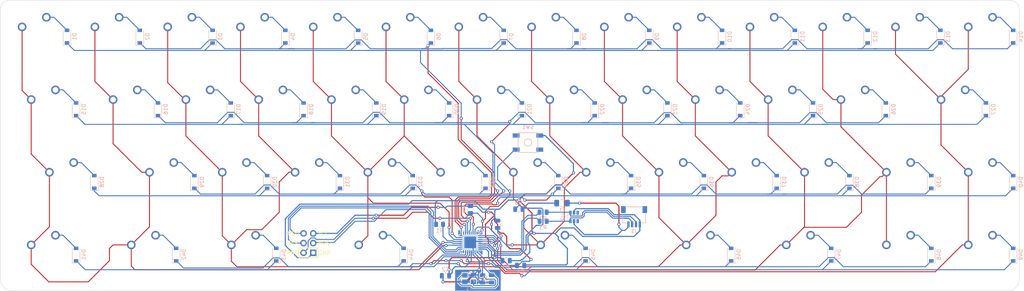
<source format=kicad_pcb>
(kicad_pcb (version 20171130) (host pcbnew 5.1.10)
  (layers (0 F.Cu signal) (31 B.Cu signal) (34 B.Paste user) (35 F.Paste user) (36 B.SilkS user) (37 F.SilkS user) (38 B.Mask user) (39 F.Mask user) (44 Edge.Cuts user))
  (net 0 "")
  (net 1 GND)
  (net 2 "Net-(C1-Pad1)")
  (net 3 +5V)
  (net 4 "Net-(C6-Pad1)")
  (net 5 "Net-(C7-Pad1)")
  (net 6 "Net-(D1-Pad2)")
  (net 7 "Net-(D2-Pad2)")
  (net 8 "Net-(D3-Pad2)")
  (net 9 "Net-(D4-Pad2)")
  (net 10 "Net-(D5-Pad2)")
  (net 11 "Net-(D6-Pad2)")
  (net 12 "Net-(D7-Pad2)")
  (net 13 "Net-(D8-Pad2)")
  (net 14 "Net-(D9-Pad2)")
  (net 15 "Net-(D10-Pad2)")
  (net 16 "Net-(D11-Pad2)")
  (net 17 "Net-(D12-Pad2)")
  (net 18 "Net-(D13-Pad2)")
  (net 19 "Net-(D14-Pad2)")
  (net 20 "Net-(D15-Pad2)")
  (net 21 ROW1)
  (net 22 "Net-(D16-Pad2)")
  (net 23 "Net-(D17-Pad2)")
  (net 24 "Net-(D18-Pad2)")
  (net 25 "Net-(D19-Pad2)")
  (net 26 "Net-(D20-Pad2)")
  (net 27 "Net-(D21-Pad2)")
  (net 28 "Net-(D22-Pad2)")
  (net 29 "Net-(D23-Pad2)")
  (net 30 "Net-(D24-Pad2)")
  (net 31 "Net-(D25-Pad2)")
  (net 32 "Net-(D26-Pad2)")
  (net 33 "Net-(D27-Pad2)")
  (net 34 "Net-(D28-Pad2)")
  (net 35 ROW2)
  (net 36 "Net-(D29-Pad2)")
  (net 37 "Net-(D30-Pad2)")
  (net 38 "Net-(D31-Pad2)")
  (net 39 "Net-(D32-Pad2)")
  (net 40 "Net-(D33-Pad2)")
  (net 41 "Net-(D34-Pad2)")
  (net 42 "Net-(D35-Pad2)")
  (net 43 "Net-(D36-Pad2)")
  (net 44 "Net-(D37-Pad2)")
  (net 45 "Net-(D38-Pad2)")
  (net 46 "Net-(D39-Pad2)")
  (net 47 "Net-(D40-Pad2)")
  (net 48 "Net-(D41-Pad2)")
  (net 49 ROW3)
  (net 50 "Net-(D42-Pad2)")
  (net 51 "Net-(D43-Pad2)")
  (net 52 "Net-(D44-Pad2)")
  (net 53 "Net-(D45-Pad2)")
  (net 54 "Net-(D46-Pad2)")
  (net 55 "Net-(D47-Pad2)")
  (net 56 "Net-(D48-Pad2)")
  (net 57 "Net-(D49-Pad2)")
  (net 58 VBUS)
  (net 59 D-)
  (net 60 D+)
  (net 61 MOSI)
  (net 62 SCK)
  (net 63 MISO)
  (net 64 COL1)
  (net 65 COL2)
  (net 66 COL3)
  (net 67 COL4)
  (net 68 COL5)
  (net 69 COL6)
  (net 70 COL7)
  (net 71 "Net-(R1-Pad2)")
  (net 72 "Net-(R2-Pad1)")
  (net 73 "Net-(R3-Pad1)")
  (net 74 "Net-(U2-Pad4)")
  (net 75 "Net-(U2-Pad3)")
  (net 76 ROW4)
  (net 77 ROW5)
  (net 78 ROW6)
  (net 79 ROW7)
  (net 80 ROW8)
  (net 81 "Net-(J2-Pad5)")
  (net 82 "Net-(U1-Pad17)")
  (net 83 "Net-(U1-Pad21)")
  (module Package_DFN_QFN:QFN-32-1EP_5x5mm_P0.5mm_EP3.1x3.1mm (layer B.Cu) (at 138.8758 111.09218 90)
    (fp_text reference U1 (at 0 3.82 270) (layer B.SilkS) (effects (justify mirror)))
    (fp_text value ATmega32U2-MU)
    (pad 33 smd rect (at 0 0 90) (size 3.1 3.1) (layers B.Cu B.Mask) (net 1 GND))
    (pad 32 smd roundrect (at -1.75 2.4375 90) (size 0.25 0.875) (layers B.Cu B.Paste B.Mask) (net 3 +5V))
    (pad 31 smd roundrect (at -1.25 2.4375 90) (size 0.25 0.875) (layers B.Cu B.Paste B.Mask) (net 3 +5V))
    (pad 30 smd roundrect (at -0.75 2.4375 90) (size 0.25 0.875) (layers B.Cu B.Paste B.Mask) (net 73 "Net-(R3-Pad1)"))
    (pad 29 smd roundrect (at -0.25 2.4375 90) (size 0.25 0.875) (layers B.Cu B.Paste B.Mask) (net 72 "Net-(R2-Pad1)"))
    (pad 28 smd roundrect (at 0.25 2.4375 90) (size 0.25 0.875) (layers B.Cu B.Paste B.Mask) (net 1 GND))
    (pad 27 smd roundrect (at 0.75 2.4375 90) (size 0.25 0.875) (layers B.Cu B.Paste B.Mask) (net 2 "Net-(C1-Pad1)"))
    (pad 26 smd roundrect (at 1.25 2.4375 90) (size 0.25 0.875) (layers B.Cu B.Paste B.Mask) (net 69 COL6))
    (pad 25 smd roundrect (at 1.75 2.4375 90) (size 0.25 0.875) (layers B.Cu B.Paste B.Mask) (net 68 COL5))
    (pad 24 smd roundrect (at 2.4375 1.75 90) (size 0.875 0.25) (layers B.Cu B.Paste B.Mask) (net 81 "Net-(J2-Pad5)"))
    (pad 23 smd roundrect (at 2.4375 1.25 90) (size 0.875 0.25) (layers B.Cu B.Paste B.Mask) (net 67 COL4))
    (pad 22 smd roundrect (at 2.4375 0.75 90) (size 0.875 0.25) (layers B.Cu B.Paste B.Mask) (net 77 ROW5))
    (pad 21 smd roundrect (at 2.4375 0.25 90) (size 0.875 0.25) (layers B.Cu B.Paste B.Mask) (net 83 "Net-(U1-Pad21)"))
    (pad 20 smd roundrect (at 2.4375 -0.25 90) (size 0.875 0.25) (layers B.Cu B.Paste B.Mask) (net 76 ROW4))
    (pad 19 smd roundrect (at 2.4375 -0.75 90) (size 0.875 0.25) (layers B.Cu B.Paste B.Mask) (net 49 ROW3))
    (pad 18 smd roundrect (at 2.4375 -1.25 90) (size 0.875 0.25) (layers B.Cu B.Paste B.Mask) (net 21 ROW1))
    (pad 17 smd roundrect (at 2.4375 -1.75 90) (size 0.875 0.25) (layers B.Cu B.Paste B.Mask) (net 82 "Net-(U1-Pad17)"))
    (pad 16 smd roundrect (at 1.75 -2.4375 90) (size 0.25 0.875) (layers B.Cu B.Paste B.Mask) (net 35 ROW2))
    (pad 15 smd roundrect (at 1.25 -2.4375 90) (size 0.25 0.875) (layers B.Cu B.Paste B.Mask) (net 78 ROW6))
    (pad 14 smd roundrect (at 0.75 -2.4375 90) (size 0.25 0.875) (layers B.Cu B.Paste B.Mask) (net 66 COL3))
    (pad 13 smd roundrect (at 0.25 -2.4375 90) (size 0.25 0.875) (layers B.Cu B.Paste B.Mask) (net 71 "Net-(R1-Pad2)"))
    (pad 12 smd roundrect (at -0.25 -2.4375 90) (size 0.25 0.875) (layers B.Cu B.Paste B.Mask) (net 65 COL2))
    (pad 11 smd roundrect (at -0.75 -2.4375 90) (size 0.25 0.875) (layers B.Cu B.Paste B.Mask) (net 64 COL1))
    (pad 10 smd roundrect (at -1.25 -2.4375 90) (size 0.25 0.875) (layers B.Cu B.Paste B.Mask) (net 62 SCK))
    (pad 9 smd roundrect (at -1.75 -2.4375 90) (size 0.25 0.875) (layers B.Cu B.Paste B.Mask) (net 63 MISO))
    (pad 8 smd roundrect (at -2.4375 -1.75 90) (size 0.875 0.25) (layers B.Cu B.Paste B.Mask) (net 61 MOSI))
    (pad 7 smd roundrect (at -2.4375 -1.25 90) (size 0.875 0.25) (layers B.Cu B.Paste B.Mask) (net 80 ROW8))
    (pad 6 smd roundrect (at -2.4375 -0.75 90) (size 0.875 0.25) (layers B.Cu B.Paste B.Mask) (net 79 ROW7))
    (pad 5 smd roundrect (at -2.4375 -0.25 90) (size 0.875 0.25) (layers B.Cu B.Paste B.Mask) (net 70 COL7))
    (pad 4 smd roundrect (at -2.4375 0.25 90) (size 0.875 0.25) (layers B.Cu B.Paste B.Mask) (net 3 +5V))
    (pad 3 smd roundrect (at -2.4375 0.75 90) (size 0.875 0.25) (layers B.Cu B.Paste B.Mask) (net 1 GND))
    (pad 2 smd roundrect (at -2.4375 1.25 90) (size 0.875 0.25) (layers B.Cu B.Paste B.Mask) (net 5 "Net-(C7-Pad1)"))
    (pad 1 smd roundrect (at -2.4375 1.75 90) (size 0.875 0.25) (layers B.Cu B.Paste B.Mask) (net 4 "Net-(C6-Pad1)"))
  )
  (module MX_Only:MXOnly-2.75U-ReversedStabilizers-NoLED (layer F.Cu) (at 161.13125 114.3)
    (fp_text reference MX45)
    (fp_text value MX-NoLED)
    (pad 2 thru_hole circle (at 2.54 -5.08) (size 2.25 2.25) (drill 1.47) (layers *.Cu B.Mask) (net 53 "Net-(D45-Pad2)"))
    (pad "" np_thru_hole circle (at 0 0) (size 3.9878 3.9878) (drill 3.9878) (layers *.Cu *.Mask))
    (pad 1 thru_hole circle (at -3.81 -2.54) (size 2.25 2.25) (drill 1.47) (layers *.Cu B.Mask) (net 67 COL4))
    (pad "" np_thru_hole circle (at -5.08 0 48.0996) (size 1.75 1.75) (drill 1.75) (layers *.Cu *.Mask))
    (pad "" np_thru_hole circle (at 5.08 0 48.0996) (size 1.75 1.75) (drill 1.75) (layers *.Cu *.Mask))
    (pad "" np_thru_hole circle (at -11.90625 6.985) (size 3.048 3.048) (drill 3.048) (layers *.Cu *.Mask))
    (pad "" np_thru_hole circle (at 11.90625 6.985) (size 3.048 3.048) (drill 3.048) (layers *.Cu *.Mask))
    (pad "" np_thru_hole circle (at -11.90625 -8.255) (size 3.9878 3.9878) (drill 3.9878) (layers *.Cu *.Mask))
    (pad "" np_thru_hole circle (at 11.90625 -8.255) (size 3.9878 3.9878) (drill 3.9878) (layers *.Cu *.Mask))
  )
  (module MX_Only:MXOnly-2.25U-ReversedStabilizers-NoLED (layer F.Cu) (at 113.50625 114.3)
    (fp_text reference MX44)
    (fp_text value MX-NoLED)
    (pad 2 thru_hole circle (at 2.54 -5.08) (size 2.25 2.25) (drill 1.47) (layers *.Cu B.Mask) (net 52 "Net-(D44-Pad2)"))
    (pad "" np_thru_hole circle (at 0 0) (size 3.9878 3.9878) (drill 3.9878) (layers *.Cu *.Mask))
    (pad 1 thru_hole circle (at -3.81 -2.54) (size 2.25 2.25) (drill 1.47) (layers *.Cu B.Mask) (net 66 COL3))
    (pad "" np_thru_hole circle (at -5.08 0 48.0996) (size 1.75 1.75) (drill 1.75) (layers *.Cu *.Mask))
    (pad "" np_thru_hole circle (at 5.08 0 48.0996) (size 1.75 1.75) (drill 1.75) (layers *.Cu *.Mask))
    (pad "" np_thru_hole circle (at -11.90625 6.985) (size 3.048 3.048) (drill 3.048) (layers *.Cu *.Mask))
    (pad "" np_thru_hole circle (at 11.90625 6.985) (size 3.048 3.048) (drill 3.048) (layers *.Cu *.Mask))
    (pad "" np_thru_hole circle (at -11.90625 -8.255) (size 3.9878 3.9878) (drill 3.9878) (layers *.Cu *.Mask))
    (pad "" np_thru_hole circle (at 11.90625 -8.255) (size 3.9878 3.9878) (drill 3.9878) (layers *.Cu *.Mask))
  )
  (module MX_Only:MXOnly-1U-NoLED (layer F.Cu) (at 115.8875 95.25)
    (fp_text reference MX32)
    (fp_text value MX-NoLED)
    (pad 2 thru_hole circle (at 2.54 -5.08) (size 2.25 2.25) (drill 1.47) (layers *.Cu B.Mask) (net 39 "Net-(D32-Pad2)"))
    (pad "" np_thru_hole circle (at 0 0) (size 3.9878 3.9878) (drill 3.9878) (layers *.Cu *.Mask))
    (pad 1 thru_hole circle (at -3.81 -2.54) (size 2.25 2.25) (drill 1.47) (layers *.Cu B.Mask) (net 66 COL3))
    (pad "" np_thru_hole circle (at -5.08 0 48.0996) (size 1.75 1.75) (drill 1.75) (layers *.Cu *.Mask))
    (pad "" np_thru_hole circle (at 5.08 0 48.0996) (size 1.75 1.75) (drill 1.75) (layers *.Cu *.Mask))
  )
  (module MX_Only:MXOnly-1.25U-NoLED (layer F.Cu) (at 27.78125 114.3)
    (fp_text reference MX41)
    (fp_text value MX-NoLED)
    (pad 2 thru_hole circle (at 2.54 -5.08) (size 2.25 2.25) (drill 1.47) (layers *.Cu B.Mask) (net 48 "Net-(D41-Pad2)"))
    (pad "" np_thru_hole circle (at 0 0) (size 3.9878 3.9878) (drill 3.9878) (layers *.Cu *.Mask))
    (pad 1 thru_hole circle (at -3.81 -2.54) (size 2.25 2.25) (drill 1.47) (layers *.Cu B.Mask) (net 64 COL1))
    (pad "" np_thru_hole circle (at -5.08 0 48.0996) (size 1.75 1.75) (drill 1.75) (layers *.Cu *.Mask))
    (pad "" np_thru_hole circle (at 5.08 0 48.0996) (size 1.75 1.75) (drill 1.75) (layers *.Cu *.Mask))
  )
  (module MX_Only:MXOnly-1U-NoLED (layer F.Cu) (at 273.05 114.3)
    (fp_text reference MX49)
    (fp_text value MX-NoLED)
    (pad 2 thru_hole circle (at 2.54 -5.08) (size 2.25 2.25) (drill 1.47) (layers *.Cu B.Mask) (net 57 "Net-(D49-Pad2)"))
    (pad "" np_thru_hole circle (at 0 0) (size 3.9878 3.9878) (drill 3.9878) (layers *.Cu *.Mask))
    (pad 1 thru_hole circle (at -3.81 -2.54) (size 2.25 2.25) (drill 1.47) (layers *.Cu B.Mask) (net 70 COL7))
    (pad "" np_thru_hole circle (at -5.08 0 48.0996) (size 1.75 1.75) (drill 1.75) (layers *.Cu *.Mask))
    (pad "" np_thru_hole circle (at 5.08 0 48.0996) (size 1.75 1.75) (drill 1.75) (layers *.Cu *.Mask))
  )
  (module MX_Only:MXOnly-1U-NoLED (layer F.Cu) (at 144.4625 76.2)
    (fp_text reference MX21)
    (fp_text value MX-NoLED)
    (pad 2 thru_hole circle (at 2.54 -5.08) (size 2.25 2.25) (drill 1.47) (layers *.Cu B.Mask) (net 27 "Net-(D21-Pad2)"))
    (pad "" np_thru_hole circle (at 0 0) (size 3.9878 3.9878) (drill 3.9878) (layers *.Cu *.Mask))
    (pad 1 thru_hole circle (at -3.81 -2.54) (size 2.25 2.25) (drill 1.47) (layers *.Cu B.Mask) (net 67 COL4))
    (pad "" np_thru_hole circle (at -5.08 0 48.0996) (size 1.75 1.75) (drill 1.75) (layers *.Cu *.Mask))
    (pad "" np_thru_hole circle (at 5.08 0 48.0996) (size 1.75 1.75) (drill 1.75) (layers *.Cu *.Mask))
  )
  (module MX_Only:MXOnly-1U-NoLED (layer F.Cu) (at 173.0375 95.25)
    (fp_text reference MX35)
    (fp_text value MX-NoLED)
    (pad 2 thru_hole circle (at 2.54 -5.08) (size 2.25 2.25) (drill 1.47) (layers *.Cu B.Mask) (net 42 "Net-(D35-Pad2)"))
    (pad "" np_thru_hole circle (at 0 0) (size 3.9878 3.9878) (drill 3.9878) (layers *.Cu *.Mask))
    (pad 1 thru_hole circle (at -3.81 -2.54) (size 2.25 2.25) (drill 1.47) (layers *.Cu B.Mask) (net 67 COL4))
    (pad "" np_thru_hole circle (at -5.08 0 48.0996) (size 1.75 1.75) (drill 1.75) (layers *.Cu *.Mask))
    (pad "" np_thru_hole circle (at 5.08 0 48.0996) (size 1.75 1.75) (drill 1.75) (layers *.Cu *.Mask))
  )
  (module MX_Only:MXOnly-1U-NoLED (layer F.Cu) (at 273.05 57.15)
    (fp_text reference MX14)
    (fp_text value MX-NoLED)
    (pad 2 thru_hole circle (at 2.54 -5.08) (size 2.25 2.25) (drill 1.47) (layers *.Cu B.Mask) (net 19 "Net-(D14-Pad2)"))
    (pad "" np_thru_hole circle (at 0 0) (size 3.9878 3.9878) (drill 3.9878) (layers *.Cu *.Mask))
    (pad 1 thru_hole circle (at -3.81 -2.54) (size 2.25 2.25) (drill 1.47) (layers *.Cu B.Mask) (net 70 COL7))
    (pad "" np_thru_hole circle (at -5.08 0 48.0996) (size 1.75 1.75) (drill 1.75) (layers *.Cu *.Mask))
    (pad "" np_thru_hole circle (at 5.08 0 48.0996) (size 1.75 1.75) (drill 1.75) (layers *.Cu *.Mask))
  )
  (module MX_Only:MXOnly-1U-NoLED (layer F.Cu) (at 63.5 57.15)
    (fp_text reference MX3)
    (fp_text value MX-NoLED)
    (pad 2 thru_hole circle (at 2.54 -5.08) (size 2.25 2.25) (drill 1.47) (layers *.Cu B.Mask) (net 8 "Net-(D3-Pad2)"))
    (pad "" np_thru_hole circle (at 0 0) (size 3.9878 3.9878) (drill 3.9878) (layers *.Cu *.Mask))
    (pad 1 thru_hole circle (at -3.81 -2.54) (size 2.25 2.25) (drill 1.47) (layers *.Cu B.Mask) (net 65 COL2))
    (pad "" np_thru_hole circle (at -5.08 0 48.0996) (size 1.75 1.75) (drill 1.75) (layers *.Cu *.Mask))
    (pad "" np_thru_hole circle (at 5.08 0 48.0996) (size 1.75 1.75) (drill 1.75) (layers *.Cu *.Mask))
  )
  (module MX_Only:MXOnly-1U-NoLED (layer F.Cu) (at 77.7875 95.25)
    (fp_text reference MX30)
    (fp_text value MX-NoLED)
    (pad 2 thru_hole circle (at 2.54 -5.08) (size 2.25 2.25) (drill 1.47) (layers *.Cu B.Mask) (net 37 "Net-(D30-Pad2)"))
    (pad "" np_thru_hole circle (at 0 0) (size 3.9878 3.9878) (drill 3.9878) (layers *.Cu *.Mask))
    (pad 1 thru_hole circle (at -3.81 -2.54) (size 2.25 2.25) (drill 1.47) (layers *.Cu B.Mask) (net 65 COL2))
    (pad "" np_thru_hole circle (at -5.08 0 48.0996) (size 1.75 1.75) (drill 1.75) (layers *.Cu *.Mask))
    (pad "" np_thru_hole circle (at 5.08 0 48.0996) (size 1.75 1.75) (drill 1.75) (layers *.Cu *.Mask))
  )
  (module MX_Only:MXOnly-1.5U-NoLED (layer F.Cu) (at 53.975 114.3)
    (fp_text reference MX42)
    (fp_text value MX-NoLED)
    (pad 2 thru_hole circle (at 2.54 -5.08) (size 2.25 2.25) (drill 1.47) (layers *.Cu B.Mask) (net 50 "Net-(D42-Pad2)"))
    (pad "" np_thru_hole circle (at 0 0) (size 3.9878 3.9878) (drill 3.9878) (layers *.Cu *.Mask))
    (pad 1 thru_hole circle (at -3.81 -2.54) (size 2.25 2.25) (drill 1.47) (layers *.Cu B.Mask) (net 64 COL1))
    (pad "" np_thru_hole circle (at -5.08 0 48.0996) (size 1.75 1.75) (drill 1.75) (layers *.Cu *.Mask))
    (pad "" np_thru_hole circle (at 5.08 0 48.0996) (size 1.75 1.75) (drill 1.75) (layers *.Cu *.Mask))
  )
  (module Crystal:Crystal_SMD_3225-4Pin_3.2x2.5mm (layer B.Cu) (at 138.6 120.580077)
    (fp_text reference Y1 (at 0 2.45) (layer B.SilkS) (effects (justify mirror)))
    (fp_text value 16MHz)
    (pad 4 smd rect (at -1.1 0.85) (size 1.4 1.2) (layers B.Cu B.Paste B.Mask) (net 1 GND))
    (pad 3 smd rect (at 1.1 0.85) (size 1.4 1.2) (layers B.Cu B.Paste B.Mask) (net 5 "Net-(C7-Pad1)"))
    (pad 2 smd rect (at 1.1 -0.85) (size 1.4 1.2) (layers B.Cu B.Paste B.Mask) (net 1 GND))
    (pad 1 smd rect (at -1.1 -0.85) (size 1.4 1.2) (layers B.Cu B.Paste B.Mask) (net 4 "Net-(C6-Pad1)"))
  )
  (module Package_TO_SOT_SMD:SOT-23-6 (layer B.Cu) (at 166.049999 104.434811 270)
    (fp_text reference U2 (at 0 2.9 90) (layer B.SilkS) (effects (justify mirror)))
    (fp_text value SRV05-4)
    (pad 5 smd rect (at 1.1 0 270) (size 1.06 0.65) (layers B.Cu B.Paste B.Mask) (net 58 VBUS))
    (pad 6 smd rect (at 1.1 0.95 270) (size 1.06 0.65) (layers B.Cu B.Paste B.Mask) (net 59 D-))
    (pad 4 smd rect (at 1.1 -0.95 270) (size 1.06 0.65) (layers B.Cu B.Paste B.Mask) (net 74 "Net-(U2-Pad4)"))
    (pad 3 smd rect (at -1.1 -0.95 270) (size 1.06 0.65) (layers B.Cu B.Paste B.Mask) (net 75 "Net-(U2-Pad3)"))
    (pad 2 smd rect (at -1.1 0 270) (size 1.06 0.65) (layers B.Cu B.Paste B.Mask) (net 1 GND))
    (pad 1 smd rect (at -1.1 0.95 270) (size 1.06 0.65) (layers B.Cu B.Paste B.Mask) (net 60 D+))
  )
  (module random-keyboard-parts:SKQG-1155865 (layer B.Cu) (at 153.9875 84.93125)
    (fp_text reference SW1 (at 0 -4.064) (layer B.SilkS) (effects (justify mirror)))
    (fp_text value SW_Push)
    (pad 4 smd rect (at -3.1 -1.85) (size 1.8 1.1) (layers B.Cu B.Paste B.Mask))
    (pad 3 smd rect (at 3.1 1.85) (size 1.8 1.1) (layers B.Cu B.Paste B.Mask))
    (pad 2 smd rect (at -3.1 1.85) (size 1.8 1.1) (layers B.Cu B.Paste B.Mask) (net 81 "Net-(J2-Pad5)"))
    (pad 1 smd rect (at 3.1 -1.85) (size 1.8 1.1) (layers B.Cu B.Paste B.Mask) (net 1 GND))
  )
  (module Resistor_SMD:R_0805_2012Metric (layer B.Cu) (at 138.90625 102.5125 270)
    (fp_text reference R4 (at 0 1.65 90) (layer B.SilkS) (effects (justify mirror)))
    (fp_text value 10k)
    (pad 2 smd roundrect (at 0.9125 0 270) (size 1.025 1.4) (layers B.Cu B.Paste B.Mask) (roundrect_rratio 0.2439014634146341) (net 81 "Net-(J2-Pad5)"))
    (pad 1 smd roundrect (at -0.9125 0 270) (size 1.025 1.4) (layers B.Cu B.Paste B.Mask) (roundrect_rratio 0.2439014634146341) (net 3 +5V))
  )
  (module Resistor_SMD:R_0805_2012Metric (layer B.Cu) (at 157.95625 105.56875)
    (fp_text reference R3 (at 0 1.65) (layer B.SilkS) (effects (justify mirror)))
    (fp_text value 22)
    (pad 2 smd roundrect (at 0.9125 0) (size 1.025 1.4) (layers B.Cu B.Paste B.Mask) (roundrect_rratio 0.2439014634146341) (net 59 D-))
    (pad 1 smd roundrect (at -0.9125 0) (size 1.025 1.4) (layers B.Cu B.Paste B.Mask) (roundrect_rratio 0.2439014634146341) (net 73 "Net-(R3-Pad1)"))
  )
  (module Resistor_SMD:R_0805_2012Metric (layer B.Cu) (at 157.95625 103.1875)
    (fp_text reference R2 (at 0 1.65) (layer B.SilkS) (effects (justify mirror)))
    (fp_text value 22)
    (pad 2 smd roundrect (at 0.9125 0) (size 1.025 1.4) (layers B.Cu B.Paste B.Mask) (roundrect_rratio 0.2439014634146341) (net 60 D+))
    (pad 1 smd roundrect (at -0.9125 0) (size 1.025 1.4) (layers B.Cu B.Paste B.Mask) (roundrect_rratio 0.2439014634146341) (net 72 "Net-(R2-Pad1)"))
  )
  (module Resistor_SMD:R_0805_2012Metric (layer B.Cu) (at 130.85 106.3625)
    (fp_text reference R1 (at 0 1.65) (layer B.SilkS) (effects (justify mirror)))
    (fp_text value 10k)
    (pad 2 smd roundrect (at 0.9125 0) (size 1.025 1.4) (layers B.Cu B.Paste B.Mask) (roundrect_rratio 0.2439014634146341) (net 71 "Net-(R1-Pad2)"))
    (pad 1 smd roundrect (at -0.9125 0) (size 1.025 1.4) (layers B.Cu B.Paste B.Mask) (roundrect_rratio 0.2439014634146341) (net 1 GND))
  )
  (module MX_Only:MXOnly-1.25U-NoLED (layer F.Cu) (at 251.61875 114.3)
    (fp_text reference MX48)
    (fp_text value MX-NoLED)
    (pad 2 thru_hole circle (at 2.54 -5.08) (size 2.25 2.25) (drill 1.47) (layers *.Cu B.Mask) (net 56 "Net-(D48-Pad2)"))
    (pad "" np_thru_hole circle (at 0 0) (size 3.9878 3.9878) (drill 3.9878) (layers *.Cu *.Mask))
    (pad 1 thru_hole circle (at -3.81 -2.54) (size 2.25 2.25) (drill 1.47) (layers *.Cu B.Mask) (net 69 COL6))
    (pad "" np_thru_hole circle (at -5.08 0 48.0996) (size 1.75 1.75) (drill 1.75) (layers *.Cu *.Mask))
    (pad "" np_thru_hole circle (at 5.08 0 48.0996) (size 1.75 1.75) (drill 1.75) (layers *.Cu *.Mask))
  )
  (module MX_Only:MXOnly-1.5U-NoLED (layer F.Cu) (at 225.425 114.3)
    (fp_text reference MX47)
    (fp_text value MX-NoLED)
    (pad 2 thru_hole circle (at 2.54 -5.08) (size 2.25 2.25) (drill 1.47) (layers *.Cu B.Mask) (net 55 "Net-(D47-Pad2)"))
    (pad "" np_thru_hole circle (at 0 0) (size 3.9878 3.9878) (drill 3.9878) (layers *.Cu *.Mask))
    (pad 1 thru_hole circle (at -3.81 -2.54) (size 2.25 2.25) (drill 1.47) (layers *.Cu B.Mask) (net 69 COL6))
    (pad "" np_thru_hole circle (at -5.08 0 48.0996) (size 1.75 1.75) (drill 1.75) (layers *.Cu *.Mask))
    (pad "" np_thru_hole circle (at 5.08 0 48.0996) (size 1.75 1.75) (drill 1.75) (layers *.Cu *.Mask))
  )
  (module MX_Only:MXOnly-1.25U-NoLED (layer F.Cu) (at 199.23125 114.3)
    (fp_text reference MX46)
    (fp_text value MX-NoLED)
    (pad 2 thru_hole circle (at 2.54 -5.08) (size 2.25 2.25) (drill 1.47) (layers *.Cu B.Mask) (net 54 "Net-(D46-Pad2)"))
    (pad "" np_thru_hole circle (at 0 0) (size 3.9878 3.9878) (drill 3.9878) (layers *.Cu *.Mask))
    (pad 1 thru_hole circle (at -3.81 -2.54) (size 2.25 2.25) (drill 1.47) (layers *.Cu B.Mask) (net 68 COL5))
    (pad "" np_thru_hole circle (at -5.08 0 48.0996) (size 1.75 1.75) (drill 1.75) (layers *.Cu *.Mask))
    (pad "" np_thru_hole circle (at 5.08 0 48.0996) (size 1.75 1.75) (drill 1.75) (layers *.Cu *.Mask))
  )
  (module MX_Only:MXOnly-1.25U-NoLED (layer F.Cu) (at 80.16875 114.3)
    (fp_text reference MX43)
    (fp_text value MX-NoLED)
    (pad 2 thru_hole circle (at 2.54 -5.08) (size 2.25 2.25) (drill 1.47) (layers *.Cu B.Mask) (net 51 "Net-(D43-Pad2)"))
    (pad "" np_thru_hole circle (at 0 0) (size 3.9878 3.9878) (drill 3.9878) (layers *.Cu *.Mask))
    (pad 1 thru_hole circle (at -3.81 -2.54) (size 2.25 2.25) (drill 1.47) (layers *.Cu B.Mask) (net 65 COL2))
    (pad "" np_thru_hole circle (at -5.08 0 48.0996) (size 1.75 1.75) (drill 1.75) (layers *.Cu *.Mask))
    (pad "" np_thru_hole circle (at 5.08 0 48.0996) (size 1.75 1.75) (drill 1.75) (layers *.Cu *.Mask))
  )
  (module MX_Only:MXOnly-1U-NoLED (layer F.Cu) (at 273.05 95.25)
    (fp_text reference MX40)
    (fp_text value MX-NoLED)
    (pad 2 thru_hole circle (at 2.54 -5.08) (size 2.25 2.25) (drill 1.47) (layers *.Cu B.Mask) (net 47 "Net-(D40-Pad2)"))
    (pad "" np_thru_hole circle (at 0 0) (size 3.9878 3.9878) (drill 3.9878) (layers *.Cu *.Mask))
    (pad 1 thru_hole circle (at -3.81 -2.54) (size 2.25 2.25) (drill 1.47) (layers *.Cu B.Mask) (net 70 COL7))
    (pad "" np_thru_hole circle (at -5.08 0 48.0996) (size 1.75 1.75) (drill 1.75) (layers *.Cu *.Mask))
    (pad "" np_thru_hole circle (at 5.08 0 48.0996) (size 1.75 1.75) (drill 1.75) (layers *.Cu *.Mask))
  )
  (module MX_Only:MXOnly-1.25U-NoLED (layer F.Cu) (at 251.61875 95.25)
    (fp_text reference MX39)
    (fp_text value MX-NoLED)
    (pad 2 thru_hole circle (at 2.54 -5.08) (size 2.25 2.25) (drill 1.47) (layers *.Cu B.Mask) (net 46 "Net-(D39-Pad2)"))
    (pad "" np_thru_hole circle (at 0 0) (size 3.9878 3.9878) (drill 3.9878) (layers *.Cu *.Mask))
    (pad 1 thru_hole circle (at -3.81 -2.54) (size 2.25 2.25) (drill 1.47) (layers *.Cu B.Mask) (net 69 COL6))
    (pad "" np_thru_hole circle (at -5.08 0 48.0996) (size 1.75 1.75) (drill 1.75) (layers *.Cu *.Mask))
    (pad "" np_thru_hole circle (at 5.08 0 48.0996) (size 1.75 1.75) (drill 1.75) (layers *.Cu *.Mask))
  )
  (module MX_Only:MXOnly-1U-NoLED (layer F.Cu) (at 230.1875 95.25)
    (fp_text reference MX38)
    (fp_text value MX-NoLED)
    (pad 2 thru_hole circle (at 2.54 -5.08) (size 2.25 2.25) (drill 1.47) (layers *.Cu B.Mask) (net 45 "Net-(D38-Pad2)"))
    (pad "" np_thru_hole circle (at 0 0) (size 3.9878 3.9878) (drill 3.9878) (layers *.Cu *.Mask))
    (pad 1 thru_hole circle (at -3.81 -2.54) (size 2.25 2.25) (drill 1.47) (layers *.Cu B.Mask) (net 69 COL6))
    (pad "" np_thru_hole circle (at -5.08 0 48.0996) (size 1.75 1.75) (drill 1.75) (layers *.Cu *.Mask))
    (pad "" np_thru_hole circle (at 5.08 0 48.0996) (size 1.75 1.75) (drill 1.75) (layers *.Cu *.Mask))
  )
  (module MX_Only:MXOnly-1U-NoLED (layer F.Cu) (at 211.1375 95.25)
    (fp_text reference MX37)
    (fp_text value MX-NoLED)
    (pad 2 thru_hole circle (at 2.54 -5.08) (size 2.25 2.25) (drill 1.47) (layers *.Cu B.Mask) (net 44 "Net-(D37-Pad2)"))
    (pad "" np_thru_hole circle (at 0 0) (size 3.9878 3.9878) (drill 3.9878) (layers *.Cu *.Mask))
    (pad 1 thru_hole circle (at -3.81 -2.54) (size 2.25 2.25) (drill 1.47) (layers *.Cu B.Mask) (net 68 COL5))
    (pad "" np_thru_hole circle (at -5.08 0 48.0996) (size 1.75 1.75) (drill 1.75) (layers *.Cu *.Mask))
    (pad "" np_thru_hole circle (at 5.08 0 48.0996) (size 1.75 1.75) (drill 1.75) (layers *.Cu *.Mask))
  )
  (module MX_Only:MXOnly-1U-NoLED (layer F.Cu) (at 192.0875 95.25)
    (fp_text reference MX36)
    (fp_text value MX-NoLED)
    (pad 2 thru_hole circle (at 2.54 -5.08) (size 2.25 2.25) (drill 1.47) (layers *.Cu B.Mask) (net 43 "Net-(D36-Pad2)"))
    (pad "" np_thru_hole circle (at 0 0) (size 3.9878 3.9878) (drill 3.9878) (layers *.Cu *.Mask))
    (pad 1 thru_hole circle (at -3.81 -2.54) (size 2.25 2.25) (drill 1.47) (layers *.Cu B.Mask) (net 68 COL5))
    (pad "" np_thru_hole circle (at -5.08 0 48.0996) (size 1.75 1.75) (drill 1.75) (layers *.Cu *.Mask))
    (pad "" np_thru_hole circle (at 5.08 0 48.0996) (size 1.75 1.75) (drill 1.75) (layers *.Cu *.Mask))
  )
  (module MX_Only:MXOnly-1U-NoLED (layer F.Cu) (at 153.9875 95.25)
    (fp_text reference MX34)
    (fp_text value MX-NoLED)
    (pad 2 thru_hole circle (at 2.54 -5.08) (size 2.25 2.25) (drill 1.47) (layers *.Cu B.Mask) (net 41 "Net-(D34-Pad2)"))
    (pad "" np_thru_hole circle (at 0 0) (size 3.9878 3.9878) (drill 3.9878) (layers *.Cu *.Mask))
    (pad 1 thru_hole circle (at -3.81 -2.54) (size 2.25 2.25) (drill 1.47) (layers *.Cu B.Mask) (net 67 COL4))
    (pad "" np_thru_hole circle (at -5.08 0 48.0996) (size 1.75 1.75) (drill 1.75) (layers *.Cu *.Mask))
    (pad "" np_thru_hole circle (at 5.08 0 48.0996) (size 1.75 1.75) (drill 1.75) (layers *.Cu *.Mask))
  )
  (module MX_Only:MXOnly-1U-NoLED (layer F.Cu) (at 134.9375 95.25)
    (fp_text reference MX33)
    (fp_text value MX-NoLED)
    (pad 2 thru_hole circle (at 2.54 -5.08) (size 2.25 2.25) (drill 1.47) (layers *.Cu B.Mask) (net 40 "Net-(D33-Pad2)"))
    (pad "" np_thru_hole circle (at 0 0) (size 3.9878 3.9878) (drill 3.9878) (layers *.Cu *.Mask))
    (pad 1 thru_hole circle (at -3.81 -2.54) (size 2.25 2.25) (drill 1.47) (layers *.Cu B.Mask) (net 66 COL3))
    (pad "" np_thru_hole circle (at -5.08 0 48.0996) (size 1.75 1.75) (drill 1.75) (layers *.Cu *.Mask))
    (pad "" np_thru_hole circle (at 5.08 0 48.0996) (size 1.75 1.75) (drill 1.75) (layers *.Cu *.Mask))
  )
  (module MX_Only:MXOnly-1U-NoLED (layer F.Cu) (at 96.8375 95.25)
    (fp_text reference MX31)
    (fp_text value MX-NoLED)
    (pad 2 thru_hole circle (at 2.54 -5.08) (size 2.25 2.25) (drill 1.47) (layers *.Cu B.Mask) (net 38 "Net-(D31-Pad2)"))
    (pad "" np_thru_hole circle (at 0 0) (size 3.9878 3.9878) (drill 3.9878) (layers *.Cu *.Mask))
    (pad 1 thru_hole circle (at -3.81 -2.54) (size 2.25 2.25) (drill 1.47) (layers *.Cu B.Mask) (net 65 COL2))
    (pad "" np_thru_hole circle (at -5.08 0 48.0996) (size 1.75 1.75) (drill 1.75) (layers *.Cu *.Mask))
    (pad "" np_thru_hole circle (at 5.08 0 48.0996) (size 1.75 1.75) (drill 1.75) (layers *.Cu *.Mask))
  )
  (module MX_Only:MXOnly-1U-NoLED (layer F.Cu) (at 58.7375 95.25)
    (fp_text reference MX29)
    (fp_text value MX-NoLED)
    (pad 2 thru_hole circle (at 2.54 -5.08) (size 2.25 2.25) (drill 1.47) (layers *.Cu B.Mask) (net 36 "Net-(D29-Pad2)"))
    (pad "" np_thru_hole circle (at 0 0) (size 3.9878 3.9878) (drill 3.9878) (layers *.Cu *.Mask))
    (pad 1 thru_hole circle (at -3.81 -2.54) (size 2.25 2.25) (drill 1.47) (layers *.Cu B.Mask) (net 64 COL1))
    (pad "" np_thru_hole circle (at -5.08 0 48.0996) (size 1.75 1.75) (drill 1.75) (layers *.Cu *.Mask))
    (pad "" np_thru_hole circle (at 5.08 0 48.0996) (size 1.75 1.75) (drill 1.75) (layers *.Cu *.Mask))
  )
  (module MX_Only:MXOnly-1.75U-NoLED (layer F.Cu) (at 32.54375 95.25)
    (fp_text reference MX28)
    (fp_text value MX-NoLED)
    (pad 2 thru_hole circle (at 2.54 -5.08) (size 2.25 2.25) (drill 1.47) (layers *.Cu B.Mask) (net 34 "Net-(D28-Pad2)"))
    (pad "" np_thru_hole circle (at 0 0) (size 3.9878 3.9878) (drill 3.9878) (layers *.Cu *.Mask))
    (pad 1 thru_hole circle (at -3.81 -2.54) (size 2.25 2.25) (drill 1.47) (layers *.Cu B.Mask) (net 64 COL1))
    (pad "" np_thru_hole circle (at -5.08 0 48.0996) (size 1.75 1.75) (drill 1.75) (layers *.Cu *.Mask))
    (pad "" np_thru_hole circle (at 5.08 0 48.0996) (size 1.75 1.75) (drill 1.75) (layers *.Cu *.Mask))
  )
  (module MX_Only:MXOnly-1.75U-NoLED (layer F.Cu) (at 265.90625 76.2)
    (fp_text reference MX27)
    (fp_text value MX-NoLED)
    (pad 2 thru_hole circle (at 2.54 -5.08) (size 2.25 2.25) (drill 1.47) (layers *.Cu B.Mask) (net 33 "Net-(D27-Pad2)"))
    (pad "" np_thru_hole circle (at 0 0) (size 3.9878 3.9878) (drill 3.9878) (layers *.Cu *.Mask))
    (pad 1 thru_hole circle (at -3.81 -2.54) (size 2.25 2.25) (drill 1.47) (layers *.Cu B.Mask) (net 70 COL7))
    (pad "" np_thru_hole circle (at -5.08 0 48.0996) (size 1.75 1.75) (drill 1.75) (layers *.Cu *.Mask))
    (pad "" np_thru_hole circle (at 5.08 0 48.0996) (size 1.75 1.75) (drill 1.75) (layers *.Cu *.Mask))
  )
  (module MX_Only:MXOnly-1U-NoLED (layer F.Cu) (at 239.7125 76.2)
    (fp_text reference MX26)
    (fp_text value MX-NoLED)
    (pad 2 thru_hole circle (at 2.54 -5.08) (size 2.25 2.25) (drill 1.47) (layers *.Cu B.Mask) (net 32 "Net-(D26-Pad2)"))
    (pad "" np_thru_hole circle (at 0 0) (size 3.9878 3.9878) (drill 3.9878) (layers *.Cu *.Mask))
    (pad 1 thru_hole circle (at -3.81 -2.54) (size 2.25 2.25) (drill 1.47) (layers *.Cu B.Mask) (net 69 COL6))
    (pad "" np_thru_hole circle (at -5.08 0 48.0996) (size 1.75 1.75) (drill 1.75) (layers *.Cu *.Mask))
    (pad "" np_thru_hole circle (at 5.08 0 48.0996) (size 1.75 1.75) (drill 1.75) (layers *.Cu *.Mask))
  )
  (module MX_Only:MXOnly-1U-NoLED (layer F.Cu) (at 220.6625 76.2)
    (fp_text reference MX25)
    (fp_text value MX-NoLED)
    (pad 2 thru_hole circle (at 2.54 -5.08) (size 2.25 2.25) (drill 1.47) (layers *.Cu B.Mask) (net 31 "Net-(D25-Pad2)"))
    (pad "" np_thru_hole circle (at 0 0) (size 3.9878 3.9878) (drill 3.9878) (layers *.Cu *.Mask))
    (pad 1 thru_hole circle (at -3.81 -2.54) (size 2.25 2.25) (drill 1.47) (layers *.Cu B.Mask) (net 69 COL6))
    (pad "" np_thru_hole circle (at -5.08 0 48.0996) (size 1.75 1.75) (drill 1.75) (layers *.Cu *.Mask))
    (pad "" np_thru_hole circle (at 5.08 0 48.0996) (size 1.75 1.75) (drill 1.75) (layers *.Cu *.Mask))
  )
  (module MX_Only:MXOnly-1U-NoLED (layer F.Cu) (at 201.6125 76.2)
    (fp_text reference MX24)
    (fp_text value MX-NoLED)
    (pad 2 thru_hole circle (at 2.54 -5.08) (size 2.25 2.25) (drill 1.47) (layers *.Cu B.Mask) (net 30 "Net-(D24-Pad2)"))
    (pad "" np_thru_hole circle (at 0 0) (size 3.9878 3.9878) (drill 3.9878) (layers *.Cu *.Mask))
    (pad 1 thru_hole circle (at -3.81 -2.54) (size 2.25 2.25) (drill 1.47) (layers *.Cu B.Mask) (net 68 COL5))
    (pad "" np_thru_hole circle (at -5.08 0 48.0996) (size 1.75 1.75) (drill 1.75) (layers *.Cu *.Mask))
    (pad "" np_thru_hole circle (at 5.08 0 48.0996) (size 1.75 1.75) (drill 1.75) (layers *.Cu *.Mask))
  )
  (module MX_Only:MXOnly-1U-NoLED (layer F.Cu) (at 182.5625 76.2)
    (fp_text reference MX23)
    (fp_text value MX-NoLED)
    (pad 2 thru_hole circle (at 2.54 -5.08) (size 2.25 2.25) (drill 1.47) (layers *.Cu B.Mask) (net 29 "Net-(D23-Pad2)"))
    (pad "" np_thru_hole circle (at 0 0) (size 3.9878 3.9878) (drill 3.9878) (layers *.Cu *.Mask))
    (pad 1 thru_hole circle (at -3.81 -2.54) (size 2.25 2.25) (drill 1.47) (layers *.Cu B.Mask) (net 68 COL5))
    (pad "" np_thru_hole circle (at -5.08 0 48.0996) (size 1.75 1.75) (drill 1.75) (layers *.Cu *.Mask))
    (pad "" np_thru_hole circle (at 5.08 0 48.0996) (size 1.75 1.75) (drill 1.75) (layers *.Cu *.Mask))
  )
  (module MX_Only:MXOnly-1U-NoLED (layer F.Cu) (at 163.5125 76.2)
    (fp_text reference MX22)
    (fp_text value MX-NoLED)
    (pad 2 thru_hole circle (at 2.54 -5.08) (size 2.25 2.25) (drill 1.47) (layers *.Cu B.Mask) (net 28 "Net-(D22-Pad2)"))
    (pad "" np_thru_hole circle (at 0 0) (size 3.9878 3.9878) (drill 3.9878) (layers *.Cu *.Mask))
    (pad 1 thru_hole circle (at -3.81 -2.54) (size 2.25 2.25) (drill 1.47) (layers *.Cu B.Mask) (net 67 COL4))
    (pad "" np_thru_hole circle (at -5.08 0 48.0996) (size 1.75 1.75) (drill 1.75) (layers *.Cu *.Mask))
    (pad "" np_thru_hole circle (at 5.08 0 48.0996) (size 1.75 1.75) (drill 1.75) (layers *.Cu *.Mask))
  )
  (module MX_Only:MXOnly-1U-NoLED (layer F.Cu) (at 125.4125 76.2)
    (fp_text reference MX20)
    (fp_text value MX-NoLED)
    (pad 2 thru_hole circle (at 2.54 -5.08) (size 2.25 2.25) (drill 1.47) (layers *.Cu B.Mask) (net 26 "Net-(D20-Pad2)"))
    (pad "" np_thru_hole circle (at 0 0) (size 3.9878 3.9878) (drill 3.9878) (layers *.Cu *.Mask))
    (pad 1 thru_hole circle (at -3.81 -2.54) (size 2.25 2.25) (drill 1.47) (layers *.Cu B.Mask) (net 66 COL3))
    (pad "" np_thru_hole circle (at -5.08 0 48.0996) (size 1.75 1.75) (drill 1.75) (layers *.Cu *.Mask))
    (pad "" np_thru_hole circle (at 5.08 0 48.0996) (size 1.75 1.75) (drill 1.75) (layers *.Cu *.Mask))
  )
  (module MX_Only:MXOnly-1U-NoLED (layer F.Cu) (at 106.3625 76.2)
    (fp_text reference MX19)
    (fp_text value MX-NoLED)
    (pad 2 thru_hole circle (at 2.54 -5.08) (size 2.25 2.25) (drill 1.47) (layers *.Cu B.Mask) (net 25 "Net-(D19-Pad2)"))
    (pad "" np_thru_hole circle (at 0 0) (size 3.9878 3.9878) (drill 3.9878) (layers *.Cu *.Mask))
    (pad 1 thru_hole circle (at -3.81 -2.54) (size 2.25 2.25) (drill 1.47) (layers *.Cu B.Mask) (net 66 COL3))
    (pad "" np_thru_hole circle (at -5.08 0 48.0996) (size 1.75 1.75) (drill 1.75) (layers *.Cu *.Mask))
    (pad "" np_thru_hole circle (at 5.08 0 48.0996) (size 1.75 1.75) (drill 1.75) (layers *.Cu *.Mask))
  )
  (module MX_Only:MXOnly-1U-NoLED (layer F.Cu) (at 87.3125 76.2)
    (fp_text reference MX18)
    (fp_text value MX-NoLED)
    (pad 2 thru_hole circle (at 2.54 -5.08) (size 2.25 2.25) (drill 1.47) (layers *.Cu B.Mask) (net 24 "Net-(D18-Pad2)"))
    (pad "" np_thru_hole circle (at 0 0) (size 3.9878 3.9878) (drill 3.9878) (layers *.Cu *.Mask))
    (pad 1 thru_hole circle (at -3.81 -2.54) (size 2.25 2.25) (drill 1.47) (layers *.Cu B.Mask) (net 65 COL2))
    (pad "" np_thru_hole circle (at -5.08 0 48.0996) (size 1.75 1.75) (drill 1.75) (layers *.Cu *.Mask))
    (pad "" np_thru_hole circle (at 5.08 0 48.0996) (size 1.75 1.75) (drill 1.75) (layers *.Cu *.Mask))
  )
  (module MX_Only:MXOnly-1U-NoLED (layer F.Cu) (at 68.2625 76.2)
    (fp_text reference MX17)
    (fp_text value MX-NoLED)
    (pad 2 thru_hole circle (at 2.54 -5.08) (size 2.25 2.25) (drill 1.47) (layers *.Cu B.Mask) (net 23 "Net-(D17-Pad2)"))
    (pad "" np_thru_hole circle (at 0 0) (size 3.9878 3.9878) (drill 3.9878) (layers *.Cu *.Mask))
    (pad 1 thru_hole circle (at -3.81 -2.54) (size 2.25 2.25) (drill 1.47) (layers *.Cu B.Mask) (net 65 COL2))
    (pad "" np_thru_hole circle (at -5.08 0 48.0996) (size 1.75 1.75) (drill 1.75) (layers *.Cu *.Mask))
    (pad "" np_thru_hole circle (at 5.08 0 48.0996) (size 1.75 1.75) (drill 1.75) (layers *.Cu *.Mask))
  )
  (module MX_Only:MXOnly-1U-NoLED (layer F.Cu) (at 49.2125 76.2)
    (fp_text reference MX16)
    (fp_text value MX-NoLED)
    (pad 2 thru_hole circle (at 2.54 -5.08) (size 2.25 2.25) (drill 1.47) (layers *.Cu B.Mask) (net 22 "Net-(D16-Pad2)"))
    (pad "" np_thru_hole circle (at 0 0) (size 3.9878 3.9878) (drill 3.9878) (layers *.Cu *.Mask))
    (pad 1 thru_hole circle (at -3.81 -2.54) (size 2.25 2.25) (drill 1.47) (layers *.Cu B.Mask) (net 64 COL1))
    (pad "" np_thru_hole circle (at -5.08 0 48.0996) (size 1.75 1.75) (drill 1.75) (layers *.Cu *.Mask))
    (pad "" np_thru_hole circle (at 5.08 0 48.0996) (size 1.75 1.75) (drill 1.75) (layers *.Cu *.Mask))
  )
  (module MX_Only:MXOnly-1.25U-NoLED (layer F.Cu) (at 27.78125 76.2)
    (fp_text reference MX15)
    (fp_text value MX-NoLED)
    (pad 2 thru_hole circle (at 2.54 -5.08) (size 2.25 2.25) (drill 1.47) (layers *.Cu B.Mask) (net 20 "Net-(D15-Pad2)"))
    (pad "" np_thru_hole circle (at 0 0) (size 3.9878 3.9878) (drill 3.9878) (layers *.Cu *.Mask))
    (pad 1 thru_hole circle (at -3.81 -2.54) (size 2.25 2.25) (drill 1.47) (layers *.Cu B.Mask) (net 64 COL1))
    (pad "" np_thru_hole circle (at -5.08 0 48.0996) (size 1.75 1.75) (drill 1.75) (layers *.Cu *.Mask))
    (pad "" np_thru_hole circle (at 5.08 0 48.0996) (size 1.75 1.75) (drill 1.75) (layers *.Cu *.Mask))
  )
  (module MX_Only:MXOnly-1U-NoLED (layer F.Cu) (at 254 57.15)
    (fp_text reference MX13)
    (fp_text value MX-NoLED)
    (pad 2 thru_hole circle (at 2.54 -5.08) (size 2.25 2.25) (drill 1.47) (layers *.Cu B.Mask) (net 18 "Net-(D13-Pad2)"))
    (pad "" np_thru_hole circle (at 0 0) (size 3.9878 3.9878) (drill 3.9878) (layers *.Cu *.Mask))
    (pad 1 thru_hole circle (at -3.81 -2.54) (size 2.25 2.25) (drill 1.47) (layers *.Cu B.Mask) (net 70 COL7))
    (pad "" np_thru_hole circle (at -5.08 0 48.0996) (size 1.75 1.75) (drill 1.75) (layers *.Cu *.Mask))
    (pad "" np_thru_hole circle (at 5.08 0 48.0996) (size 1.75 1.75) (drill 1.75) (layers *.Cu *.Mask))
  )
  (module MX_Only:MXOnly-1U-NoLED (layer F.Cu) (at 234.95 57.15)
    (fp_text reference MX12)
    (fp_text value MX-NoLED)
    (pad 2 thru_hole circle (at 2.54 -5.08) (size 2.25 2.25) (drill 1.47) (layers *.Cu B.Mask) (net 17 "Net-(D12-Pad2)"))
    (pad "" np_thru_hole circle (at 0 0) (size 3.9878 3.9878) (drill 3.9878) (layers *.Cu *.Mask))
    (pad 1 thru_hole circle (at -3.81 -2.54) (size 2.25 2.25) (drill 1.47) (layers *.Cu B.Mask) (net 69 COL6))
    (pad "" np_thru_hole circle (at -5.08 0 48.0996) (size 1.75 1.75) (drill 1.75) (layers *.Cu *.Mask))
    (pad "" np_thru_hole circle (at 5.08 0 48.0996) (size 1.75 1.75) (drill 1.75) (layers *.Cu *.Mask))
  )
  (module MX_Only:MXOnly-1U-NoLED (layer F.Cu) (at 215.9 57.15)
    (fp_text reference MX11)
    (fp_text value MX-NoLED)
    (pad 2 thru_hole circle (at 2.54 -5.08) (size 2.25 2.25) (drill 1.47) (layers *.Cu B.Mask) (net 16 "Net-(D11-Pad2)"))
    (pad "" np_thru_hole circle (at 0 0) (size 3.9878 3.9878) (drill 3.9878) (layers *.Cu *.Mask))
    (pad 1 thru_hole circle (at -3.81 -2.54) (size 2.25 2.25) (drill 1.47) (layers *.Cu B.Mask) (net 69 COL6))
    (pad "" np_thru_hole circle (at -5.08 0 48.0996) (size 1.75 1.75) (drill 1.75) (layers *.Cu *.Mask))
    (pad "" np_thru_hole circle (at 5.08 0 48.0996) (size 1.75 1.75) (drill 1.75) (layers *.Cu *.Mask))
  )
  (module MX_Only:MXOnly-1U-NoLED (layer F.Cu) (at 196.85 57.15)
    (fp_text reference MX10)
    (fp_text value MX-NoLED)
    (pad 2 thru_hole circle (at 2.54 -5.08) (size 2.25 2.25) (drill 1.47) (layers *.Cu B.Mask) (net 15 "Net-(D10-Pad2)"))
    (pad "" np_thru_hole circle (at 0 0) (size 3.9878 3.9878) (drill 3.9878) (layers *.Cu *.Mask))
    (pad 1 thru_hole circle (at -3.81 -2.54) (size 2.25 2.25) (drill 1.47) (layers *.Cu B.Mask) (net 68 COL5))
    (pad "" np_thru_hole circle (at -5.08 0 48.0996) (size 1.75 1.75) (drill 1.75) (layers *.Cu *.Mask))
    (pad "" np_thru_hole circle (at 5.08 0 48.0996) (size 1.75 1.75) (drill 1.75) (layers *.Cu *.Mask))
  )
  (module MX_Only:MXOnly-1U-NoLED (layer F.Cu) (at 177.8 57.15)
    (fp_text reference MX9)
    (fp_text value MX-NoLED)
    (pad 2 thru_hole circle (at 2.54 -5.08) (size 2.25 2.25) (drill 1.47) (layers *.Cu B.Mask) (net 14 "Net-(D9-Pad2)"))
    (pad "" np_thru_hole circle (at 0 0) (size 3.9878 3.9878) (drill 3.9878) (layers *.Cu *.Mask))
    (pad 1 thru_hole circle (at -3.81 -2.54) (size 2.25 2.25) (drill 1.47) (layers *.Cu B.Mask) (net 68 COL5))
    (pad "" np_thru_hole circle (at -5.08 0 48.0996) (size 1.75 1.75) (drill 1.75) (layers *.Cu *.Mask))
    (pad "" np_thru_hole circle (at 5.08 0 48.0996) (size 1.75 1.75) (drill 1.75) (layers *.Cu *.Mask))
  )
  (module MX_Only:MXOnly-1U-NoLED (layer F.Cu) (at 158.75 57.15)
    (fp_text reference MX8)
    (fp_text value MX-NoLED)
    (pad 2 thru_hole circle (at 2.54 -5.08) (size 2.25 2.25) (drill 1.47) (layers *.Cu B.Mask) (net 13 "Net-(D8-Pad2)"))
    (pad "" np_thru_hole circle (at 0 0) (size 3.9878 3.9878) (drill 3.9878) (layers *.Cu *.Mask))
    (pad 1 thru_hole circle (at -3.81 -2.54) (size 2.25 2.25) (drill 1.47) (layers *.Cu B.Mask) (net 67 COL4))
    (pad "" np_thru_hole circle (at -5.08 0 48.0996) (size 1.75 1.75) (drill 1.75) (layers *.Cu *.Mask))
    (pad "" np_thru_hole circle (at 5.08 0 48.0996) (size 1.75 1.75) (drill 1.75) (layers *.Cu *.Mask))
  )
  (module MX_Only:MXOnly-1U-NoLED (layer F.Cu) (at 139.7 57.15)
    (fp_text reference MX7)
    (fp_text value MX-NoLED)
    (pad 2 thru_hole circle (at 2.54 -5.08) (size 2.25 2.25) (drill 1.47) (layers *.Cu B.Mask) (net 12 "Net-(D7-Pad2)"))
    (pad "" np_thru_hole circle (at 0 0) (size 3.9878 3.9878) (drill 3.9878) (layers *.Cu *.Mask))
    (pad 1 thru_hole circle (at -3.81 -2.54) (size 2.25 2.25) (drill 1.47) (layers *.Cu B.Mask) (net 67 COL4))
    (pad "" np_thru_hole circle (at -5.08 0 48.0996) (size 1.75 1.75) (drill 1.75) (layers *.Cu *.Mask))
    (pad "" np_thru_hole circle (at 5.08 0 48.0996) (size 1.75 1.75) (drill 1.75) (layers *.Cu *.Mask))
  )
  (module MX_Only:MXOnly-1U-NoLED (layer F.Cu) (at 120.65 57.15)
    (fp_text reference MX6)
    (fp_text value MX-NoLED)
    (pad 2 thru_hole circle (at 2.54 -5.08) (size 2.25 2.25) (drill 1.47) (layers *.Cu B.Mask) (net 11 "Net-(D6-Pad2)"))
    (pad "" np_thru_hole circle (at 0 0) (size 3.9878 3.9878) (drill 3.9878) (layers *.Cu *.Mask))
    (pad 1 thru_hole circle (at -3.81 -2.54) (size 2.25 2.25) (drill 1.47) (layers *.Cu B.Mask) (net 66 COL3))
    (pad "" np_thru_hole circle (at -5.08 0 48.0996) (size 1.75 1.75) (drill 1.75) (layers *.Cu *.Mask))
    (pad "" np_thru_hole circle (at 5.08 0 48.0996) (size 1.75 1.75) (drill 1.75) (layers *.Cu *.Mask))
  )
  (module MX_Only:MXOnly-1U-NoLED (layer F.Cu) (at 101.6 57.15)
    (fp_text reference MX5)
    (fp_text value MX-NoLED)
    (pad 2 thru_hole circle (at 2.54 -5.08) (size 2.25 2.25) (drill 1.47) (layers *.Cu B.Mask) (net 10 "Net-(D5-Pad2)"))
    (pad "" np_thru_hole circle (at 0 0) (size 3.9878 3.9878) (drill 3.9878) (layers *.Cu *.Mask))
    (pad 1 thru_hole circle (at -3.81 -2.54) (size 2.25 2.25) (drill 1.47) (layers *.Cu B.Mask) (net 66 COL3))
    (pad "" np_thru_hole circle (at -5.08 0 48.0996) (size 1.75 1.75) (drill 1.75) (layers *.Cu *.Mask))
    (pad "" np_thru_hole circle (at 5.08 0 48.0996) (size 1.75 1.75) (drill 1.75) (layers *.Cu *.Mask))
  )
  (module MX_Only:MXOnly-1U-NoLED (layer F.Cu) (at 82.55 57.15)
    (fp_text reference MX4)
    (fp_text value MX-NoLED)
    (pad 2 thru_hole circle (at 2.54 -5.08) (size 2.25 2.25) (drill 1.47) (layers *.Cu B.Mask) (net 9 "Net-(D4-Pad2)"))
    (pad "" np_thru_hole circle (at 0 0) (size 3.9878 3.9878) (drill 3.9878) (layers *.Cu *.Mask))
    (pad 1 thru_hole circle (at -3.81 -2.54) (size 2.25 2.25) (drill 1.47) (layers *.Cu B.Mask) (net 65 COL2))
    (pad "" np_thru_hole circle (at -5.08 0 48.0996) (size 1.75 1.75) (drill 1.75) (layers *.Cu *.Mask))
    (pad "" np_thru_hole circle (at 5.08 0 48.0996) (size 1.75 1.75) (drill 1.75) (layers *.Cu *.Mask))
  )
  (module MX_Only:MXOnly-1U-NoLED (layer F.Cu) (at 44.45 57.15)
    (fp_text reference MX2)
    (fp_text value MX-NoLED)
    (pad 2 thru_hole circle (at 2.54 -5.08) (size 2.25 2.25) (drill 1.47) (layers *.Cu B.Mask) (net 7 "Net-(D2-Pad2)"))
    (pad "" np_thru_hole circle (at 0 0) (size 3.9878 3.9878) (drill 3.9878) (layers *.Cu *.Mask))
    (pad 1 thru_hole circle (at -3.81 -2.54) (size 2.25 2.25) (drill 1.47) (layers *.Cu B.Mask) (net 64 COL1))
    (pad "" np_thru_hole circle (at -5.08 0 48.0996) (size 1.75 1.75) (drill 1.75) (layers *.Cu *.Mask))
    (pad "" np_thru_hole circle (at 5.08 0 48.0996) (size 1.75 1.75) (drill 1.75) (layers *.Cu *.Mask))
  )
  (module MX_Only:MXOnly-1U-NoLED (layer F.Cu) (at 25.4 57.15)
    (fp_text reference MX1)
    (fp_text value MX-NoLED)
    (pad 2 thru_hole circle (at 2.54 -5.08) (size 2.25 2.25) (drill 1.47) (layers *.Cu B.Mask) (net 6 "Net-(D1-Pad2)"))
    (pad "" np_thru_hole circle (at 0 0) (size 3.9878 3.9878) (drill 3.9878) (layers *.Cu *.Mask))
    (pad 1 thru_hole circle (at -3.81 -2.54) (size 2.25 2.25) (drill 1.47) (layers *.Cu B.Mask) (net 64 COL1))
    (pad "" np_thru_hole circle (at -5.08 0 48.0996) (size 1.75 1.75) (drill 1.75) (layers *.Cu *.Mask))
    (pad "" np_thru_hole circle (at 5.08 0 48.0996) (size 1.75 1.75) (drill 1.75) (layers *.Cu *.Mask))
  )
  (module random-keyboard-parts:Reset_Pretty-Mask (layer F.Cu) (at 96.52 111.28375)
    (fp_text reference J2)
    (fp_text value AVR-ISP-6)
    (fp_text user MISO (at -4.25 -2.5) (layer F.SilkS))
    (fp_text user VCC (at 4 -2.5) (layer F.SilkS))
    (fp_text user SCK (at -4 0) (layer F.SilkS))
    (fp_text user MOSI (at 4.25 0) (layer F.SilkS))
    (fp_text user RST (at -4.25 2.5) (layer F.SilkS))
    (fp_text user GND (at 4.25 2.5) (layer F.SilkS))
    (pad 6 thru_hole rect (at 1.27 2.54) (size 1.7 1.7) (drill 1) (layers *.Cu F.Mask) (net 1 GND))
    (pad 5 thru_hole circle (at -1.27 2.54) (size 1.7 1.7) (drill 1) (layers *.Cu F.Mask) (net 81 "Net-(J2-Pad5)"))
    (pad 4 thru_hole circle (at 1.27 0) (size 1.7 1.7) (drill 1) (layers *.Cu F.Mask) (net 61 MOSI))
    (pad 3 thru_hole circle (at -1.27 0) (size 1.7 1.7) (drill 1) (layers *.Cu F.Mask) (net 62 SCK))
    (pad 2 thru_hole circle (at 1.27 -2.54) (size 1.7 1.7) (drill 1) (layers *.Cu F.Mask) (net 3 +5V))
    (pad 1 thru_hole circle (at -1.27 -2.54) (size 1.7 1.7) (drill 1) (layers *.Cu F.Mask) (net 63 MISO))
  )
  (module random-keyboard-parts:JST-SR-4 (layer B.Cu) (at 181.76875 101.6)
    (fp_text reference J1 (at 0 6.5) (layer B.SilkS) (effects (justify mirror)))
    (fp_text value "JST SH 4-pin")
    (pad 3 smd rect (at 0.5 4.775) (size 0.6 1.55) (layers B.Cu B.Paste B.Mask) (net 60 D+))
    (pad 4 smd rect (at 1.5 4.775) (size 0.6 1.55) (layers B.Cu B.Paste B.Mask) (net 1 GND))
    (pad 2 smd rect (at -0.5 4.775) (size 0.6 1.55) (layers B.Cu B.Paste B.Mask) (net 59 D-))
    (pad 1 smd rect (at -1.5 4.775) (size 0.6 1.55) (layers B.Cu B.Paste B.Mask) (net 58 VBUS))
    (pad "" smd rect (at -2.8 0.9) (size 1.2 1.8) (layers B.Cu B.Paste B.Mask))
    (pad "" smd rect (at 2.8 0.9) (size 1.2 1.8) (layers B.Cu B.Paste B.Mask))
  )
  (module Fuse:Fuse_1206_3216Metric (layer B.Cu) (at 162.90625 100.80625)
    (fp_text reference F1 (at 0 1.82) (layer B.SilkS) (effects (justify mirror)))
    (fp_text value 500mA)
    (pad 2 smd roundrect (at 1.4 0) (size 1.25 1.75) (layers B.Cu B.Paste B.Mask) (roundrect_rratio 0.2) (net 58 VBUS))
    (pad 1 smd roundrect (at -1.4 0) (size 1.25 1.75) (layers B.Cu B.Paste B.Mask) (roundrect_rratio 0.2) (net 3 +5V))
  )
  (module Diode_SMD:D_SOD-123 (layer B.Cu) (at 280.9875 114.3 90)
    (fp_text reference D49 (at 0 2 270) (layer B.SilkS) (effects (justify mirror)))
    (fp_text value SOD-123)
    (pad 2 smd rect (at 1.65 0 90) (size 0.9 1.2) (layers B.Cu B.Paste B.Mask) (net 57 "Net-(D49-Pad2)"))
    (pad 1 smd rect (at -1.65 0 90) (size 0.9 1.2) (layers B.Cu B.Paste B.Mask) (net 79 ROW7))
  )
  (module Diode_SMD:D_SOD-123 (layer B.Cu) (at 259.55625 114.3 90)
    (fp_text reference D48 (at 0 2 270) (layer B.SilkS) (effects (justify mirror)))
    (fp_text value SOD-123)
    (pad 2 smd rect (at 1.65 0 90) (size 0.9 1.2) (layers B.Cu B.Paste B.Mask) (net 56 "Net-(D48-Pad2)"))
    (pad 1 smd rect (at -1.65 0 90) (size 0.9 1.2) (layers B.Cu B.Paste B.Mask) (net 80 ROW8))
  )
  (module Diode_SMD:D_SOD-123 (layer B.Cu) (at 233.3625 114.3 90)
    (fp_text reference D47 (at 0 2 270) (layer B.SilkS) (effects (justify mirror)))
    (fp_text value SOD-123)
    (pad 2 smd rect (at 1.65 0 90) (size 0.9 1.2) (layers B.Cu B.Paste B.Mask) (net 55 "Net-(D47-Pad2)"))
    (pad 1 smd rect (at -1.65 0 90) (size 0.9 1.2) (layers B.Cu B.Paste B.Mask) (net 79 ROW7))
  )
  (module Diode_SMD:D_SOD-123 (layer B.Cu) (at 207.16875 114.3 90)
    (fp_text reference D46 (at 0 2 270) (layer B.SilkS) (effects (justify mirror)))
    (fp_text value SOD-123)
    (pad 2 smd rect (at 1.65 0 90) (size 0.9 1.2) (layers B.Cu B.Paste B.Mask) (net 54 "Net-(D46-Pad2)"))
    (pad 1 smd rect (at -1.65 0 90) (size 0.9 1.2) (layers B.Cu B.Paste B.Mask) (net 80 ROW8))
  )
  (module Diode_SMD:D_SOD-123 (layer B.Cu) (at 169.06875 114.3 90)
    (fp_text reference D45 (at 0 2 270) (layer B.SilkS) (effects (justify mirror)))
    (fp_text value SOD-123)
    (pad 2 smd rect (at 1.65 0 90) (size 0.9 1.2) (layers B.Cu B.Paste B.Mask) (net 53 "Net-(D45-Pad2)"))
    (pad 1 smd rect (at -1.65 0 90) (size 0.9 1.2) (layers B.Cu B.Paste B.Mask) (net 79 ROW7))
  )
  (module Diode_SMD:D_SOD-123 (layer B.Cu) (at 121.44375 114.3 90)
    (fp_text reference D44 (at 0 2 270) (layer B.SilkS) (effects (justify mirror)))
    (fp_text value SOD-123)
    (pad 2 smd rect (at 1.65 0 90) (size 0.9 1.2) (layers B.Cu B.Paste B.Mask) (net 52 "Net-(D44-Pad2)"))
    (pad 1 smd rect (at -1.65 0 90) (size 0.9 1.2) (layers B.Cu B.Paste B.Mask) (net 80 ROW8))
  )
  (module Diode_SMD:D_SOD-123 (layer B.Cu) (at 88.10625 114.3 90)
    (fp_text reference D43 (at 0 2 270) (layer B.SilkS) (effects (justify mirror)))
    (fp_text value SOD-123)
    (pad 2 smd rect (at 1.65 0 90) (size 0.9 1.2) (layers B.Cu B.Paste B.Mask) (net 51 "Net-(D43-Pad2)"))
    (pad 1 smd rect (at -1.65 0 90) (size 0.9 1.2) (layers B.Cu B.Paste B.Mask) (net 79 ROW7))
  )
  (module Diode_SMD:D_SOD-123 (layer B.Cu) (at 61.9125 114.3 90)
    (fp_text reference D42 (at 0 2 270) (layer B.SilkS) (effects (justify mirror)))
    (fp_text value SOD-123)
    (pad 2 smd rect (at 1.65 0 90) (size 0.9 1.2) (layers B.Cu B.Paste B.Mask) (net 50 "Net-(D42-Pad2)"))
    (pad 1 smd rect (at -1.65 0 90) (size 0.9 1.2) (layers B.Cu B.Paste B.Mask) (net 80 ROW8))
  )
  (module Diode_SMD:D_SOD-123 (layer B.Cu) (at 35.71875 114.3 90)
    (fp_text reference D41 (at 0 2 270) (layer B.SilkS) (effects (justify mirror)))
    (fp_text value SOD-123)
    (pad 2 smd rect (at 1.65 0 90) (size 0.9 1.2) (layers B.Cu B.Paste B.Mask) (net 48 "Net-(D41-Pad2)"))
    (pad 1 smd rect (at -1.65 0 90) (size 0.9 1.2) (layers B.Cu B.Paste B.Mask) (net 79 ROW7))
  )
  (module Diode_SMD:D_SOD-123 (layer B.Cu) (at 280.9875 95.25 90)
    (fp_text reference D40 (at 0 2 270) (layer B.SilkS) (effects (justify mirror)))
    (fp_text value SOD-123)
    (pad 2 smd rect (at 1.65 0 90) (size 0.9 1.2) (layers B.Cu B.Paste B.Mask) (net 47 "Net-(D40-Pad2)"))
    (pad 1 smd rect (at -1.65 0 90) (size 0.9 1.2) (layers B.Cu B.Paste B.Mask) (net 77 ROW5))
  )
  (module Diode_SMD:D_SOD-123 (layer B.Cu) (at 259.55625 95.25 90)
    (fp_text reference D39 (at 0 2 270) (layer B.SilkS) (effects (justify mirror)))
    (fp_text value SOD-123)
    (pad 2 smd rect (at 1.65 0 90) (size 0.9 1.2) (layers B.Cu B.Paste B.Mask) (net 46 "Net-(D39-Pad2)"))
    (pad 1 smd rect (at -1.65 0 90) (size 0.9 1.2) (layers B.Cu B.Paste B.Mask) (net 78 ROW6))
  )
  (module Diode_SMD:D_SOD-123 (layer B.Cu) (at 238.125 95.25 90)
    (fp_text reference D38 (at 0 2 270) (layer B.SilkS) (effects (justify mirror)))
    (fp_text value SOD-123)
    (pad 2 smd rect (at 1.65 0 90) (size 0.9 1.2) (layers B.Cu B.Paste B.Mask) (net 45 "Net-(D38-Pad2)"))
    (pad 1 smd rect (at -1.65 0 90) (size 0.9 1.2) (layers B.Cu B.Paste B.Mask) (net 77 ROW5))
  )
  (module Diode_SMD:D_SOD-123 (layer B.Cu) (at 219.075 95.25 90)
    (fp_text reference D37 (at 0 2 270) (layer B.SilkS) (effects (justify mirror)))
    (fp_text value SOD-123)
    (pad 2 smd rect (at 1.65 0 90) (size 0.9 1.2) (layers B.Cu B.Paste B.Mask) (net 44 "Net-(D37-Pad2)"))
    (pad 1 smd rect (at -1.65 0 90) (size 0.9 1.2) (layers B.Cu B.Paste B.Mask) (net 78 ROW6))
  )
  (module Diode_SMD:D_SOD-123 (layer B.Cu) (at 200.025 95.25 90)
    (fp_text reference D36 (at 0 2 270) (layer B.SilkS) (effects (justify mirror)))
    (fp_text value SOD-123)
    (pad 2 smd rect (at 1.65 0 90) (size 0.9 1.2) (layers B.Cu B.Paste B.Mask) (net 43 "Net-(D36-Pad2)"))
    (pad 1 smd rect (at -1.65 0 90) (size 0.9 1.2) (layers B.Cu B.Paste B.Mask) (net 77 ROW5))
  )
  (module Diode_SMD:D_SOD-123 (layer B.Cu) (at 180.975 95.25 90)
    (fp_text reference D35 (at 0 2 270) (layer B.SilkS) (effects (justify mirror)))
    (fp_text value SOD-123)
    (pad 2 smd rect (at 1.65 0 90) (size 0.9 1.2) (layers B.Cu B.Paste B.Mask) (net 42 "Net-(D35-Pad2)"))
    (pad 1 smd rect (at -1.65 0 90) (size 0.9 1.2) (layers B.Cu B.Paste B.Mask) (net 78 ROW6))
  )
  (module Diode_SMD:D_SOD-123 (layer B.Cu) (at 161.925 95.25 90)
    (fp_text reference D34 (at 0 2 270) (layer B.SilkS) (effects (justify mirror)))
    (fp_text value SOD-123)
    (pad 2 smd rect (at 1.65 0 90) (size 0.9 1.2) (layers B.Cu B.Paste B.Mask) (net 41 "Net-(D34-Pad2)"))
    (pad 1 smd rect (at -1.65 0 90) (size 0.9 1.2) (layers B.Cu B.Paste B.Mask) (net 77 ROW5))
  )
  (module Diode_SMD:D_SOD-123 (layer B.Cu) (at 142.875 95.25 90)
    (fp_text reference D33 (at 0 2 270) (layer B.SilkS) (effects (justify mirror)))
    (fp_text value SOD-123)
    (pad 2 smd rect (at 1.65 0 90) (size 0.9 1.2) (layers B.Cu B.Paste B.Mask) (net 40 "Net-(D33-Pad2)"))
    (pad 1 smd rect (at -1.65 0 90) (size 0.9 1.2) (layers B.Cu B.Paste B.Mask) (net 78 ROW6))
  )
  (module Diode_SMD:D_SOD-123 (layer B.Cu) (at 123.825 95.25 90)
    (fp_text reference D32 (at 0 2 270) (layer B.SilkS) (effects (justify mirror)))
    (fp_text value SOD-123)
    (pad 2 smd rect (at 1.65 0 90) (size 0.9 1.2) (layers B.Cu B.Paste B.Mask) (net 39 "Net-(D32-Pad2)"))
    (pad 1 smd rect (at -1.65 0 90) (size 0.9 1.2) (layers B.Cu B.Paste B.Mask) (net 77 ROW5))
  )
  (module Diode_SMD:D_SOD-123 (layer B.Cu) (at 104.775 95.25 90)
    (fp_text reference D31 (at 0 2 270) (layer B.SilkS) (effects (justify mirror)))
    (fp_text value SOD-123)
    (pad 2 smd rect (at 1.65 0 90) (size 0.9 1.2) (layers B.Cu B.Paste B.Mask) (net 38 "Net-(D31-Pad2)"))
    (pad 1 smd rect (at -1.65 0 90) (size 0.9 1.2) (layers B.Cu B.Paste B.Mask) (net 78 ROW6))
  )
  (module Diode_SMD:D_SOD-123 (layer B.Cu) (at 85.725 95.25 90)
    (fp_text reference D30 (at 0 2 270) (layer B.SilkS) (effects (justify mirror)))
    (fp_text value SOD-123)
    (pad 2 smd rect (at 1.65 0 90) (size 0.9 1.2) (layers B.Cu B.Paste B.Mask) (net 37 "Net-(D30-Pad2)"))
    (pad 1 smd rect (at -1.65 0 90) (size 0.9 1.2) (layers B.Cu B.Paste B.Mask) (net 77 ROW5))
  )
  (module Diode_SMD:D_SOD-123 (layer B.Cu) (at 66.675 95.25 90)
    (fp_text reference D29 (at 0 2 270) (layer B.SilkS) (effects (justify mirror)))
    (fp_text value SOD-123)
    (pad 2 smd rect (at 1.65 0 90) (size 0.9 1.2) (layers B.Cu B.Paste B.Mask) (net 36 "Net-(D29-Pad2)"))
    (pad 1 smd rect (at -1.65 0 90) (size 0.9 1.2) (layers B.Cu B.Paste B.Mask) (net 78 ROW6))
  )
  (module Diode_SMD:D_SOD-123 (layer B.Cu) (at 40.48125 95.25 90)
    (fp_text reference D28 (at 0 2 270) (layer B.SilkS) (effects (justify mirror)))
    (fp_text value SOD-123)
    (pad 2 smd rect (at 1.65 0 90) (size 0.9 1.2) (layers B.Cu B.Paste B.Mask) (net 34 "Net-(D28-Pad2)"))
    (pad 1 smd rect (at -1.65 0 90) (size 0.9 1.2) (layers B.Cu B.Paste B.Mask) (net 77 ROW5))
  )
  (module Diode_SMD:D_SOD-123 (layer B.Cu) (at 273.84375 76.2 90)
    (fp_text reference D27 (at 0 2 -90) (layer B.SilkS) (effects (justify mirror)))
    (fp_text value SOD-123)
    (pad 2 smd rect (at 1.65 0 90) (size 0.9 1.2) (layers B.Cu B.Paste B.Mask) (net 33 "Net-(D27-Pad2)"))
    (pad 1 smd rect (at -1.65 0 90) (size 0.9 1.2) (layers B.Cu B.Paste B.Mask) (net 49 ROW3))
  )
  (module Diode_SMD:D_SOD-123 (layer B.Cu) (at 247.65 76.2 90)
    (fp_text reference D26 (at 0 2 270) (layer B.SilkS) (effects (justify mirror)))
    (fp_text value SOD-123)
    (pad 2 smd rect (at 1.65 0 90) (size 0.9 1.2) (layers B.Cu B.Paste B.Mask) (net 32 "Net-(D26-Pad2)"))
    (pad 1 smd rect (at -1.65 0 90) (size 0.9 1.2) (layers B.Cu B.Paste B.Mask) (net 76 ROW4))
  )
  (module Diode_SMD:D_SOD-123 (layer B.Cu) (at 228.6 76.2 90)
    (fp_text reference D25 (at 0 2 270) (layer B.SilkS) (effects (justify mirror)))
    (fp_text value SOD-123)
    (pad 2 smd rect (at 1.65 0 90) (size 0.9 1.2) (layers B.Cu B.Paste B.Mask) (net 31 "Net-(D25-Pad2)"))
    (pad 1 smd rect (at -1.65 0 90) (size 0.9 1.2) (layers B.Cu B.Paste B.Mask) (net 49 ROW3))
  )
  (module Diode_SMD:D_SOD-123 (layer B.Cu) (at 209.55 76.2 90)
    (fp_text reference D24 (at 0 2 270) (layer B.SilkS) (effects (justify mirror)))
    (fp_text value SOD-123)
    (pad 2 smd rect (at 1.65 0 90) (size 0.9 1.2) (layers B.Cu B.Paste B.Mask) (net 30 "Net-(D24-Pad2)"))
    (pad 1 smd rect (at -1.65 0 90) (size 0.9 1.2) (layers B.Cu B.Paste B.Mask) (net 76 ROW4))
  )
  (module Diode_SMD:D_SOD-123 (layer B.Cu) (at 190.5 76.2 90)
    (fp_text reference D23 (at 0 2 270) (layer B.SilkS) (effects (justify mirror)))
    (fp_text value SOD-123)
    (pad 2 smd rect (at 1.65 0 90) (size 0.9 1.2) (layers B.Cu B.Paste B.Mask) (net 29 "Net-(D23-Pad2)"))
    (pad 1 smd rect (at -1.65 0 90) (size 0.9 1.2) (layers B.Cu B.Paste B.Mask) (net 49 ROW3))
  )
  (module Diode_SMD:D_SOD-123 (layer B.Cu) (at 171.45 76.2 90)
    (fp_text reference D22 (at 0 2 270) (layer B.SilkS) (effects (justify mirror)))
    (fp_text value SOD-123)
    (pad 2 smd rect (at 1.65 0 90) (size 0.9 1.2) (layers B.Cu B.Paste B.Mask) (net 28 "Net-(D22-Pad2)"))
    (pad 1 smd rect (at -1.65 0 90) (size 0.9 1.2) (layers B.Cu B.Paste B.Mask) (net 76 ROW4))
  )
  (module Diode_SMD:D_SOD-123 (layer B.Cu) (at 152.4 76.2 90)
    (fp_text reference D21 (at 0 2 270) (layer B.SilkS) (effects (justify mirror)))
    (fp_text value SOD-123)
    (pad 2 smd rect (at 1.65 0 90) (size 0.9 1.2) (layers B.Cu B.Paste B.Mask) (net 27 "Net-(D21-Pad2)"))
    (pad 1 smd rect (at -1.65 0 90) (size 0.9 1.2) (layers B.Cu B.Paste B.Mask) (net 49 ROW3))
  )
  (module Diode_SMD:D_SOD-123 (layer B.Cu) (at 133.35 76.2 90)
    (fp_text reference D20 (at 0 2 270) (layer B.SilkS) (effects (justify mirror)))
    (fp_text value SOD-123)
    (pad 2 smd rect (at 1.65 0 90) (size 0.9 1.2) (layers B.Cu B.Paste B.Mask) (net 26 "Net-(D20-Pad2)"))
    (pad 1 smd rect (at -1.65 0 90) (size 0.9 1.2) (layers B.Cu B.Paste B.Mask) (net 76 ROW4))
  )
  (module Diode_SMD:D_SOD-123 (layer B.Cu) (at 114.3 76.2 90)
    (fp_text reference D19 (at 0 2 90) (layer B.SilkS) (effects (justify mirror)))
    (fp_text value SOD-123)
    (pad 2 smd rect (at 1.65 0 90) (size 0.9 1.2) (layers B.Cu B.Paste B.Mask) (net 25 "Net-(D19-Pad2)"))
    (pad 1 smd rect (at -1.65 0 90) (size 0.9 1.2) (layers B.Cu B.Paste B.Mask) (net 49 ROW3))
  )
  (module Diode_SMD:D_SOD-123 (layer B.Cu) (at 95.25 76.2 90)
    (fp_text reference D18 (at 0 2 270) (layer B.SilkS) (effects (justify mirror)))
    (fp_text value SOD-123)
    (pad 2 smd rect (at 1.65 0 90) (size 0.9 1.2) (layers B.Cu B.Paste B.Mask) (net 24 "Net-(D18-Pad2)"))
    (pad 1 smd rect (at -1.65 0 90) (size 0.9 1.2) (layers B.Cu B.Paste B.Mask) (net 76 ROW4))
  )
  (module Diode_SMD:D_SOD-123 (layer B.Cu) (at 76.2 76.2 90)
    (fp_text reference D17 (at 0 2 90) (layer B.SilkS) (effects (justify mirror)))
    (fp_text value SOD-123)
    (pad 2 smd rect (at 1.65 0 90) (size 0.9 1.2) (layers B.Cu B.Paste B.Mask) (net 23 "Net-(D17-Pad2)"))
    (pad 1 smd rect (at -1.65 0 90) (size 0.9 1.2) (layers B.Cu B.Paste B.Mask) (net 49 ROW3))
  )
  (module Diode_SMD:D_SOD-123 (layer B.Cu) (at 57.15 76.2 90)
    (fp_text reference D16 (at 0 2 270) (layer B.SilkS) (effects (justify mirror)))
    (fp_text value SOD-123)
    (pad 2 smd rect (at 1.65 0 90) (size 0.9 1.2) (layers B.Cu B.Paste B.Mask) (net 22 "Net-(D16-Pad2)"))
    (pad 1 smd rect (at -1.65 0 90) (size 0.9 1.2) (layers B.Cu B.Paste B.Mask) (net 76 ROW4))
  )
  (module Diode_SMD:D_SOD-123 (layer B.Cu) (at 35.71875 76.2 90)
    (fp_text reference D15 (at 0 2 270) (layer B.SilkS) (effects (justify mirror)))
    (fp_text value SOD-123)
    (pad 2 smd rect (at 1.65 0 90) (size 0.9 1.2) (layers B.Cu B.Paste B.Mask) (net 20 "Net-(D15-Pad2)"))
    (pad 1 smd rect (at -1.65 0 90) (size 0.9 1.2) (layers B.Cu B.Paste B.Mask) (net 49 ROW3))
  )
  (module Diode_SMD:D_SOD-123 (layer B.Cu) (at 280.9875 57.15 90)
    (fp_text reference D14 (at 0 2 270) (layer B.SilkS) (effects (justify mirror)))
    (fp_text value SOD-123)
    (pad 2 smd rect (at 1.65 0 90) (size 0.9 1.2) (layers B.Cu B.Paste B.Mask) (net 19 "Net-(D14-Pad2)"))
    (pad 1 smd rect (at -1.65 0 90) (size 0.9 1.2) (layers B.Cu B.Paste B.Mask) (net 35 ROW2))
  )
  (module Diode_SMD:D_SOD-123 (layer B.Cu) (at 261.9375 57.15 90)
    (fp_text reference D13 (at 0 2 270) (layer B.SilkS) (effects (justify mirror)))
    (fp_text value SOD-123)
    (pad 2 smd rect (at 1.65 0 90) (size 0.9 1.2) (layers B.Cu B.Paste B.Mask) (net 18 "Net-(D13-Pad2)"))
    (pad 1 smd rect (at -1.65 0 90) (size 0.9 1.2) (layers B.Cu B.Paste B.Mask) (net 21 ROW1))
  )
  (module Diode_SMD:D_SOD-123 (layer B.Cu) (at 242.8875 57.15 90)
    (fp_text reference D12 (at 0 2 270) (layer B.SilkS) (effects (justify mirror)))
    (fp_text value SOD-123)
    (pad 2 smd rect (at 1.65 0 90) (size 0.9 1.2) (layers B.Cu B.Paste B.Mask) (net 17 "Net-(D12-Pad2)"))
    (pad 1 smd rect (at -1.65 0 90) (size 0.9 1.2) (layers B.Cu B.Paste B.Mask) (net 35 ROW2))
  )
  (module Diode_SMD:D_SOD-123 (layer B.Cu) (at 223.8375 57.15 90)
    (fp_text reference D11 (at 0 2 270) (layer B.SilkS) (effects (justify mirror)))
    (fp_text value SOD-123)
    (pad 2 smd rect (at 1.65 0 90) (size 0.9 1.2) (layers B.Cu B.Paste B.Mask) (net 16 "Net-(D11-Pad2)"))
    (pad 1 smd rect (at -1.65 0 90) (size 0.9 1.2) (layers B.Cu B.Paste B.Mask) (net 21 ROW1))
  )
  (module Diode_SMD:D_SOD-123 (layer B.Cu) (at 204.7875 57.15 90)
    (fp_text reference D10 (at 0 2 270) (layer B.SilkS) (effects (justify mirror)))
    (fp_text value SOD-123)
    (pad 2 smd rect (at 1.65 0 90) (size 0.9 1.2) (layers B.Cu B.Paste B.Mask) (net 15 "Net-(D10-Pad2)"))
    (pad 1 smd rect (at -1.65 0 90) (size 0.9 1.2) (layers B.Cu B.Paste B.Mask) (net 35 ROW2))
  )
  (module Diode_SMD:D_SOD-123 (layer B.Cu) (at 185.7375 57.15 90)
    (fp_text reference D9 (at 0 2 270) (layer B.SilkS) (effects (justify mirror)))
    (fp_text value SOD-123)
    (pad 2 smd rect (at 1.65 0 90) (size 0.9 1.2) (layers B.Cu B.Paste B.Mask) (net 14 "Net-(D9-Pad2)"))
    (pad 1 smd rect (at -1.65 0 90) (size 0.9 1.2) (layers B.Cu B.Paste B.Mask) (net 21 ROW1))
  )
  (module Diode_SMD:D_SOD-123 (layer B.Cu) (at 166.6875 57.15 90)
    (fp_text reference D8 (at 0 2 270) (layer B.SilkS) (effects (justify mirror)))
    (fp_text value SOD-123)
    (pad 2 smd rect (at 1.65 0 90) (size 0.9 1.2) (layers B.Cu B.Paste B.Mask) (net 13 "Net-(D8-Pad2)"))
    (pad 1 smd rect (at -1.65 0 90) (size 0.9 1.2) (layers B.Cu B.Paste B.Mask) (net 35 ROW2))
  )
  (module Diode_SMD:D_SOD-123 (layer B.Cu) (at 147.6375 57.15 90)
    (fp_text reference D7 (at 0 2 270) (layer B.SilkS) (effects (justify mirror)))
    (fp_text value SOD-123)
    (pad 2 smd rect (at 1.65 0 90) (size 0.9 1.2) (layers B.Cu B.Paste B.Mask) (net 12 "Net-(D7-Pad2)"))
    (pad 1 smd rect (at -1.65 0 90) (size 0.9 1.2) (layers B.Cu B.Paste B.Mask) (net 21 ROW1))
  )
  (module Diode_SMD:D_SOD-123 (layer B.Cu) (at 128.5875 57.15 90)
    (fp_text reference D6 (at 0 2 270) (layer B.SilkS) (effects (justify mirror)))
    (fp_text value SOD-123)
    (pad 2 smd rect (at 1.65 0 90) (size 0.9 1.2) (layers B.Cu B.Paste B.Mask) (net 11 "Net-(D6-Pad2)"))
    (pad 1 smd rect (at -1.65 0 90) (size 0.9 1.2) (layers B.Cu B.Paste B.Mask) (net 35 ROW2))
  )
  (module Diode_SMD:D_SOD-123 (layer B.Cu) (at 109.5375 57.15 90)
    (fp_text reference D5 (at 0 2 270) (layer B.SilkS) (effects (justify mirror)))
    (fp_text value SOD-123)
    (pad 2 smd rect (at 1.65 0 90) (size 0.9 1.2) (layers B.Cu B.Paste B.Mask) (net 10 "Net-(D5-Pad2)"))
    (pad 1 smd rect (at -1.65 0 90) (size 0.9 1.2) (layers B.Cu B.Paste B.Mask) (net 21 ROW1))
  )
  (module Diode_SMD:D_SOD-123 (layer B.Cu) (at 90.4875 57.15 90)
    (fp_text reference D4 (at 0 2 270) (layer B.SilkS) (effects (justify mirror)))
    (fp_text value SOD-123)
    (pad 2 smd rect (at 1.65 0 90) (size 0.9 1.2) (layers B.Cu B.Paste B.Mask) (net 9 "Net-(D4-Pad2)"))
    (pad 1 smd rect (at -1.65 0 90) (size 0.9 1.2) (layers B.Cu B.Paste B.Mask) (net 35 ROW2))
  )
  (module Diode_SMD:D_SOD-123 (layer B.Cu) (at 71.4375 57.15 90)
    (fp_text reference D3 (at 0 2 270) (layer B.SilkS) (effects (justify mirror)))
    (fp_text value SOD-123)
    (pad 2 smd rect (at 1.65 0 90) (size 0.9 1.2) (layers B.Cu B.Paste B.Mask) (net 8 "Net-(D3-Pad2)"))
    (pad 1 smd rect (at -1.65 0 90) (size 0.9 1.2) (layers B.Cu B.Paste B.Mask) (net 21 ROW1))
  )
  (module Diode_SMD:D_SOD-123 (layer B.Cu) (at 52.3875 57.15 90)
    (fp_text reference D2 (at 0 2 270) (layer B.SilkS) (effects (justify mirror)))
    (fp_text value SOD-123)
    (pad 2 smd rect (at 1.65 0 90) (size 0.9 1.2) (layers B.Cu B.Paste B.Mask) (net 7 "Net-(D2-Pad2)"))
    (pad 1 smd rect (at -1.65 0 90) (size 0.9 1.2) (layers B.Cu B.Paste B.Mask) (net 35 ROW2))
  )
  (module Diode_SMD:D_SOD-123 (layer B.Cu) (at 33.3375 57.15 90)
    (fp_text reference D1 (at 0 2 270) (layer B.SilkS) (effects (justify mirror)))
    (fp_text value SOD-123)
    (pad 2 smd rect (at 1.65 0 90) (size 0.9 1.2) (layers B.Cu B.Paste B.Mask) (net 6 "Net-(D1-Pad2)"))
    (pad 1 smd rect (at -1.65 0 90) (size 0.9 1.2) (layers B.Cu B.Paste B.Mask) (net 21 ROW1))
  )
  (module Capacitor_SMD:C_0805_2012Metric (layer B.Cu) (at 142.08125 120.65 270)
    (fp_text reference C7 (at 0 1.68 90) (layer B.SilkS) (effects (justify mirror)))
    (fp_text value 22pF)
    (pad 2 smd roundrect (at 0.95 0 270) (size 1 1.45) (layers B.Cu B.Paste B.Mask) (net 1 GND))
    (pad 1 smd roundrect (at -0.95 0 270) (size 1 1.45) (layers B.Cu B.Paste B.Mask) (net 5 "Net-(C7-Pad1)"))
  )
  (module Capacitor_SMD:C_0805_2012Metric (layer B.Cu) (at 144.4625 120.65 270)
    (fp_text reference C6 (at 0 1.68 90) (layer B.SilkS) (effects (justify mirror)))
    (fp_text value 22pF)
    (pad 2 smd roundrect (at 0.95 0 270) (size 1 1.45) (layers B.Cu B.Paste B.Mask) (net 1 GND))
    (pad 1 smd roundrect (at -0.95 0 270) (size 1 1.45) (layers B.Cu B.Paste B.Mask) (net 4 "Net-(C6-Pad1)"))
  )
  (module Capacitor_SMD:C_0805_2012Metric (layer B.Cu) (at 151.60625 102.39375 180)
    (fp_text reference C5 (at 0 1.68) (layer B.SilkS) (effects (justify mirror)))
    (fp_text value 10uF)
    (pad 2 smd roundrect (at 0.95 0 180) (size 1 1.45) (layers B.Cu B.Paste B.Mask) (net 1 GND))
    (pad 1 smd roundrect (at -0.95 0 180) (size 1 1.45) (layers B.Cu B.Paste B.Mask) (net 3 +5V))
  )
  (module Capacitor_SMD:C_0805_2012Metric (layer B.Cu) (at 152.059657 117.150476)
    (fp_text reference C4 (at 0 1.68) (layer B.SilkS) (effects (justify mirror)))
    (fp_text value 0.1uF)
    (pad 2 smd roundrect (at 0.95 0) (size 1 1.45) (layers B.Cu B.Paste B.Mask) (net 1 GND))
    (pad 1 smd roundrect (at -0.95 0) (size 1 1.45) (layers B.Cu B.Paste B.Mask) (net 3 +5V))
  )
  (module Capacitor_SMD:C_0805_2012Metric (layer B.Cu) (at 148.275 115.8875)
    (fp_text reference C3 (at 0 1.68) (layer B.SilkS) (effects (justify mirror)))
    (fp_text value 0.1uF)
    (pad 2 smd roundrect (at 0.95 0) (size 1 1.45) (layers B.Cu B.Paste B.Mask) (net 1 GND))
    (pad 1 smd roundrect (at -0.95 0) (size 1 1.45) (layers B.Cu B.Paste B.Mask) (net 3 +5V))
  )
  (module Capacitor_SMD:C_0805_2012Metric (layer B.Cu) (at 132.4 119.85625 180)
    (fp_text reference C2 (at 0 1.68) (layer B.SilkS) (effects (justify mirror)))
    (fp_text value 0.1uF)
    (pad 2 smd roundrect (at 0.95 0 180) (size 1 1.45) (layers B.Cu B.Paste B.Mask) (net 1 GND))
    (pad 1 smd roundrect (at -0.95 0 180) (size 1 1.45) (layers B.Cu B.Paste B.Mask) (net 3 +5V))
  )
  (module Capacitor_SMD:C_0805_2012Metric (layer B.Cu) (at 146.05 106.3625 90)
    (fp_text reference C1 (at 0 1.68 90) (layer B.SilkS) (effects (justify mirror)))
    (fp_text value 1uF)
    (pad 2 smd roundrect (at 0.95 0 90) (size 1 1.45) (layers B.Cu B.Paste B.Mask) (net 1 GND))
    (pad 1 smd roundrect (at -0.95 0 90) (size 1 1.45) (layers B.Cu B.Paste B.Mask) (net 2 "Net-(C1-Pad1)"))
  )
  (gr_line (start 15.875 50.00625) (end 15.875 120.65) (layer Edge.Cuts) (width 0.1))
  (gr_line (start 19.05 123.825) (end 279.4 123.825) (layer Edge.Cuts) (width 0.1))
  (gr_arc (start 19.05 120.65) (end 15.875 120.65) (angle -90) (layer Edge.Cuts) (width 0.1))
  (gr_line (start 282.575 50.00625) (end 282.575 120.65) (layer Edge.Cuts) (width 0.1))
  (gr_arc (start 279.4 120.65) (end 279.4 123.825) (angle -90) (layer Edge.Cuts) (width 0.1))
  (gr_line (start 280.19375 47.625) (end 18.25625 47.625) (layer Edge.Cuts) (width 0.1))
  (gr_arc (start 280.19375 50.00625) (end 282.575 50.00625) (angle -90) (layer Edge.Cuts) (width 0.1))
  (gr_arc (start 18.25625 50.00625) (end 18.25625 47.625) (angle -90) (layer Edge.Cuts) (width 0.1))
  (segment (start 166.05 105.92225) (end 166.05 105.3875) (width 0.29972) (layer B.Cu) (net 58))
  (via (at 151.60625 100.0125) (size 0.8) (drill 0.4) (layers F.Cu B.Cu) (net 1))
  (segment (start 148.8875 100.0125) (end 146.50625 102.39375) (width 0.29972) (layer B.Cu) (net 1))
  (segment (start 151.60625 100.0125) (end 148.8875 100.0125) (width 0.29972) (layer B.Cu) (net 1))
  (segment (start 166.05 107.3125) (end 162.5625 107.3125) (width 0.29972) (layer B.Cu) (net 1))
  (segment (start 162.5625 107.3125) (end 161.13125 108.74375) (width 0.29972) (layer B.Cu) (net 1))
  (segment (start 161.13125 108.74375) (end 155.575 108.74375) (width 0.29972) (layer B.Cu) (net 1))
  (segment (start 140.15625 110.896815) (end 140.15625 111.85) (width 0.254) (layer B.Cu) (net 1))
  (via (at 155.575 108.74375) (size 0.8) (drill 0.4) (layers F.Cu B.Cu) (net 1))
  (segment (start 155.03737 108.20612) (end 155.575 108.74375) (width 0.29972) (layer F.Cu) (net 1))
  (segment (start 155.03737 103.44362) (end 155.03737 108.20612) (width 0.29972) (layer F.Cu) (net 1))
  (segment (start 151.60625 100.0125) (end 155.03737 103.44362) (width 0.29972) (layer F.Cu) (net 1))
  (segment (start 145.4125 105.4125) (end 146.05 105.4125) (width 0.29972) (layer B.Cu) (net 1))
  (segment (start 145.300139 102.827566) (end 145.300139 104.662639) (width 0.29972) (layer B.Cu) (net 1))
  (segment (start 145.733955 102.39375) (end 145.300139 102.827566) (width 0.29972) (layer B.Cu) (net 1))
  (segment (start 146.50625 102.39375) (end 145.733955 102.39375) (width 0.29972) (layer B.Cu) (net 1))
  (segment (start 139.1258 110.84218) (end 138.8758 111.09218) (width 0.29972) (layer B.Cu) (net 1))
  (segment (start 141.3133 110.84218) (end 139.1258 110.84218) (width 0.29972) (layer B.Cu) (net 1))
  (segment (start 145.300139 104.662639) (end 146.05 105.4125) (width 0.29972) (layer B.Cu) (net 1))
  (segment (start 144.17968 110.84218) (end 144.4625 111.125) (width 0.29972) (layer B.Cu) (net 1))
  (segment (start 141.3133 110.84218) (end 144.17968 110.84218) (width 0.29972) (layer B.Cu) (net 1))
  (via (at 144.4625 111.125) (size 0.8) (drill 0.4) (layers F.Cu B.Cu) (net 1))
  (via (at 144.4625 106.3625) (size 0.8) (drill 0.4) (layers F.Cu B.Cu) (net 1))
  (segment (start 144.4625 105.500278) (end 145.300139 104.662639) (width 0.29972) (layer B.Cu) (net 1))
  (segment (start 144.4625 106.3625) (end 144.4625 105.500278) (width 0.29972) (layer B.Cu) (net 1))
  (segment (start 94.306993 101.074861) (end 92.928427 102.453427) (width 0.29972) (layer B.Cu) (net 1))
  (segment (start 122.762639 101.074861) (end 94.306993 101.074861) (width 0.29972) (layer B.Cu) (net 1))
  (segment (start 93.781854 101.6) (end 92.928427 102.453427) (width 0.29972) (layer B.Cu) (net 1))
  (segment (start 139.3 119.730077) (end 139.7 119.730077) (width 0.29972) (layer B.Cu) (net 1))
  (segment (start 137.6 121.430077) (end 139.3 119.730077) (width 0.29972) (layer B.Cu) (net 1))
  (segment (start 137.5 121.430077) (end 137.6 121.430077) (width 0.29972) (layer B.Cu) (net 1))
  (segment (start 141.669923 121.6) (end 142.08125 121.6) (width 0.29972) (layer B.Cu) (net 1))
  (segment (start 139.8 119.730077) (end 141.669923 121.6) (width 0.29972) (layer B.Cu) (net 1))
  (segment (start 139.7 119.730077) (end 139.8 119.730077) (width 0.29972) (layer B.Cu) (net 1))
  (segment (start 142.08125 121.6) (end 144.4625 121.6) (width 0.29972) (layer B.Cu) (net 1))
  (segment (start 151.60625 100.0125) (end 153.19375 98.425) (width 0.29972) (layer F.Cu) (net 1))
  (segment (start 153.19375 98.425) (end 158.75 98.425) (width 0.29972) (layer F.Cu) (net 1))
  (segment (start 158.75 98.425) (end 161.13125 96.04375) (width 0.29972) (layer F.Cu) (net 1))
  (segment (start 161.13125 96.04375) (end 162.71875 96.04375) (width 0.29972) (layer F.Cu) (net 1))
  (segment (start 162.71875 96.04375) (end 165.89375 92.86875) (width 0.29972) (layer F.Cu) (net 1))
  (via (at 165.89375 92.86875) (size 0.8) (drill 0.4) (layers F.Cu B.Cu) (net 1))
  (segment (start 158.4875 83.08125) (end 157.0875 83.08125) (width 0.29972) (layer B.Cu) (net 1))
  (segment (start 165.89375 90.4875) (end 158.4875 83.08125) (width 0.29972) (layer B.Cu) (net 1))
  (segment (start 165.89375 92.86875) (end 165.89375 90.4875) (width 0.29972) (layer B.Cu) (net 1))
  (segment (start 166.05 107.3125) (end 168.275 109.5375) (width 0.29972) (layer B.Cu) (net 1))
  (segment (start 92.928427 102.453427) (end 90.4875 104.894354) (width 0.29972) (layer B.Cu) (net 1))
  (segment (start 123.67025 100.16725) (end 122.762639 101.074861) (width 0.29972) (layer B.Cu) (net 1))
  (segment (start 129.737639 106.162639) (end 129.9375 106.3625) (width 0.29972) (layer B.Cu) (net 1))
  (segment (start 129.737639 100.759361) (end 129.737639 106.162639) (width 0.29972) (layer B.Cu) (net 1))
  (segment (start 130.32975 100.16725) (end 129.737639 100.759361) (width 0.29972) (layer B.Cu) (net 1))
  (segment (start 130.32975 100.16725) (end 123.67025 100.16725) (width 0.29972) (layer B.Cu) (net 1))
  (segment (start 151.60625 101.44375) (end 150.65625 102.39375) (width 0.29972) (layer B.Cu) (net 1))
  (segment (start 151.60625 100.0125) (end 151.60625 101.44375) (width 0.29972) (layer B.Cu) (net 1))
  (segment (start 142.2375 102.39375) (end 140.011 100.16725) (width 0.29972) (layer B.Cu) (net 1))
  (segment (start 146.50625 102.39375) (end 142.2375 102.39375) (width 0.29972) (layer B.Cu) (net 1))
  (segment (start 139.54525 100.16725) (end 140.011 100.16725) (width 0.29972) (layer B.Cu) (net 1))
  (segment (start 139.7 100.16725) (end 139.54525 100.16725) (width 0.29972) (layer B.Cu) (net 1))
  (segment (start 139.54525 100.16725) (end 130.32975 100.16725) (width 0.29972) (layer B.Cu) (net 1))
  (segment (start 141.2875 118.142577) (end 141.224414 118.205664) (width 0.29972) (layer B.Cu) (net 1))
  (segment (start 139.699164 114.389598) (end 141.2875 115.977934) (width 0.29972) (layer B.Cu) (net 1))
  (segment (start 141.2875 115.977934) (end 141.2875 118.142577) (width 0.29972) (layer B.Cu) (net 1))
  (segment (start 139.63285 114.389598) (end 139.699164 114.389598) (width 0.29972) (layer B.Cu) (net 1))
  (segment (start 139.63285 111.84923) (end 139.63285 114.389598) (width 0.29972) (layer B.Cu) (net 1))
  (segment (start 138.8758 111.09218) (end 139.63285 111.84923) (width 0.29972) (layer B.Cu) (net 1))
  (segment (start 141.224414 118.205664) (end 139.7 119.730077) (width 0.29972) (layer B.Cu) (net 1))
  (via (at 141.224414 118.205664) (size 0.8) (drill 0.4) (layers F.Cu B.Cu) (net 1))
  (segment (start 141.224414 118.205664) (end 137.986328 121.44375) (width 0.29972) (layer F.Cu) (net 1))
  (segment (start 137.986328 121.44375) (end 131.7625 121.44375) (width 0.29972) (layer F.Cu) (net 1))
  (via (at 131.7625 121.44375) (size 0.8) (drill 0.4) (layers F.Cu B.Cu) (net 1))
  (segment (start 131.7625 120.16875) (end 131.45 119.85625) (width 0.29972) (layer B.Cu) (net 1))
  (segment (start 131.7625 121.44375) (end 131.7625 120.16875) (width 0.29972) (layer B.Cu) (net 1))
  (segment (start 153.162003 116.99813) (end 153.009657 117.150476) (width 0.29972) (layer B.Cu) (net 1))
  (segment (start 164.30625 116.68125) (end 163.98937 116.99813) (width 0.29972) (layer B.Cu) (net 1))
  (segment (start 163.98937 116.99813) (end 153.162003 116.99813) (width 0.29972) (layer B.Cu) (net 1))
  (segment (start 161.925 110.33125) (end 164.30625 112.7125) (width 0.29972) (layer B.Cu) (net 1))
  (segment (start 161.925 109.656545) (end 161.925 110.33125) (width 0.29972) (layer B.Cu) (net 1))
  (segment (start 164.30625 112.7125) (end 164.30625 116.68125) (width 0.29972) (layer B.Cu) (net 1))
  (segment (start 161.13125 108.862795) (end 161.925 109.656545) (width 0.29972) (layer B.Cu) (net 1))
  (segment (start 161.13125 108.74375) (end 161.13125 108.862795) (width 0.29972) (layer B.Cu) (net 1))
  (segment (start 168.275 109.5375) (end 181.76875 109.5375) (width 0.29972) (layer B.Cu) (net 1))
  (segment (start 181.76875 109.5375) (end 183.26875 108.0375) (width 0.29972) (layer B.Cu) (net 1))
  (segment (start 183.26875 108.0375) (end 183.26875 106.375) (width 0.29972) (layer B.Cu) (net 1))
  (segment (start 166.049999 102.800061) (end 166.049999 103.334811) (width 0.29972) (layer B.Cu) (net 1))
  (segment (start 166.593439 102.256621) (end 166.049999 102.800061) (width 0.29972) (layer B.Cu) (net 1))
  (segment (start 175.010583 102.256621) (end 166.593439 102.256621) (width 0.29972) (layer B.Cu) (net 1))
  (segment (start 176.59808 103.84412) (end 175.010583 102.256621) (width 0.29972) (layer B.Cu) (net 1))
  (segment (start 181.81259 103.84412) (end 176.59808 103.84412) (width 0.29972) (layer B.Cu) (net 1))
  (segment (start 183.26875 105.30028) (end 181.81259 103.84412) (width 0.29972) (layer B.Cu) (net 1))
  (segment (start 183.26875 106.375) (end 183.26875 105.30028) (width 0.29972) (layer B.Cu) (net 1))
  (segment (start 90.4875 104.894354) (end 90.4875 111.91875) (width 0.29972) (layer B.Cu) (net 1))
  (segment (start 90.4875 111.91875) (end 93.6625 115.09375) (width 0.29972) (layer B.Cu) (net 1))
  (segment (start 93.6625 115.09375) (end 96.52 115.09375) (width 0.29972) (layer B.Cu) (net 1))
  (segment (start 96.52 115.09375) (end 97.532177 114.081573) (width 0.29972) (layer B.Cu) (net 1))
  (segment (start 144.4625 111.125) (end 145.25625 111.125) (width 0.29972) (layer F.Cu) (net 1))
  (segment (start 144.4625 107.95) (end 144.4625 106.3625) (width 0.29972) (layer F.Cu) (net 1))
  (segment (start 146.05 109.5375) (end 144.4625 107.95) (width 0.29972) (layer F.Cu) (net 1))
  (segment (start 146.05 110.33125) (end 146.05 109.5375) (width 0.29972) (layer F.Cu) (net 1))
  (segment (start 145.25625 111.125) (end 146.05 110.33125) (width 0.29972) (layer F.Cu) (net 1))
  (segment (start 152.304183 115.575876) (end 151.992559 115.8875) (width 0.29972) (layer B.Cu) (net 1))
  (segment (start 153.9875 111.244354) (end 154.46437 111.721224) (width 0.29972) (layer B.Cu) (net 1))
  (segment (start 151.992559 115.8875) (end 149.225 115.8875) (width 0.29972) (layer B.Cu) (net 1))
  (segment (start 152.592271 115.575875) (end 152.304183 115.575876) (width 0.29972) (layer B.Cu) (net 1))
  (segment (start 153.9875 109.5375) (end 153.9875 111.244354) (width 0.29972) (layer B.Cu) (net 1))
  (segment (start 155.575 108.74375) (end 154.78125 108.74375) (width 0.29972) (layer B.Cu) (net 1))
  (segment (start 154.46437 111.721224) (end 154.464369 113.703777) (width 0.29972) (layer B.Cu) (net 1))
  (segment (start 154.464369 113.703777) (end 152.592271 115.575875) (width 0.29972) (layer B.Cu) (net 1))
  (segment (start 154.78125 108.74375) (end 153.9875 109.5375) (width 0.29972) (layer B.Cu) (net 1))
  (via (at 145.25625 111.91875) (size 0.8) (drill 0.4) (layers F.Cu B.Cu) (net 2))
  (via (at 146.960949 109.420301) (size 0.8) (drill 0.4) (layers F.Cu B.Cu) (net 2))
  (segment (start 146.960949 109.420301) (end 146.05 108.509352) (width 0.254) (layer B.Cu) (net 2))
  (segment (start 146.05 108.509352) (end 146.05 107.3125) (width 0.254) (layer B.Cu) (net 2))
  (segment (start 145.25625 110.842788) (end 145.25625 111.91875) (width 0.254) (layer B.Cu) (net 2))
  (segment (start 144.755642 110.34218) (end 145.25625 110.842788) (width 0.254) (layer B.Cu) (net 2))
  (segment (start 141.3133 110.34218) (end 144.755642 110.34218) (width 0.254) (layer B.Cu) (net 2))
  (segment (start 146.960949 110.214051) (end 146.960949 109.420301) (width 0.254) (layer F.Cu) (net 2))
  (segment (start 145.25625 111.91875) (end 146.960949 110.214051) (width 0.254) (layer F.Cu) (net 2))
  (segment (start 141.34612 112.375) (end 141.3133 112.34218) (width 0.29972) (layer B.Cu) (net 3))
  (segment (start 141.3133 112.84218) (end 141.95157 112.84218) (width 0.29972) (layer B.Cu) (net 3))
  (segment (start 142.875 106.3625) (end 142.875 109.5375) (width 0.29972) (layer F.Cu) (net 3))
  (segment (start 142.875 109.5375) (end 143.66875 110.33125) (width 0.29972) (layer F.Cu) (net 3))
  (via (at 143.66875 103.1875) (size 0.8) (drill 0.4) (layers F.Cu B.Cu) (net 3))
  (segment (start 123.5125 101.9125) (end 130.4875 101.9125) (width 0.29972) (layer F.Cu) (net 3))
  (via (at 130.4875 101.9125) (size 0.8) (drill 0.4) (layers F.Cu B.Cu) (net 3))
  (segment (start 132.86875 101.6) (end 138.90625 101.6) (width 0.29972) (layer B.Cu) (net 3))
  (segment (start 132.55625 101.9125) (end 132.86875 101.6) (width 0.29972) (layer B.Cu) (net 3))
  (segment (start 130.4875 101.9125) (end 132.55625 101.9125) (width 0.29972) (layer B.Cu) (net 3))
  (segment (start 123.5125 101.9125) (end 121.44375 103.98125) (width 0.29972) (layer F.Cu) (net 3))
  (segment (start 121.44375 103.98125) (end 114.3 103.98125) (width 0.29972) (layer F.Cu) (net 3))
  (via (at 114.3 103.98125) (size 0.8) (drill 0.4) (layers F.Cu B.Cu) (net 3))
  (segment (start 108.74375 103.98125) (end 114.3 103.98125) (width 0.29972) (layer B.Cu) (net 3))
  (segment (start 103.98125 108.74375) (end 108.74375 103.98125) (width 0.29972) (layer B.Cu) (net 3))
  (segment (start 154.14375 100.80625) (end 152.55625 102.39375) (width 0.29972) (layer B.Cu) (net 3))
  (segment (start 161.50625 100.80625) (end 154.14375 100.80625) (width 0.29972) (layer B.Cu) (net 3))
  (segment (start 145.25625 103.98125) (end 142.875 106.3625) (width 0.29972) (layer F.Cu) (net 3))
  (segment (start 139.54375 101.6) (end 138.90625 101.6) (width 0.29972) (layer B.Cu) (net 3))
  (segment (start 138.90625 101.6) (end 140.49375 101.6) (width 0.29972) (layer B.Cu) (net 3))
  (segment (start 142.08125 103.1875) (end 143.66875 103.1875) (width 0.29972) (layer B.Cu) (net 3))
  (segment (start 140.49375 101.6) (end 142.08125 103.1875) (width 0.29972) (layer B.Cu) (net 3))
  (segment (start 143.66875 111.441045) (end 145.25625 113.028545) (width 0.29972) (layer F.Cu) (net 3))
  (segment (start 143.66875 110.33125) (end 143.66875 111.441045) (width 0.29972) (layer F.Cu) (net 3))
  (segment (start 145.25625 113.028545) (end 145.25625 115.09375) (width 0.29972) (layer F.Cu) (net 3))
  (segment (start 146.53125 115.09375) (end 147.325 115.8875) (width 0.29972) (layer B.Cu) (net 3))
  (segment (start 145.25625 115.09375) (end 146.53125 115.09375) (width 0.29972) (layer B.Cu) (net 3))
  (segment (start 147.325 115.8875) (end 145.25625 115.8875) (width 0.29972) (layer B.Cu) (net 3))
  (segment (start 145.25625 115.8875) (end 144.4625 115.09375) (width 0.29972) (layer B.Cu) (net 3))
  (segment (start 143.287256 112.34218) (end 141.3133 112.34218) (width 0.29972) (layer B.Cu) (net 3))
  (segment (start 144.4625 113.517424) (end 143.287256 112.34218) (width 0.29972) (layer B.Cu) (net 3))
  (via (at 145.25625 115.09375) (size 0.8) (drill 0.4) (layers F.Cu B.Cu) (net 3))
  (via (at 133.35 118.26875) (size 0.8) (drill 0.4) (layers F.Cu B.Cu) (net 3))
  (segment (start 133.35 118.26875) (end 133.35 119.85625) (width 0.29972) (layer B.Cu) (net 3))
  (via (at 154.78125 115.571455) (size 0.8) (drill 0.4) (layers F.Cu B.Cu) (net 3))
  (segment (start 143.00587 112.84218) (end 141.3133 112.84218) (width 0.29972) (layer B.Cu) (net 3))
  (segment (start 143.66875 113.50506) (end 143.00587 112.84218) (width 0.29972) (layer B.Cu) (net 3))
  (segment (start 143.66875 115.213104) (end 143.66875 113.50506) (width 0.29972) (layer B.Cu) (net 3))
  (segment (start 145.606122 117.150476) (end 143.66875 115.213104) (width 0.29972) (layer B.Cu) (net 3))
  (segment (start 151.109657 117.150476) (end 145.606122 117.150476) (width 0.29972) (layer B.Cu) (net 3))
  (segment (start 139.13312 113.52968) (end 139.13312 114.596592) (width 0.29972) (layer B.Cu) (net 3))
  (segment (start 139.13312 115.976675) (end 139.13312 113.52968) (width 0.29972) (layer B.Cu) (net 3))
  (segment (start 137.634795 117.475) (end 139.13312 115.976675) (width 0.29972) (layer B.Cu) (net 3))
  (segment (start 134.9375 117.475) (end 137.634795 117.475) (width 0.29972) (layer B.Cu) (net 3))
  (segment (start 134.14375 118.26875) (end 134.9375 117.475) (width 0.29972) (layer B.Cu) (net 3))
  (segment (start 134.14375 119.0625) (end 134.14375 118.26875) (width 0.29972) (layer B.Cu) (net 3))
  (segment (start 133.35 119.85625) (end 134.14375 119.0625) (width 0.29972) (layer B.Cu) (net 3))
  (segment (start 145.25625 115.09375) (end 134.14375 115.09375) (width 0.29972) (layer F.Cu) (net 3))
  (segment (start 134.14375 115.09375) (end 133.35 115.8875) (width 0.29972) (layer F.Cu) (net 3))
  (segment (start 133.35 115.8875) (end 133.35 118.26875) (width 0.29972) (layer F.Cu) (net 3))
  (segment (start 151.966184 112.756389) (end 154.78125 115.571455) (width 0.29972) (layer F.Cu) (net 3))
  (segment (start 146.77044 108.67044) (end 147.56419 108.67044) (width 0.29972) (layer F.Cu) (net 3))
  (segment (start 146.05 107.95) (end 146.77044 108.67044) (width 0.29972) (layer F.Cu) (net 3))
  (segment (start 146.05 106.3625) (end 146.05 107.95) (width 0.29972) (layer F.Cu) (net 3))
  (segment (start 145.25625 105.56875) (end 146.05 106.3625) (width 0.29972) (layer F.Cu) (net 3))
  (segment (start 145.25625 103.98125) (end 145.25625 105.56875) (width 0.29972) (layer F.Cu) (net 3))
  (segment (start 97.79 108.74375) (end 103.98125 108.74375) (width 0.29972) (layer B.Cu) (net 3))
  (segment (start 149.268889 112.756389) (end 151.966184 112.756389) (width 0.29972) (layer F.Cu) (net 3))
  (segment (start 148.43125 111.91875) (end 149.268889 112.756389) (width 0.29972) (layer F.Cu) (net 3))
  (segment (start 148.43125 109.5375) (end 148.43125 111.91875) (width 0.29972) (layer F.Cu) (net 3))
  (segment (start 147.56419 108.67044) (end 148.43125 109.5375) (width 0.29972) (layer F.Cu) (net 3))
  (segment (start 151.436309 117.150476) (end 151.109657 117.150476) (width 0.29972) (layer B.Cu) (net 3))
  (segment (start 152.511179 116.075606) (end 151.436309 117.150476) (width 0.29972) (layer B.Cu) (net 3))
  (segment (start 154.78125 115.571455) (end 154.277099 116.075606) (width 0.29972) (layer B.Cu) (net 3))
  (segment (start 154.277099 116.075606) (end 152.511179 116.075606) (width 0.29972) (layer B.Cu) (net 3))
  (segment (start 157.554728 102.13763) (end 152.81237 102.13763) (width 0.29972) (layer B.Cu) (net 3))
  (segment (start 157.90612 102.489022) (end 157.554728 102.13763) (width 0.29972) (layer B.Cu) (net 3))
  (segment (start 157.654988 106.61862) (end 157.90612 106.367488) (width 0.29972) (layer B.Cu) (net 3))
  (segment (start 152.81237 102.13763) (end 152.55625 102.39375) (width 0.29972) (layer B.Cu) (net 3))
  (segment (start 156.199656 106.61862) (end 157.654988 106.61862) (width 0.29972) (layer B.Cu) (net 3))
  (segment (start 153.48777 109.330506) (end 156.199656 106.61862) (width 0.29972) (layer B.Cu) (net 3))
  (segment (start 153.48777 112.941193) (end 153.48777 109.330506) (width 0.29972) (layer B.Cu) (net 3))
  (segment (start 151.991834 114.437129) (end 153.48777 112.941193) (width 0.29972) (layer B.Cu) (net 3))
  (segment (start 157.90612 106.367488) (end 157.90612 102.489022) (width 0.29972) (layer B.Cu) (net 3))
  (segment (start 144.4625 114.3) (end 144.599629 114.437129) (width 0.29972) (layer B.Cu) (net 3))
  (segment (start 144.4625 115.09375) (end 144.4625 114.3) (width 0.29972) (layer B.Cu) (net 3))
  (segment (start 144.4625 114.3) (end 144.4625 113.517424) (width 0.29972) (layer B.Cu) (net 3))
  (segment (start 145.25625 103.98125) (end 144.4625 103.1875) (width 0.29972) (layer F.Cu) (net 3))
  (segment (start 144.4625 103.1875) (end 143.66875 103.1875) (width 0.29972) (layer F.Cu) (net 3))
  (segment (start 145.912871 114.437129) (end 145.25625 115.09375) (width 0.29972) (layer B.Cu) (net 3))
  (segment (start 144.599629 114.437129) (end 145.912871 114.437129) (width 0.29972) (layer B.Cu) (net 3))
  (segment (start 145.912871 114.437129) (end 151.991834 114.437129) (width 0.29972) (layer B.Cu) (net 3))
  (segment (start 140.633258 113.537138) (end 140.67112 113.575) (width 0.254) (layer B.Cu) (net 4))
  (segment (start 140.633258 113.52968) (end 140.633258 113.537138) (width 0.254) (layer B.Cu) (net 4))
  (segment (start 136.651173 119.730077) (end 137.5 119.730077) (width 0.254) (layer B.Cu) (net 4))
  (segment (start 135.73125 120.65) (end 136.651173 119.730077) (width 0.254) (layer B.Cu) (net 4))
  (segment (start 135.73125 121.549929) (end 135.73125 120.65) (width 0.254) (layer B.Cu) (net 4))
  (segment (start 136.538399 122.357078) (end 135.73125 121.549929) (width 0.254) (layer B.Cu) (net 4))
  (segment (start 139.7 123.03125) (end 139.025828 122.357078) (width 0.254) (layer B.Cu) (net 4))
  (segment (start 145.25625 123.03125) (end 139.7 123.03125) (width 0.254) (layer B.Cu) (net 4))
  (segment (start 146.05 122.2375) (end 145.25625 123.03125) (width 0.254) (layer B.Cu) (net 4))
  (segment (start 139.025828 122.357078) (end 136.538399 122.357078) (width 0.254) (layer B.Cu) (net 4))
  (segment (start 146.05 120.65) (end 146.05 122.2375) (width 0.254) (layer B.Cu) (net 4))
  (segment (start 145.1 119.7) (end 146.05 120.65) (width 0.254) (layer B.Cu) (net 4))
  (segment (start 144.4625 119.7) (end 145.1 119.7) (width 0.254) (layer B.Cu) (net 4))
  (segment (start 140.6258 113.52968) (end 142.53526 115.43914) (width 0.254) (layer B.Cu) (net 4))
  (segment (start 142.53526 117.77276) (end 144.4625 119.7) (width 0.254) (layer B.Cu) (net 4))
  (segment (start 142.53526 115.43914) (end 142.53526 117.77276) (width 0.254) (layer B.Cu) (net 4))
  (segment (start 140.133258 113.537138) (end 140.1258 113.52968) (width 0.254) (layer B.Cu) (net 5))
  (segment (start 142.08125 115.973482) (end 142.08125 119.7) (width 0.254) (layer B.Cu) (net 5))
  (segment (start 140.1258 114.018032) (end 142.08125 115.973482) (width 0.254) (layer B.Cu) (net 5))
  (segment (start 140.1258 113.52968) (end 140.1258 114.018032) (width 0.254) (layer B.Cu) (net 5))
  (segment (start 140.351173 121.430077) (end 139.7 121.430077) (width 0.254) (layer B.Cu) (net 5))
  (segment (start 145.51451 122.089008) (end 145.176508 122.42701) (width 0.254) (layer B.Cu) (net 5))
  (segment (start 145.51451 121.110992) (end 145.51451 122.089008) (width 0.254) (layer B.Cu) (net 5))
  (segment (start 145.176508 122.42701) (end 139.88951 122.42701) (width 0.254) (layer B.Cu) (net 5))
  (segment (start 145.176508 120.77299) (end 145.51451 121.110992) (width 0.254) (layer B.Cu) (net 5))
  (segment (start 143.15424 120.77299) (end 145.176508 120.77299) (width 0.254) (layer B.Cu) (net 5))
  (segment (start 142.08125 119.7) (end 143.15424 120.77299) (width 0.254) (layer B.Cu) (net 5))
  (segment (start 139.7 122.2375) (end 139.7 121.430077) (width 0.254) (layer B.Cu) (net 5))
  (segment (start 139.88951 122.42701) (end 139.7 122.2375) (width 0.254) (layer B.Cu) (net 5))
  (segment (start 29.9075 52.07) (end 33.3375 55.5) (width 0.254) (layer B.Cu) (net 6))
  (segment (start 27.94 52.07) (end 29.9075 52.07) (width 0.254) (layer B.Cu) (net 6))
  (segment (start 48.9575 52.07) (end 52.3875 55.5) (width 0.254) (layer B.Cu) (net 7))
  (segment (start 46.99 52.07) (end 48.9575 52.07) (width 0.254) (layer B.Cu) (net 7))
  (segment (start 68.0075 52.07) (end 71.4375 55.5) (width 0.254) (layer B.Cu) (net 8))
  (segment (start 66.04 52.07) (end 68.0075 52.07) (width 0.254) (layer B.Cu) (net 8))
  (segment (start 87.0575 52.07) (end 90.4875 55.5) (width 0.254) (layer B.Cu) (net 9))
  (segment (start 85.09 52.07) (end 87.0575 52.07) (width 0.254) (layer B.Cu) (net 9))
  (segment (start 104.14 52.07) (end 106.045 52.07) (width 0.254) (layer B.Cu) (net 10))
  (segment (start 109.475 55.5) (end 109.5375 55.5) (width 0.254) (layer B.Cu) (net 10))
  (segment (start 106.045 52.07) (end 109.475 55.5) (width 0.254) (layer B.Cu) (net 10))
  (segment (start 125.1575 52.07) (end 128.5875 55.5) (width 0.254) (layer B.Cu) (net 11))
  (segment (start 123.19 52.07) (end 125.1575 52.07) (width 0.254) (layer B.Cu) (net 11))
  (segment (start 144.2075 52.07) (end 147.6375 55.5) (width 0.254) (layer B.Cu) (net 12))
  (segment (start 142.24 52.07) (end 144.2075 52.07) (width 0.254) (layer B.Cu) (net 12))
  (segment (start 163.2575 52.07) (end 166.6875 55.5) (width 0.254) (layer B.Cu) (net 13))
  (segment (start 161.29 52.07) (end 163.2575 52.07) (width 0.254) (layer B.Cu) (net 13))
  (segment (start 182.3075 52.07) (end 185.7375 55.5) (width 0.254) (layer B.Cu) (net 14))
  (segment (start 180.34 52.07) (end 182.3075 52.07) (width 0.254) (layer B.Cu) (net 14))
  (segment (start 201.3575 52.07) (end 204.7875 55.5) (width 0.254) (layer B.Cu) (net 15))
  (segment (start 199.39 52.07) (end 201.3575 52.07) (width 0.254) (layer B.Cu) (net 15))
  (segment (start 220.4075 52.07) (end 223.8375 55.5) (width 0.254) (layer B.Cu) (net 16))
  (segment (start 218.44 52.07) (end 220.4075 52.07) (width 0.254) (layer B.Cu) (net 16))
  (segment (start 239.4575 52.07) (end 242.8875 55.5) (width 0.254) (layer B.Cu) (net 17))
  (segment (start 237.49 52.07) (end 239.4575 52.07) (width 0.254) (layer B.Cu) (net 17))
  (segment (start 258.5075 52.07) (end 261.9375 55.5) (width 0.254) (layer B.Cu) (net 18))
  (segment (start 256.54 52.07) (end 258.5075 52.07) (width 0.254) (layer B.Cu) (net 18))
  (segment (start 277.5575 52.07) (end 280.9875 55.5) (width 0.254) (layer B.Cu) (net 19))
  (segment (start 275.59 52.07) (end 277.5575 52.07) (width 0.254) (layer B.Cu) (net 19))
  (segment (start 32.28875 71.12) (end 35.71875 74.55) (width 0.254) (layer B.Cu) (net 20))
  (segment (start 30.32125 71.12) (end 32.28875 71.12) (width 0.254) (layer B.Cu) (net 20))
  (segment (start 107.61026 60.77901) (end 107.61026 60.72724) (width 0.254) (layer B.Cu) (net 21))
  (segment (start 107.61026 60.72724) (end 109.5375 58.8) (width 0.254) (layer B.Cu) (net 21))
  (segment (start 147.6375 58.8) (end 147.7 58.8) (width 0.254) (layer B.Cu) (net 21))
  (segment (start 183.75849 60.77901) (end 185.7375 58.8) (width 0.254) (layer B.Cu) (net 21))
  (segment (start 221.85849 60.77901) (end 223.8375 58.8) (width 0.254) (layer B.Cu) (net 21))
  (segment (start 149.56474 60.77901) (end 183.75849 60.77901) (width 0.254) (layer B.Cu) (net 21))
  (segment (start 185.7375 58.8) (end 185.8 58.8) (width 0.254) (layer B.Cu) (net 21))
  (segment (start 145.71026 60.77901) (end 145.71026 60.72724) (width 0.254) (layer B.Cu) (net 21))
  (segment (start 145.71026 60.72724) (end 147.6375 58.8) (width 0.254) (layer B.Cu) (net 21))
  (segment (start 111.51651 60.77901) (end 145.71026 60.77901) (width 0.254) (layer B.Cu) (net 21))
  (segment (start 149.56474 60.77901) (end 149.56474 60.72724) (width 0.254) (layer B.Cu) (net 21))
  (segment (start 259.95849 60.77901) (end 261.9375 58.8) (width 0.254) (layer B.Cu) (net 21))
  (segment (start 187.77901 60.77901) (end 221.85849 60.77901) (width 0.254) (layer B.Cu) (net 21))
  (segment (start 223.8375 58.8) (end 223.8375 58.85177) (width 0.254) (layer B.Cu) (net 21))
  (segment (start 225.76474 60.77901) (end 259.95849 60.77901) (width 0.254) (layer B.Cu) (net 21))
  (segment (start 33.3375 58.85177) (end 35.26474 60.77901) (width 0.254) (layer B.Cu) (net 21))
  (segment (start 33.3375 58.8) (end 33.3375 58.85177) (width 0.254) (layer B.Cu) (net 21))
  (segment (start 71.375 58.8) (end 69.39599 60.77901) (width 0.254) (layer B.Cu) (net 21))
  (segment (start 71.4375 58.8) (end 71.375 58.8) (width 0.254) (layer B.Cu) (net 21))
  (segment (start 69.39599 60.77901) (end 35.26474 60.77901) (width 0.254) (layer B.Cu) (net 21))
  (segment (start 106.81651 60.77901) (end 69.39599 60.77901) (width 0.254) (layer B.Cu) (net 21))
  (segment (start 106.81651 60.77901) (end 107.61026 60.77901) (width 0.254) (layer B.Cu) (net 21))
  (segment (start 125.86651 60.77901) (end 125.86651 63.95401) (width 0.254) (layer B.Cu) (net 21))
  (segment (start 106.81651 60.77901) (end 125.86651 60.77901) (width 0.254) (layer B.Cu) (net 21))
  (segment (start 125.86651 60.77901) (end 225.87901 60.77901) (width 0.254) (layer B.Cu) (net 21))
  (segment (start 125.86651 63.95401) (end 136.525 74.6125) (width 0.254) (layer B.Cu) (net 21))
  (segment (start 136.525 74.6125) (end 136.525 78.58125) (width 0.254) (layer B.Cu) (net 21))
  (via (at 136.525 78.58125) (size 0.8) (drill 0.4) (layers F.Cu B.Cu) (net 21))
  (via (at 137.31875 106.3625) (size 0.8) (drill 0.4) (layers F.Cu B.Cu) (net 21))
  (segment (start 137.6258 106.66955) (end 137.6258 108.65468) (width 0.254) (layer B.Cu) (net 21))
  (segment (start 137.31875 106.3625) (end 137.6258 106.66955) (width 0.254) (layer B.Cu) (net 21))
  (segment (start 136.525 106.3625) (end 137.31875 106.3625) (width 0.254) (layer F.Cu) (net 21))
  (segment (start 135.39151 100.35224) (end 135.39151 105.22901) (width 0.254) (layer F.Cu) (net 21))
  (segment (start 135.39151 105.22901) (end 136.525 106.3625) (width 0.254) (layer F.Cu) (net 21))
  (segment (start 143.856807 99.67276) (end 136.07099 99.67276) (width 0.254) (layer F.Cu) (net 21))
  (segment (start 145.25625 98.273317) (end 143.856807 99.67276) (width 0.254) (layer F.Cu) (net 21))
  (segment (start 136.525 78.58125) (end 136.525 84.1375) (width 0.254) (layer F.Cu) (net 21))
  (segment (start 145.25625 92.86875) (end 145.25625 98.273317) (width 0.254) (layer F.Cu) (net 21))
  (segment (start 136.07099 99.67276) (end 135.39151 100.35224) (width 0.254) (layer F.Cu) (net 21))
  (segment (start 136.525 84.1375) (end 145.25625 92.86875) (width 0.254) (layer F.Cu) (net 21))
  (segment (start 53.72 71.12) (end 57.15 74.55) (width 0.254) (layer B.Cu) (net 22))
  (segment (start 51.7525 71.12) (end 53.72 71.12) (width 0.254) (layer B.Cu) (net 22))
  (segment (start 72.77 71.12) (end 76.2 74.55) (width 0.254) (layer B.Cu) (net 23))
  (segment (start 70.8025 71.12) (end 72.77 71.12) (width 0.254) (layer B.Cu) (net 23))
  (segment (start 91.82 71.12) (end 95.25 74.55) (width 0.254) (layer B.Cu) (net 24))
  (segment (start 89.8525 71.12) (end 91.82 71.12) (width 0.254) (layer B.Cu) (net 24))
  (segment (start 110.87 71.12) (end 114.3 74.55) (width 0.254) (layer B.Cu) (net 25))
  (segment (start 108.9025 71.12) (end 110.87 71.12) (width 0.254) (layer B.Cu) (net 25))
  (segment (start 129.92 71.12) (end 133.35 74.55) (width 0.254) (layer B.Cu) (net 26))
  (segment (start 127.9525 71.12) (end 129.92 71.12) (width 0.254) (layer B.Cu) (net 26))
  (segment (start 148.97 71.12) (end 152.4 74.55) (width 0.254) (layer B.Cu) (net 27))
  (segment (start 147.0025 71.12) (end 148.97 71.12) (width 0.254) (layer B.Cu) (net 27))
  (segment (start 168.02 71.12) (end 171.45 74.55) (width 0.254) (layer B.Cu) (net 28))
  (segment (start 166.0525 71.12) (end 168.02 71.12) (width 0.254) (layer B.Cu) (net 28))
  (segment (start 187.07 71.12) (end 190.5 74.55) (width 0.254) (layer B.Cu) (net 29))
  (segment (start 185.1025 71.12) (end 187.07 71.12) (width 0.254) (layer B.Cu) (net 29))
  (segment (start 206.12 71.12) (end 209.55 74.55) (width 0.254) (layer B.Cu) (net 30))
  (segment (start 204.1525 71.12) (end 206.12 71.12) (width 0.254) (layer B.Cu) (net 30))
  (segment (start 225.17 71.12) (end 228.6 74.55) (width 0.254) (layer B.Cu) (net 31))
  (segment (start 223.2025 71.12) (end 225.17 71.12) (width 0.254) (layer B.Cu) (net 31))
  (segment (start 244.22 71.12) (end 247.65 74.55) (width 0.254) (layer B.Cu) (net 32))
  (segment (start 242.2525 71.12) (end 244.22 71.12) (width 0.254) (layer B.Cu) (net 32))
  (segment (start 270.41375 71.12) (end 273.84375 74.55) (width 0.254) (layer B.Cu) (net 33))
  (segment (start 268.44625 71.12) (end 270.41375 71.12) (width 0.254) (layer B.Cu) (net 33))
  (segment (start 37.05125 90.17) (end 40.48125 93.6) (width 0.254) (layer B.Cu) (net 34))
  (segment (start 35.08375 90.17) (end 37.05125 90.17) (width 0.254) (layer B.Cu) (net 34))
  (segment (start 72.310499 58.022999) (end 74.6125 60.325) (width 0.254) (layer B.Cu) (net 35))
  (segment (start 90.4875 58.8) (end 90.55 58.8) (width 0.254) (layer B.Cu) (net 35))
  (segment (start 110.399101 58.022999) (end 111.91875 59.542648) (width 0.254) (layer B.Cu) (net 35))
  (segment (start 108.675899 58.022999) (end 110.399101 58.022999) (width 0.254) (layer B.Cu) (net 35))
  (segment (start 106.373898 60.325) (end 108.675899 58.022999) (width 0.254) (layer B.Cu) (net 35))
  (segment (start 111.91875 59.542648) (end 111.930148 59.542648) (width 0.254) (layer B.Cu) (net 35))
  (segment (start 111.930148 59.542648) (end 112.7125 60.325) (width 0.254) (layer B.Cu) (net 35))
  (segment (start 127.0625 60.325) (end 127.825 59.5625) (width 0.254) (layer B.Cu) (net 35))
  (segment (start 128.5875 58.8) (end 128.65 58.8) (width 0.254) (layer B.Cu) (net 35))
  (segment (start 165.1625 60.325) (end 166.6875 58.8) (width 0.254) (layer B.Cu) (net 35))
  (segment (start 148.43125 57.94375) (end 150.8125 60.325) (width 0.254) (layer B.Cu) (net 35))
  (segment (start 146.84375 57.94375) (end 148.43125 57.94375) (width 0.254) (layer B.Cu) (net 35))
  (segment (start 144.51427 60.27323) (end 146.84375 57.94375) (width 0.254) (layer B.Cu) (net 35))
  (segment (start 166.6875 58.8) (end 166.75 58.8) (width 0.254) (layer B.Cu) (net 35))
  (segment (start 182.5625 60.325) (end 184.94375 57.94375) (width 0.254) (layer B.Cu) (net 35))
  (segment (start 186.519852 57.94375) (end 188.901102 60.325) (width 0.254) (layer B.Cu) (net 35))
  (segment (start 184.94375 57.94375) (end 186.519852 57.94375) (width 0.254) (layer B.Cu) (net 35))
  (segment (start 203.2625 60.325) (end 204.7875 58.8) (width 0.254) (layer B.Cu) (net 35))
  (segment (start 188.901102 60.325) (end 203.2625 60.325) (width 0.254) (layer B.Cu) (net 35))
  (segment (start 204.7875 58.8) (end 204.85 58.8) (width 0.254) (layer B.Cu) (net 35))
  (segment (start 206.375 60.325) (end 220.6625 60.325) (width 0.254) (layer B.Cu) (net 35))
  (segment (start 220.6625 60.325) (end 223.04375 57.94375) (width 0.254) (layer B.Cu) (net 35))
  (segment (start 223.04375 57.94375) (end 224.63125 57.94375) (width 0.254) (layer B.Cu) (net 35))
  (segment (start 224.63125 57.94375) (end 227.0125 60.325) (width 0.254) (layer B.Cu) (net 35))
  (segment (start 241.3625 60.325) (end 242.8875 58.8) (width 0.254) (layer B.Cu) (net 35))
  (segment (start 240.50625 60.325) (end 241.3625 60.325) (width 0.254) (layer B.Cu) (net 35))
  (segment (start 279.4625 60.325) (end 280.9875 58.8) (width 0.254) (layer B.Cu) (net 35))
  (segment (start 262.719852 57.94375) (end 265.101102 60.325) (width 0.254) (layer B.Cu) (net 35))
  (segment (start 261.155148 57.94375) (end 262.719852 57.94375) (width 0.254) (layer B.Cu) (net 35))
  (segment (start 265.101102 60.325) (end 279.4625 60.325) (width 0.254) (layer B.Cu) (net 35))
  (segment (start 258.773898 60.325) (end 261.155148 57.94375) (width 0.254) (layer B.Cu) (net 35))
  (segment (start 242.8875 58.8) (end 242.95 58.8) (width 0.254) (layer B.Cu) (net 35))
  (segment (start 52.3875 58.8) (end 52.45 58.8) (width 0.254) (layer B.Cu) (net 35))
  (segment (start 70.564501 58.022999) (end 70.722999 58.022999) (width 0.254) (layer B.Cu) (net 35))
  (segment (start 70.722999 58.022999) (end 72.310499 58.022999) (width 0.254) (layer B.Cu) (net 35))
  (segment (start 52.45 58.8) (end 53.975 60.325) (width 0.254) (layer B.Cu) (net 35))
  (segment (start 70.575899 58.022999) (end 70.722999 58.022999) (width 0.254) (layer B.Cu) (net 35))
  (segment (start 68.273898 60.325) (end 70.575899 58.022999) (width 0.254) (layer B.Cu) (net 35))
  (segment (start 53.975 60.325) (end 68.273898 60.325) (width 0.254) (layer B.Cu) (net 35))
  (segment (start 88.9 60.325) (end 92.86875 60.325) (width 0.254) (layer B.Cu) (net 35))
  (segment (start 92.86875 60.325) (end 106.373898 60.325) (width 0.254) (layer B.Cu) (net 35))
  (segment (start 91.28125 60.325) (end 92.86875 60.325) (width 0.254) (layer B.Cu) (net 35))
  (segment (start 74.6125 60.325) (end 88.9 60.325) (width 0.254) (layer B.Cu) (net 35))
  (segment (start 88.9 60.325) (end 89.69375 60.325) (width 0.254) (layer B.Cu) (net 35))
  (segment (start 88.9625 60.325) (end 90.4875 58.8) (width 0.254) (layer B.Cu) (net 35))
  (segment (start 88.9 60.325) (end 88.9625 60.325) (width 0.254) (layer B.Cu) (net 35))
  (segment (start 131.65896 60.325) (end 131.71073 60.27323) (width 0.254) (layer B.Cu) (net 35))
  (segment (start 126.20625 60.325) (end 131.65896 60.325) (width 0.254) (layer B.Cu) (net 35))
  (segment (start 112.7125 60.325) (end 126.20625 60.325) (width 0.254) (layer B.Cu) (net 35))
  (segment (start 131.71073 60.27323) (end 144.51427 60.27323) (width 0.254) (layer B.Cu) (net 35))
  (segment (start 126.20625 60.325) (end 127.0625 60.325) (width 0.254) (layer B.Cu) (net 35))
  (segment (start 169.06875 60.325) (end 182.5625 60.325) (width 0.254) (layer B.Cu) (net 35))
  (segment (start 164.30625 60.325) (end 169.06875 60.325) (width 0.254) (layer B.Cu) (net 35))
  (segment (start 168.275 60.325) (end 169.06875 60.325) (width 0.254) (layer B.Cu) (net 35))
  (segment (start 150.8125 60.325) (end 164.30625 60.325) (width 0.254) (layer B.Cu) (net 35))
  (segment (start 164.30625 60.325) (end 165.1625 60.325) (width 0.254) (layer B.Cu) (net 35))
  (segment (start 240.50625 60.325) (end 245.26875 60.325) (width 0.254) (layer B.Cu) (net 35))
  (segment (start 245.26875 60.325) (end 258.773898 60.325) (width 0.254) (layer B.Cu) (net 35))
  (segment (start 244.475 60.325) (end 245.26875 60.325) (width 0.254) (layer B.Cu) (net 35))
  (segment (start 227.0125 60.325) (end 240.50625 60.325) (width 0.254) (layer B.Cu) (net 35))
  (segment (start 203.2625 60.325) (end 207.16875 60.325) (width 0.254) (layer B.Cu) (net 35))
  (segment (start 127.825 59.5625) (end 128.5875 58.8) (width 0.254) (layer B.Cu) (net 35))
  (via (at 127.825 59.5625) (size 0.8) (drill 0.4) (layers F.Cu B.Cu) (net 35))
  (via (at 136.525 107.15625) (size 0.8) (drill 0.4) (layers F.Cu B.Cu) (net 35))
  (segment (start 136.525 109.30625) (end 136.45625 109.375) (width 0.254) (layer B.Cu) (net 35))
  (segment (start 136.525 107.15625) (end 136.525 109.39017) (width 0.254) (layer B.Cu) (net 35))
  (segment (start 135.73125 99.21875) (end 134.9375 100.0125) (width 0.254) (layer F.Cu) (net 35))
  (segment (start 144.4625 98.424999) (end 143.66875 99.218749) (width 0.254) (layer F.Cu) (net 35))
  (segment (start 134.9375 105.56875) (end 136.525 107.15625) (width 0.254) (layer F.Cu) (net 35))
  (segment (start 143.66875 99.218749) (end 135.73125 99.21875) (width 0.254) (layer F.Cu) (net 35))
  (segment (start 144.4625 92.86875) (end 144.4625 98.424999) (width 0.254) (layer F.Cu) (net 35))
  (segment (start 135.73125 74.6125) (end 135.73125 84.1375) (width 0.254) (layer F.Cu) (net 35))
  (segment (start 127.825 59.5625) (end 127.825 66.70625) (width 0.254) (layer F.Cu) (net 35))
  (segment (start 135.73125 84.1375) (end 144.4625 92.86875) (width 0.254) (layer F.Cu) (net 35))
  (segment (start 127.825 66.70625) (end 135.73125 74.6125) (width 0.254) (layer F.Cu) (net 35))
  (segment (start 134.9375 100.0125) (end 134.9375 105.56875) (width 0.254) (layer F.Cu) (net 35))
  (segment (start 63.245 90.17) (end 66.675 93.6) (width 0.254) (layer B.Cu) (net 36))
  (segment (start 61.2775 90.17) (end 63.245 90.17) (width 0.254) (layer B.Cu) (net 36))
  (segment (start 82.295 90.17) (end 85.725 93.6) (width 0.254) (layer B.Cu) (net 37))
  (segment (start 80.3275 90.17) (end 82.295 90.17) (width 0.254) (layer B.Cu) (net 37))
  (segment (start 101.345 90.17) (end 104.775 93.6) (width 0.254) (layer B.Cu) (net 38))
  (segment (start 99.3775 90.17) (end 101.345 90.17) (width 0.254) (layer B.Cu) (net 38))
  (segment (start 120.395 90.17) (end 123.825 93.6) (width 0.254) (layer B.Cu) (net 39))
  (segment (start 118.4275 90.17) (end 120.395 90.17) (width 0.254) (layer B.Cu) (net 39))
  (segment (start 139.445 90.17) (end 142.875 93.6) (width 0.254) (layer B.Cu) (net 40))
  (segment (start 137.4775 90.17) (end 139.445 90.17) (width 0.254) (layer B.Cu) (net 40))
  (segment (start 158.495 90.17) (end 161.925 93.6) (width 0.254) (layer B.Cu) (net 41))
  (segment (start 156.5275 90.17) (end 158.495 90.17) (width 0.254) (layer B.Cu) (net 41))
  (segment (start 177.545 90.17) (end 180.975 93.6) (width 0.254) (layer B.Cu) (net 42))
  (segment (start 175.5775 90.17) (end 177.545 90.17) (width 0.254) (layer B.Cu) (net 42))
  (segment (start 196.595 90.17) (end 200.025 93.6) (width 0.254) (layer B.Cu) (net 43))
  (segment (start 194.6275 90.17) (end 196.595 90.17) (width 0.254) (layer B.Cu) (net 43))
  (segment (start 215.645 90.17) (end 219.075 93.6) (width 0.254) (layer B.Cu) (net 44))
  (segment (start 213.6775 90.17) (end 215.645 90.17) (width 0.254) (layer B.Cu) (net 44))
  (segment (start 234.695 90.17) (end 238.125 93.6) (width 0.254) (layer B.Cu) (net 45))
  (segment (start 232.7275 90.17) (end 234.695 90.17) (width 0.254) (layer B.Cu) (net 45))
  (segment (start 256.12625 90.17) (end 259.55625 93.6) (width 0.254) (layer B.Cu) (net 46))
  (segment (start 254.15875 90.17) (end 256.12625 90.17) (width 0.254) (layer B.Cu) (net 46))
  (segment (start 277.5575 90.17) (end 280.9875 93.6) (width 0.254) (layer B.Cu) (net 47))
  (segment (start 275.59 90.17) (end 277.5575 90.17) (width 0.254) (layer B.Cu) (net 47))
  (segment (start 32.28875 109.22) (end 35.71875 112.65) (width 0.254) (layer B.Cu) (net 48))
  (segment (start 30.32125 109.22) (end 32.28875 109.22) (width 0.254) (layer B.Cu) (net 48))
  (segment (start 35.71875 77.85) (end 38.0375 80.16875) (width 0.254) (layer B.Cu) (net 49))
  (segment (start 73.81875 80.16875) (end 73.88125 80.16875) (width 0.254) (layer B.Cu) (net 49))
  (segment (start 38.0375 80.16875) (end 73.81875 80.16875) (width 0.254) (layer B.Cu) (net 49))
  (segment (start 73.88125 80.16875) (end 76.2 77.85) (width 0.254) (layer B.Cu) (net 49))
  (segment (start 111.98125 80.16875) (end 114.3 77.85) (width 0.254) (layer B.Cu) (net 49))
  (segment (start 114.3 77.85) (end 114.3625 77.85) (width 0.254) (layer B.Cu) (net 49))
  (segment (start 150.08125 80.16875) (end 152.4 77.85) (width 0.254) (layer B.Cu) (net 49))
  (segment (start 152.4 77.85) (end 152.4625 77.85) (width 0.254) (layer B.Cu) (net 49))
  (segment (start 188.18125 80.16875) (end 190.5 77.85) (width 0.254) (layer B.Cu) (net 49))
  (segment (start 150.08125 80.16875) (end 188.18125 80.16875) (width 0.254) (layer B.Cu) (net 49))
  (segment (start 190.5 77.85) (end 190.5625 77.85) (width 0.254) (layer B.Cu) (net 49))
  (segment (start 226.28125 80.16875) (end 228.6 77.85) (width 0.254) (layer B.Cu) (net 49))
  (segment (start 271.525 80.16875) (end 273.84375 77.85) (width 0.254) (layer B.Cu) (net 49))
  (segment (start 79.375 80.16875) (end 111.98125 80.16875) (width 0.254) (layer B.Cu) (net 49))
  (segment (start 73.81875 80.16875) (end 79.375 80.16875) (width 0.254) (layer B.Cu) (net 49))
  (segment (start 78.51875 80.16875) (end 79.375 80.16875) (width 0.254) (layer B.Cu) (net 49))
  (segment (start 111.98125 80.16875) (end 137.31875 80.16875) (width 0.254) (layer B.Cu) (net 49))
  (segment (start 194.46875 80.16875) (end 226.28125 80.16875) (width 0.254) (layer B.Cu) (net 49))
  (segment (start 188.18125 80.16875) (end 194.46875 80.16875) (width 0.254) (layer B.Cu) (net 49))
  (segment (start 192.88125 80.16875) (end 194.46875 80.16875) (width 0.254) (layer B.Cu) (net 49))
  (segment (start 226.28125 80.16875) (end 232.56875 80.16875) (width 0.254) (layer B.Cu) (net 49))
  (segment (start 232.56875 80.16875) (end 271.525 80.16875) (width 0.254) (layer B.Cu) (net 49))
  (segment (start 230.91875 80.16875) (end 232.56875 80.16875) (width 0.254) (layer B.Cu) (net 49))
  (segment (start 137.31875 80.16875) (end 150.08125 80.16875) (width 0.254) (layer B.Cu) (net 49))
  (segment (start 135.84552 104.775) (end 135.84552 104.88927) (width 0.254) (layer F.Cu) (net 49))
  (segment (start 136.63927 105.56875) (end 138.1125 105.56875) (width 0.254) (layer F.Cu) (net 49))
  (segment (start 135.84552 104.775) (end 136.63927 105.56875) (width 0.254) (layer F.Cu) (net 49))
  (segment (start 138.1125 108.64138) (end 138.1258 108.65468) (width 0.254) (layer B.Cu) (net 49))
  (segment (start 138.1125 105.56875) (end 138.1125 108.64138) (width 0.254) (layer B.Cu) (net 49))
  (via (at 138.1125 105.56875) (size 0.8) (drill 0.4) (layers F.Cu B.Cu) (net 49))
  (segment (start 137.31875 80.16875) (end 144.802239 87.652239) (width 0.254) (layer B.Cu) (net 49))
  (segment (start 146.05 98.196935) (end 146.05 97.63125) (width 0.254) (layer F.Cu) (net 49))
  (segment (start 136.41073 100.12677) (end 144.120165 100.12677) (width 0.254) (layer F.Cu) (net 49))
  (segment (start 135.84552 100.69198) (end 136.41073 100.12677) (width 0.254) (layer F.Cu) (net 49))
  (segment (start 144.802239 96.383489) (end 146.05 97.63125) (width 0.254) (layer B.Cu) (net 49))
  (segment (start 135.84552 104.775) (end 135.84552 100.69198) (width 0.254) (layer F.Cu) (net 49))
  (segment (start 144.802239 87.652239) (end 144.802239 96.383489) (width 0.254) (layer B.Cu) (net 49))
  (segment (start 144.120165 100.12677) (end 146.05 98.196935) (width 0.254) (layer F.Cu) (net 49))
  (via (at 146.05 97.63125) (size 0.8) (drill 0.4) (layers F.Cu B.Cu) (net 49))
  (segment (start 58.4825 109.22) (end 61.9125 112.65) (width 0.254) (layer B.Cu) (net 50))
  (segment (start 56.515 109.22) (end 58.4825 109.22) (width 0.254) (layer B.Cu) (net 50))
  (segment (start 84.67625 109.22) (end 88.10625 112.65) (width 0.254) (layer B.Cu) (net 51))
  (segment (start 82.70875 109.22) (end 84.67625 109.22) (width 0.254) (layer B.Cu) (net 51))
  (segment (start 118.01375 109.22) (end 121.44375 112.65) (width 0.254) (layer B.Cu) (net 52))
  (segment (start 116.04625 109.22) (end 118.01375 109.22) (width 0.254) (layer B.Cu) (net 52))
  (segment (start 165.63875 109.22) (end 169.06875 112.65) (width 0.254) (layer B.Cu) (net 53))
  (segment (start 163.67125 109.22) (end 165.63875 109.22) (width 0.254) (layer B.Cu) (net 53))
  (segment (start 203.73875 109.22) (end 207.16875 112.65) (width 0.254) (layer B.Cu) (net 54))
  (segment (start 201.77125 109.22) (end 203.73875 109.22) (width 0.254) (layer B.Cu) (net 54))
  (segment (start 229.9325 109.22) (end 233.3625 112.65) (width 0.254) (layer B.Cu) (net 55))
  (segment (start 227.965 109.22) (end 229.9325 109.22) (width 0.254) (layer B.Cu) (net 55))
  (segment (start 256.12625 109.22) (end 259.55625 112.65) (width 0.254) (layer B.Cu) (net 56))
  (segment (start 254.15875 109.22) (end 256.12625 109.22) (width 0.254) (layer B.Cu) (net 56))
  (segment (start 277.5575 109.22) (end 280.9875 112.65) (width 0.254) (layer B.Cu) (net 57))
  (segment (start 275.59 109.22) (end 277.5575 109.22) (width 0.254) (layer B.Cu) (net 57))
  (segment (start 164.4625 100.9625) (end 164.30625 100.80625) (width 0.29972) (layer B.Cu) (net 58))
  (segment (start 180.26875 106.375) (end 180.26875 107.06875) (width 0.29972) (layer B.Cu) (net 58))
  (segment (start 180.26875 107.06875) (end 179.3875 107.95) (width 0.29972) (layer B.Cu) (net 58))
  (segment (start 179.3875 107.95) (end 178.59375 107.95) (width 0.29972) (layer B.Cu) (net 58))
  (segment (start 178.59375 107.95) (end 177.8 107.15625) (width 0.29972) (layer B.Cu) (net 58))
  (segment (start 177.8 107.15625) (end 177.8 106.3625) (width 0.29972) (layer B.Cu) (net 58))
  (via (at 177.8 106.3625) (size 0.8) (drill 0.4) (layers F.Cu B.Cu) (net 58))
  (segment (start 177.8 106.3625) (end 177.8 101.6) (width 0.29972) (layer F.Cu) (net 58))
  (segment (start 177.8 101.6) (end 177.00625 100.80625) (width 0.29972) (layer F.Cu) (net 58))
  (segment (start 177.00625 100.80625) (end 167.48125 100.80625) (width 0.29972) (layer F.Cu) (net 58))
  (via (at 167.48125 100.80625) (size 0.8) (drill 0.4) (layers F.Cu B.Cu) (net 58))
  (segment (start 167.48125 100.80625) (end 164.30625 100.80625) (width 0.29972) (layer B.Cu) (net 58))
  (segment (start 178.59375 107.95) (end 177.50598 109.03777) (width 0.29972) (layer B.Cu) (net 58))
  (segment (start 166.049999 106.364531) (end 168.723238 109.03777) (width 0.29972) (layer B.Cu) (net 58))
  (segment (start 166.049999 105.534811) (end 166.049999 106.364531) (width 0.29972) (layer B.Cu) (net 58))
  (segment (start 168.723238 109.03777) (end 177.50598 109.03777) (width 0.29972) (layer B.Cu) (net 58))
  (segment (start 165.06606 105.56875) (end 165.099999 105.534811) (width 0.254) (layer B.Cu) (net 59))
  (segment (start 158.86875 105.56875) (end 165.06606 105.56875) (width 0.254) (layer B.Cu) (net 59))
  (segment (start 165.173 104.67781) (end 168.17781 104.67781) (width 0.254) (layer B.Cu) (net 59))
  (segment (start 165.099999 104.750811) (end 165.173 104.67781) (width 0.254) (layer B.Cu) (net 59))
  (segment (start 165.099999 105.534811) (end 165.099999 104.750811) (width 0.254) (layer B.Cu) (net 59))
  (segment (start 168.17781 104.645822) (end 168.252495 104.645822) (width 0.254) (layer B.Cu) (net 59))
  (segment (start 168.17781 104.67781) (end 168.17781 104.645822) (width 0.254) (layer B.Cu) (net 59))
  (segment (start 168.252495 104.645822) (end 168.72901 104.169307) (width 0.254) (layer B.Cu) (net 59))
  (segment (start 168.72901 104.169307) (end 168.72901 103.52724) (width 0.254) (layer B.Cu) (net 59))
  (segment (start 168.72901 103.52724) (end 169.06875 103.1875) (width 0.254) (layer B.Cu) (net 59))
  (segment (start 169.06875 103.1875) (end 174.625 103.1875) (width 0.254) (layer B.Cu) (net 59))
  (segment (start 174.625 103.1875) (end 176.2125 104.775) (width 0.254) (layer B.Cu) (net 59))
  (segment (start 181.26875 105.711398) (end 181.26875 106.375) (width 0.254) (layer B.Cu) (net 59))
  (segment (start 179.3875 104.775) (end 180.332352 104.775) (width 0.254) (layer B.Cu) (net 59))
  (segment (start 176.2125 104.775) (end 179.3875 104.775) (width 0.254) (layer B.Cu) (net 59))
  (segment (start 180.332352 104.775) (end 181.26875 105.711398) (width 0.254) (layer B.Cu) (net 59))
  (segment (start 179.3875 104.775) (end 180.18125 104.775) (width 0.254) (layer B.Cu) (net 59))
  (segment (start 164.952688 103.1875) (end 165.099999 103.334811) (width 0.254) (layer B.Cu) (net 60))
  (segment (start 158.86875 103.1875) (end 164.952688 103.1875) (width 0.254) (layer B.Cu) (net 60))
  (segment (start 180.878342 104.32099) (end 182.26875 105.711398) (width 0.254) (layer B.Cu) (net 60))
  (segment (start 176.400556 104.32099) (end 180.878342 104.32099) (width 0.254) (layer B.Cu) (net 60))
  (segment (start 174.813057 102.73349) (end 176.400556 104.32099) (width 0.254) (layer B.Cu) (net 60))
  (segment (start 168.880693 102.73349) (end 174.813057 102.73349) (width 0.254) (layer B.Cu) (net 60))
  (segment (start 168.275 103.339183) (end 168.880693 102.73349) (width 0.254) (layer B.Cu) (net 60))
  (segment (start 182.26875 105.711398) (end 182.26875 106.375) (width 0.254) (layer B.Cu) (net 60))
  (segment (start 168.275 103.98125) (end 168.275 103.339183) (width 0.254) (layer B.Cu) (net 60))
  (segment (start 168.064438 104.191812) (end 168.275 103.98125) (width 0.254) (layer B.Cu) (net 60))
  (segment (start 165.173 104.191812) (end 168.064438 104.191812) (width 0.254) (layer B.Cu) (net 60))
  (segment (start 165.099999 104.118811) (end 165.173 104.191812) (width 0.254) (layer B.Cu) (net 60))
  (segment (start 165.099999 103.334811) (end 165.099999 104.118811) (width 0.254) (layer B.Cu) (net 60))
  (segment (start 136.398316 113.575) (end 136.013057 113.96026) (width 0.254) (layer B.Cu) (net 61))
  (segment (start 136.398316 113.575) (end 137.17379 113.575) (width 0.254) (layer B.Cu) (net 61))
  (segment (start 132.237664 113.960258) (end 128.13349 109.856085) (width 0.254) (layer B.Cu) (net 61))
  (segment (start 136.013057 113.96026) (end 132.237664 113.960258) (width 0.254) (layer B.Cu) (net 61))
  (segment (start 128.13349 103.52724) (end 127.11427 102.50802) (width 0.254) (layer B.Cu) (net 61))
  (segment (start 128.13349 109.856085) (end 128.13349 103.52724) (width 0.254) (layer B.Cu) (net 61))
  (segment (start 116.849192 102.50802) (end 113.788462 105.56875) (width 0.254) (layer B.Cu) (net 61))
  (segment (start 127.11427 102.50802) (end 116.849192 102.50802) (width 0.254) (layer B.Cu) (net 61))
  (segment (start 113.788462 105.56875) (end 108.74375 105.56875) (width 0.254) (layer B.Cu) (net 61))
  (segment (start 108.74375 105.56875) (end 103.1875 111.125) (width 0.254) (layer B.Cu) (net 61))
  (segment (start 97.94875 111.125) (end 97.79 111.28375) (width 0.254) (layer B.Cu) (net 61))
  (segment (start 98.100434 110.973316) (end 97.79 111.28375) (width 0.254) (layer B.Cu) (net 61))
  (segment (start 103.1875 111.125) (end 97.94875 111.125) (width 0.254) (layer B.Cu) (net 61))
  (segment (start 94.45625 101.6) (end 91.28125 104.775) (width 0.254) (layer B.Cu) (net 62))
  (segment (start 135.10001 113.05224) (end 132.613778 113.05224) (width 0.254) (layer B.Cu) (net 62))
  (segment (start 127.79375 101.6) (end 116.68125 101.6) (width 0.254) (layer B.Cu) (net 62))
  (segment (start 135.77725 112.375) (end 135.10001 113.05224) (width 0.254) (layer B.Cu) (net 62))
  (segment (start 136.40548 112.375) (end 135.77725 112.375) (width 0.254) (layer B.Cu) (net 62))
  (segment (start 136.4383 112.34218) (end 136.40548 112.375) (width 0.254) (layer B.Cu) (net 62))
  (segment (start 116.68125 101.6) (end 94.45625 101.6) (width 0.254) (layer B.Cu) (net 62))
  (segment (start 116.958018 101.6) (end 116.68125 101.6) (width 0.254) (layer B.Cu) (net 62))
  (segment (start 129.260769 103.067019) (end 127.79375 101.6) (width 0.254) (layer B.Cu) (net 62))
  (segment (start 129.09799 104.26451) (end 129.260769 104.101731) (width 0.254) (layer B.Cu) (net 62))
  (segment (start 129.09799 109.536452) (end 129.09799 104.26451) (width 0.254) (layer B.Cu) (net 62))
  (segment (start 132.613778 113.05224) (end 129.09799 109.536452) (width 0.254) (layer B.Cu) (net 62))
  (segment (start 129.260769 104.101731) (end 129.260769 103.067019) (width 0.254) (layer B.Cu) (net 62))
  (segment (start 92.23375 111.28375) (end 95.25 111.28375) (width 0.254) (layer B.Cu) (net 62))
  (segment (start 91.28125 110.33125) (end 92.23375 111.28375) (width 0.254) (layer B.Cu) (net 62))
  (segment (start 91.28125 104.775) (end 91.28125 110.33125) (width 0.254) (layer B.Cu) (net 62))
  (segment (start 94.644306 102.05401) (end 91.73526 104.963056) (width 0.254) (layer B.Cu) (net 63))
  (segment (start 127.45401 102.05401) (end 94.644306 102.05401) (width 0.254) (layer B.Cu) (net 63))
  (segment (start 128.5875 103.1875) (end 127.45401 102.05401) (width 0.254) (layer B.Cu) (net 63))
  (segment (start 128.5875 109.668028) (end 128.5875 103.1875) (width 0.254) (layer B.Cu) (net 63))
  (segment (start 135.288067 113.50625) (end 132.425721 113.506249) (width 0.254) (layer B.Cu) (net 63))
  (segment (start 132.425721 113.506249) (end 128.5875 109.668028) (width 0.254) (layer B.Cu) (net 63))
  (segment (start 135.942309 112.852008) (end 135.288067 113.50625) (width 0.254) (layer B.Cu) (net 63))
  (segment (start 136.4383 112.852008) (end 135.942309 112.852008) (width 0.254) (layer B.Cu) (net 63))
  (segment (start 98.579462 110.33125) (end 98.168963 109.920751) (width 0.254) (layer B.Cu) (net 81))
  (segment (start 96.427001 112.646749) (end 95.25 113.82375) (width 0.254) (layer B.Cu) (net 81))
  (segment (start 96.427001 110.741749) (end 96.427001 112.646749) (width 0.254) (layer B.Cu) (net 81))
  (segment (start 97.247999 109.920751) (end 96.427001 110.741749) (width 0.254) (layer B.Cu) (net 81))
  (segment (start 98.168963 109.920751) (end 97.247999 109.920751) (width 0.254) (layer B.Cu) (net 81))
  (segment (start 21.59 71.27875) (end 23.97125 73.66) (width 0.254) (layer F.Cu) (net 64))
  (segment (start 21.59 54.61) (end 21.59 71.27875) (width 0.254) (layer F.Cu) (net 64))
  (segment (start 23.97125 87.9475) (end 28.73375 92.71) (width 0.254) (layer F.Cu) (net 64))
  (segment (start 23.97125 73.66) (end 23.97125 87.9475) (width 0.254) (layer F.Cu) (net 64))
  (segment (start 28.73375 106.9975) (end 23.97125 111.76) (width 0.254) (layer F.Cu) (net 64))
  (segment (start 28.73375 92.71) (end 28.73375 106.9975) (width 0.254) (layer F.Cu) (net 64))
  (segment (start 50.097001 111.827999) (end 50.165 111.76) (width 0.254) (layer F.Cu) (net 64))
  (segment (start 40.64 68.8975) (end 45.4025 73.66) (width 0.254) (layer F.Cu) (net 64))
  (segment (start 40.64 54.61) (end 40.64 68.8975) (width 0.254) (layer F.Cu) (net 64))
  (segment (start 52.896462 92.71) (end 54.9275 92.71) (width 0.254) (layer F.Cu) (net 64))
  (segment (start 45.4025 85.216038) (end 52.896462 92.71) (width 0.254) (layer F.Cu) (net 64))
  (segment (start 45.4025 73.66) (end 45.4025 85.216038) (width 0.254) (layer F.Cu) (net 64))
  (segment (start 54.9275 106.9975) (end 50.165 111.76) (width 0.254) (layer F.Cu) (net 64))
  (segment (start 54.9275 92.71) (end 54.9275 106.9975) (width 0.254) (layer F.Cu) (net 64))
  (segment (start 23.97125 111.76) (end 23.97125 116.84) (width 0.254) (layer F.Cu) (net 64))
  (segment (start 23.97125 116.84) (end 28.575 121.44375) (width 0.254) (layer F.Cu) (net 64))
  (segment (start 28.575 121.44375) (end 38.89375 121.44375) (width 0.254) (layer F.Cu) (net 64))
  (segment (start 38.89375 121.44375) (end 44.45 115.8875) (width 0.254) (layer F.Cu) (net 64))
  (segment (start 44.45 115.8875) (end 44.45 112.7125) (width 0.254) (layer F.Cu) (net 64))
  (segment (start 45.4025 111.76) (end 50.165 111.76) (width 0.254) (layer F.Cu) (net 64))
  (segment (start 44.45 112.7125) (end 45.4025 111.76) (width 0.254) (layer F.Cu) (net 64))
  (via (at 132.55625 111.91875) (size 0.8) (drill 0.4) (layers F.Cu B.Cu) (net 64))
  (segment (start 132.55625 111.91875) (end 132.6 111.875) (width 0.254) (layer B.Cu) (net 64))
  (segment (start 132.63282 111.84218) (end 136.4383 111.84218) (width 0.254) (layer B.Cu) (net 64))
  (segment (start 132.55625 111.91875) (end 132.63282 111.84218) (width 0.254) (layer B.Cu) (net 64))
  (segment (start 125.4125 118.26875) (end 131.7625 111.91875) (width 0.254) (layer F.Cu) (net 64))
  (segment (start 51.1175 118.26875) (end 125.4125 118.26875) (width 0.254) (layer F.Cu) (net 64))
  (segment (start 131.7625 111.91875) (end 132.55625 111.91875) (width 0.254) (layer F.Cu) (net 64))
  (segment (start 50.165 117.31625) (end 51.1175 118.26875) (width 0.254) (layer F.Cu) (net 64))
  (segment (start 50.165 111.76) (end 50.165 117.31625) (width 0.254) (layer F.Cu) (net 64))
  (segment (start 59.69 54.61) (end 59.69 69.215) (width 0.254) (layer F.Cu) (net 65))
  (segment (start 64.135 73.66) (end 64.4525 73.66) (width 0.254) (layer F.Cu) (net 65))
  (segment (start 59.69 69.215) (end 64.135 73.66) (width 0.254) (layer F.Cu) (net 65))
  (segment (start 64.4525 83.185) (end 73.9775 92.71) (width 0.254) (layer F.Cu) (net 65))
  (segment (start 64.4525 73.66) (end 64.4525 83.185) (width 0.254) (layer F.Cu) (net 65))
  (segment (start 73.9775 109.37875) (end 76.35875 111.76) (width 0.254) (layer F.Cu) (net 65))
  (segment (start 73.9775 92.71) (end 73.9775 109.37875) (width 0.254) (layer F.Cu) (net 65))
  (segment (start 78.74 68.8975) (end 83.5025 73.66) (width 0.254) (layer F.Cu) (net 65))
  (segment (start 78.74 54.61) (end 78.74 68.8975) (width 0.254) (layer F.Cu) (net 65))
  (segment (start 83.5025 83.185) (end 93.0275 92.71) (width 0.254) (layer F.Cu) (net 65))
  (segment (start 83.5025 73.66) (end 83.5025 83.185) (width 0.254) (layer F.Cu) (net 65))
  (via (at 131.7625 111.125) (size 0.8) (drill 0.4) (layers F.Cu B.Cu) (net 65))
  (segment (start 134.14375 111.125) (end 134.39375 111.375) (width 0.254) (layer B.Cu) (net 65))
  (segment (start 131.7625 111.125) (end 134.14375 111.125) (width 0.254) (layer B.Cu) (net 65))
  (segment (start 91.43651 92.71) (end 88.9 95.24651) (width 0.254) (layer F.Cu) (net 65))
  (segment (start 93.0275 92.71) (end 91.43651 92.71) (width 0.254) (layer F.Cu) (net 65))
  (segment (start 88.9 95.24651) (end 88.9 103.1875) (width 0.254) (layer F.Cu) (net 65))
  (segment (start 80.350751 107.767999) (end 76.35875 111.76) (width 0.254) (layer F.Cu) (net 65))
  (segment (start 84.319501 107.767999) (end 80.350751 107.767999) (width 0.254) (layer F.Cu) (net 65))
  (segment (start 88.9 103.1875) (end 84.319501 107.767999) (width 0.254) (layer F.Cu) (net 65))
  (segment (start 136.40548 111.375) (end 136.4383 111.34218) (width 0.254) (layer B.Cu) (net 65))
  (segment (start 134.39375 111.375) (end 136.40548 111.375) (width 0.254) (layer B.Cu) (net 65))
  (segment (start 125.4125 117.475) (end 131.7625 111.125) (width 0.254) (layer F.Cu) (net 65))
  (segment (start 77.7875 117.475) (end 125.4125 117.475) (width 0.254) (layer F.Cu) (net 65))
  (segment (start 76.35875 116.04625) (end 77.7875 117.475) (width 0.254) (layer F.Cu) (net 65))
  (segment (start 76.35875 111.76) (end 76.35875 116.04625) (width 0.254) (layer F.Cu) (net 65))
  (segment (start 97.79 68.8975) (end 102.5525 73.66) (width 0.254) (layer F.Cu) (net 66))
  (segment (start 97.79 54.61) (end 97.79 68.8975) (width 0.254) (layer F.Cu) (net 66))
  (segment (start 102.5525 83.185) (end 112.0775 92.71) (width 0.254) (layer F.Cu) (net 66))
  (segment (start 102.5525 73.66) (end 102.5525 83.185) (width 0.254) (layer F.Cu) (net 66))
  (segment (start 116.84 68.8975) (end 121.6025 73.66) (width 0.254) (layer F.Cu) (net 66))
  (segment (start 116.84 54.61) (end 116.84 68.8975) (width 0.254) (layer F.Cu) (net 66))
  (segment (start 121.6025 83.185) (end 131.1275 92.71) (width 0.254) (layer F.Cu) (net 66))
  (segment (start 112.0775 109.37875) (end 109.69625 111.76) (width 0.254) (layer F.Cu) (net 66))
  (segment (start 112.0775 92.71) (end 112.0775 99.3775) (width 0.254) (layer F.Cu) (net 66))
  (segment (start 112.0775 99.3775) (end 112.0775 109.37875) (width 0.254) (layer F.Cu) (net 66))
  (segment (start 133.35 106.080288) (end 133.35 107.15625) (width 0.254) (layer F.Cu) (net 66))
  (via (at 133.35 107.15625) (size 0.8) (drill 0.4) (layers F.Cu B.Cu) (net 66))
  (segment (start 133.35 109.047116) (end 133.35 107.15625) (width 0.254) (layer B.Cu) (net 66))
  (segment (start 134.677884 110.375) (end 133.35 109.047116) (width 0.254) (layer B.Cu) (net 66))
  (segment (start 121.6025 83.185) (end 112.0775 92.71) (width 0.254) (layer F.Cu) (net 66))
  (segment (start 121.6025 73.66) (end 121.6025 83.185) (width 0.254) (layer F.Cu) (net 66))
  (segment (start 134.677884 110.375) (end 136.48125 110.375) (width 0.254) (layer B.Cu) (net 66))
  (segment (start 136.48125 110.375) (end 136.525 110.33125) (width 0.254) (layer B.Cu) (net 66))
  (segment (start 113.50625 100.80625) (end 112.0775 99.3775) (width 0.254) (layer F.Cu) (net 66))
  (segment (start 130.96875 100.80625) (end 113.50625 100.80625) (width 0.254) (layer F.Cu) (net 66))
  (segment (start 133.35 103.1875) (end 130.96875 100.80625) (width 0.254) (layer F.Cu) (net 66))
  (segment (start 133.35 107.15625) (end 133.35 103.1875) (width 0.254) (layer F.Cu) (net 66))
  (segment (start 135.89 68.8975) (end 140.6525 73.66) (width 0.254) (layer F.Cu) (net 67))
  (segment (start 135.89 54.61) (end 135.89 68.8975) (width 0.254) (layer F.Cu) (net 67))
  (segment (start 140.6525 83.185) (end 150.1775 92.71) (width 0.254) (layer F.Cu) (net 67))
  (segment (start 140.6525 73.66) (end 140.6525 83.185) (width 0.254) (layer F.Cu) (net 67))
  (segment (start 154.94 68.8975) (end 159.7025 73.66) (width 0.254) (layer F.Cu) (net 67))
  (segment (start 154.94 54.61) (end 154.94 68.8975) (width 0.254) (layer F.Cu) (net 67))
  (segment (start 159.7025 83.185) (end 169.2275 92.71) (width 0.254) (layer F.Cu) (net 67))
  (segment (start 159.7025 73.66) (end 159.7025 83.185) (width 0.254) (layer F.Cu) (net 67))
  (segment (start 157.32125 111.76) (end 156.68625 111.125) (width 0.254) (layer F.Cu) (net 67))
  (segment (start 167.63651 92.71) (end 163.5125 96.83401) (width 0.254) (layer F.Cu) (net 67))
  (segment (start 169.2275 92.71) (end 167.63651 92.71) (width 0.254) (layer F.Cu) (net 67))
  (segment (start 163.5125 105.56875) (end 157.32125 111.76) (width 0.254) (layer F.Cu) (net 67))
  (segment (start 163.5125 96.83401) (end 163.5125 105.56875) (width 0.254) (layer F.Cu) (net 67))
  (segment (start 150.1775 99.659712) (end 152.911538 102.39375) (width 0.254) (layer F.Cu) (net 67))
  (segment (start 150.1775 92.71) (end 150.1775 99.659712) (width 0.254) (layer F.Cu) (net 67))
  (segment (start 152.911538 107.350288) (end 157.32125 111.76) (width 0.254) (layer F.Cu) (net 67))
  (segment (start 152.911538 102.39375) (end 152.911538 107.350288) (width 0.254) (layer F.Cu) (net 67))
  (segment (start 140.1278 107.750265) (end 140.1278 108.65468) (width 0.254) (layer B.Cu) (net 67))
  (segment (start 140.772266 107.105799) (end 140.1278 107.750265) (width 0.254) (layer B.Cu) (net 67))
  (segment (start 143.618299 107.105799) (end 140.772266 107.105799) (width 0.254) (layer B.Cu) (net 67))
  (segment (start 148.2725 111.76) (end 143.618299 107.105799) (width 0.254) (layer B.Cu) (net 67))
  (segment (start 148.2725 111.76) (end 149.86 111.76) (width 0.254) (layer B.Cu) (net 67))
  (segment (start 173.99 68.8975) (end 178.7525 73.66) (width 0.254) (layer F.Cu) (net 68))
  (segment (start 173.99 54.61) (end 173.99 68.8975) (width 0.254) (layer F.Cu) (net 68))
  (segment (start 178.7525 83.185) (end 188.2775 92.71) (width 0.254) (layer F.Cu) (net 68))
  (segment (start 178.7525 73.66) (end 178.7525 83.185) (width 0.254) (layer F.Cu) (net 68))
  (segment (start 193.04 68.8975) (end 197.8025 73.66) (width 0.254) (layer F.Cu) (net 68))
  (segment (start 193.04 54.61) (end 193.04 68.8975) (width 0.254) (layer F.Cu) (net 68))
  (segment (start 197.8025 83.185) (end 207.3275 92.71) (width 0.254) (layer F.Cu) (net 68))
  (segment (start 197.8025 73.66) (end 197.8025 83.185) (width 0.254) (layer F.Cu) (net 68))
  (segment (start 188.2775 104.61625) (end 195.42125 111.76) (width 0.254) (layer F.Cu) (net 68))
  (segment (start 188.2775 92.71) (end 188.2775 104.61625) (width 0.254) (layer F.Cu) (net 68))
  (segment (start 193.83026 111.76) (end 188.11875 117.47151) (width 0.254) (layer F.Cu) (net 68))
  (segment (start 195.42125 111.76) (end 193.83026 111.76) (width 0.254) (layer F.Cu) (net 68))
  (segment (start 188.11875 117.47151) (end 149.22849 117.47151) (width 0.254) (layer F.Cu) (net 68))
  (segment (start 149.22849 117.47151) (end 149.22151 117.47151) (width 0.254) (layer F.Cu) (net 68))
  (segment (start 149.22849 117.47151) (end 146.84375 115.08677) (width 0.254) (layer F.Cu) (net 68))
  (segment (start 146.84375 115.08677) (end 146.84375 111.91875) (width 0.254) (layer F.Cu) (net 68))
  (via (at 146.84375 111.91875) (size 0.8) (drill 0.4) (layers F.Cu B.Cu) (net 68))
  (segment (start 203.2 103.98125) (end 195.42125 111.76) (width 0.254) (layer F.Cu) (net 68))
  (segment (start 203.2 95.24651) (end 203.2 103.98125) (width 0.254) (layer F.Cu) (net 68))
  (segment (start 204.78401 93.6625) (end 203.2 95.24651) (width 0.254) (layer F.Cu) (net 68))
  (segment (start 206.375 93.6625) (end 204.78401 93.6625) (width 0.254) (layer F.Cu) (net 68))
  (segment (start 207.3275 92.71) (end 206.375 93.6625) (width 0.254) (layer F.Cu) (net 68))
  (segment (start 141.48282 109.34218) (end 141.3133 109.34218) (width 0.254) (layer B.Cu) (net 68))
  (segment (start 146.84375 111.146155) (end 146.84375 111.91875) (width 0.254) (layer B.Cu) (net 68))
  (segment (start 145.039775 109.34218) (end 146.84375 111.146155) (width 0.254) (layer B.Cu) (net 68))
  (segment (start 141.3133 109.34218) (end 145.039775 109.34218) (width 0.254) (layer B.Cu) (net 68))
  (segment (start 212.09 68.8975) (end 216.8525 73.66) (width 0.254) (layer F.Cu) (net 69))
  (segment (start 212.09 54.61) (end 212.09 68.8975) (width 0.254) (layer F.Cu) (net 69))
  (segment (start 216.8525 83.185) (end 226.3775 92.71) (width 0.254) (layer F.Cu) (net 69))
  (segment (start 216.8525 73.66) (end 216.8525 83.185) (width 0.254) (layer F.Cu) (net 69))
  (segment (start 233.871462 73.66) (end 235.9025 73.66) (width 0.254) (layer F.Cu) (net 69))
  (segment (start 231.14 70.928538) (end 233.871462 73.66) (width 0.254) (layer F.Cu) (net 69))
  (segment (start 231.14 54.61) (end 231.14 70.928538) (width 0.254) (layer F.Cu) (net 69))
  (segment (start 235.9025 80.80375) (end 247.80875 92.71) (width 0.254) (layer F.Cu) (net 69))
  (segment (start 235.9025 73.66) (end 235.9025 80.80375) (width 0.254) (layer F.Cu) (net 69))
  (segment (start 226.3775 106.9975) (end 221.615 111.76) (width 0.254) (layer F.Cu) (net 69))
  (segment (start 226.3775 92.71) (end 226.3775 106.9975) (width 0.254) (layer F.Cu) (net 69))
  (segment (start 247.80875 92.71) (end 247.80875 111.76) (width 0.254) (layer F.Cu) (net 69))
  (segment (start 221.615 111.76) (end 220.0275 111.76) (width 0.254) (layer F.Cu) (net 69))
  (segment (start 213.452001 118.335499) (end 148.497999 118.335499) (width 0.254) (layer F.Cu) (net 69))
  (segment (start 220.0275 111.76) (end 213.452001 118.335499) (width 0.254) (layer F.Cu) (net 69))
  (segment (start 148.497999 118.335499) (end 146.05 115.8875) (width 0.254) (layer F.Cu) (net 69))
  (segment (start 146.05 115.8875) (end 146.05 112.7125) (width 0.254) (layer F.Cu) (net 69))
  (via (at 146.05 112.7125) (size 0.8) (drill 0.4) (layers F.Cu B.Cu) (net 69))
  (segment (start 246.174789 93.834999) (end 241.3 98.709788) (width 0.254) (layer F.Cu) (net 69))
  (segment (start 246.683751 93.834999) (end 246.174789 93.834999) (width 0.254) (layer F.Cu) (net 69))
  (segment (start 247.80875 92.71) (end 246.683751 93.834999) (width 0.254) (layer F.Cu) (net 69))
  (segment (start 241.3 98.709788) (end 241.3 103.1875) (width 0.254) (layer F.Cu) (net 69))
  (segment (start 241.3 103.1875) (end 237.33125 107.15625) (width 0.254) (layer F.Cu) (net 69))
  (segment (start 237.33125 107.15625) (end 226.21875 107.15625) (width 0.254) (layer F.Cu) (net 69))
  (segment (start 144.897708 109.84218) (end 146.05 110.994472) (width 0.254) (layer B.Cu) (net 69))
  (segment (start 146.05 110.994472) (end 146.05 112.7125) (width 0.254) (layer B.Cu) (net 69))
  (segment (start 141.3133 109.84218) (end 144.897708 109.84218) (width 0.254) (layer B.Cu) (net 69))
  (segment (start 250.19 61.75375) (end 262.09625 73.66) (width 0.254) (layer F.Cu) (net 70))
  (segment (start 250.19 54.61) (end 250.19 61.75375) (width 0.254) (layer F.Cu) (net 70))
  (segment (start 262.09625 85.56625) (end 269.24 92.71) (width 0.254) (layer F.Cu) (net 70))
  (segment (start 262.09625 73.66) (end 262.09625 85.56625) (width 0.254) (layer F.Cu) (net 70))
  (segment (start 269.24 54.61) (end 269.24 65.7225) (width 0.254) (layer F.Cu) (net 70))
  (segment (start 262.09625 72.86625) (end 262.09625 73.66) (width 0.254) (layer F.Cu) (net 70))
  (segment (start 269.24 65.7225) (end 262.09625 72.86625) (width 0.254) (layer F.Cu) (net 70))
  (segment (start 269.24 92.71) (end 269.24 111.76) (width 0.254) (layer F.Cu) (net 70))
  (segment (start 138.65625 114.55) (end 138.1125 115.09375) (width 0.254) (layer B.Cu) (net 70))
  (via (at 138.1125 115.8875) (size 0.8) (drill 0.4) (layers F.Cu B.Cu) (net 70))
  (segment (start 138.1125 115.09375) (end 138.1125 115.8875) (width 0.254) (layer B.Cu) (net 70))
  (segment (start 138.65625 113.56013) (end 138.6258 113.52968) (width 0.254) (layer B.Cu) (net 70))
  (segment (start 138.65625 114.55) (end 138.65625 113.56013) (width 0.254) (layer B.Cu) (net 70))
  (segment (start 138.452239 116.227239) (end 138.1125 115.8875) (width 0.254) (layer F.Cu) (net 70))
  (segment (start 142.535261 116.227239) (end 138.452239 116.227239) (width 0.254) (layer F.Cu) (net 70))
  (segment (start 142.875 115.8875) (end 142.535261 116.227239) (width 0.254) (layer F.Cu) (net 70))
  (segment (start 145.25625 115.8875) (end 142.875 115.8875) (width 0.254) (layer F.Cu) (net 70))
  (segment (start 269.24 111.76) (end 267.64901 111.76) (width 0.254) (layer F.Cu) (net 70))
  (segment (start 260.619501 118.789509) (end 267.64901 111.76) (width 0.254) (layer F.Cu) (net 70))
  (segment (start 148.158259 118.789509) (end 260.619501 118.789509) (width 0.254) (layer F.Cu) (net 70))
  (segment (start 145.25625 115.8875) (end 148.158259 118.789509) (width 0.254) (layer F.Cu) (net 70))
  (segment (start 131.7625 106.86025) (end 131.7625 106.3625) (width 0.254) (layer B.Cu) (net 71))
  (segment (start 131.7625 109.5375) (end 131.7625 106.3625) (width 0.254) (layer B.Cu) (net 71))
  (segment (start 132.89599 110.67099) (end 131.7625 109.5375) (width 0.254) (layer B.Cu) (net 71))
  (segment (start 134.331807 110.67099) (end 132.89599 110.67099) (width 0.254) (layer B.Cu) (net 71))
  (segment (start 134.535817 110.875) (end 134.331807 110.67099) (width 0.254) (layer B.Cu) (net 71))
  (segment (start 136.40548 110.875) (end 136.4383 110.84218) (width 0.254) (layer B.Cu) (net 71))
  (segment (start 134.535817 110.875) (end 136.40548 110.875) (width 0.254) (layer B.Cu) (net 71))
  (segment (start 156.25 103.98125) (end 157.04375 103.1875) (width 0.254) (layer B.Cu) (net 72))
  (segment (start 153.9875 103.98125) (end 156.25 103.98125) (width 0.254) (layer B.Cu) (net 72))
  (segment (start 151.60625 113.50625) (end 152.4 112.7125) (width 0.254) (layer B.Cu) (net 72))
  (segment (start 145.767788 113.50625) (end 151.60625 113.50625) (width 0.254) (layer B.Cu) (net 72))
  (segment (start 143.636538 111.375) (end 145.767788 113.50625) (width 0.254) (layer B.Cu) (net 72))
  (segment (start 152.4 112.7125) (end 152.4 105.56875) (width 0.254) (layer B.Cu) (net 72))
  (segment (start 141.5375 111.375) (end 143.636538 111.375) (width 0.254) (layer B.Cu) (net 72))
  (segment (start 141.50468 111.34218) (end 141.5375 111.375) (width 0.254) (layer B.Cu) (net 72))
  (segment (start 152.4 105.56875) (end 153.9875 103.98125) (width 0.254) (layer B.Cu) (net 72))
  (segment (start 141.3133 111.34218) (end 141.50468 111.34218) (width 0.254) (layer B.Cu) (net 72))
  (segment (start 143.461652 111.84218) (end 141.3133 111.84218) (width 0.254) (layer B.Cu) (net 73))
  (segment (start 143.603486 111.984014) (end 143.461652 111.84218) (width 0.254) (layer B.Cu) (net 73))
  (segment (start 143.494472 111.875) (end 143.603486 111.984014) (width 0.254) (layer B.Cu) (net 73))
  (segment (start 153.9875 104.775) (end 156.25 104.775) (width 0.254) (layer B.Cu) (net 73))
  (segment (start 152.85401 105.90849) (end 153.9875 104.775) (width 0.254) (layer B.Cu) (net 73))
  (segment (start 152.85401 112.900557) (end 152.85401 105.90849) (width 0.254) (layer B.Cu) (net 73))
  (segment (start 151.794307 113.96026) (end 152.85401 112.900557) (width 0.254) (layer B.Cu) (net 73))
  (segment (start 145.579731 113.96026) (end 151.794307 113.96026) (width 0.254) (layer B.Cu) (net 73))
  (segment (start 156.25 104.775) (end 157.04375 105.56875) (width 0.254) (layer B.Cu) (net 73))
  (segment (start 143.603486 111.984014) (end 145.579731 113.96026) (width 0.254) (layer B.Cu) (net 73))
  (segment (start 57.15 77.85) (end 57.2125 77.85) (width 0.254) (layer B.Cu) (net 76))
  (segment (start 57.2125 77.85) (end 59.07724 79.71474) (width 0.254) (layer B.Cu) (net 76))
  (segment (start 59.07724 79.71474) (end 72.68526 79.71474) (width 0.254) (layer B.Cu) (net 76))
  (segment (start 72.68526 79.71474) (end 75.40625 76.99375) (width 0.254) (layer B.Cu) (net 76))
  (segment (start 75.40625 76.99375) (end 76.99375 76.99375) (width 0.254) (layer B.Cu) (net 76))
  (segment (start 76.99375 76.99375) (end 79.71474 79.71474) (width 0.254) (layer B.Cu) (net 76))
  (segment (start 93.38526 79.71474) (end 95.25 77.85) (width 0.254) (layer B.Cu) (net 76))
  (segment (start 92.41474 79.71474) (end 93.38526 79.71474) (width 0.254) (layer B.Cu) (net 76))
  (segment (start 95.25 77.85) (end 95.3125 77.85) (width 0.254) (layer B.Cu) (net 76))
  (segment (start 110.78526 79.71474) (end 113.50625 76.99375) (width 0.254) (layer B.Cu) (net 76))
  (segment (start 115.082352 76.99375) (end 117.803342 79.71474) (width 0.254) (layer B.Cu) (net 76))
  (segment (start 113.50625 76.99375) (end 115.082352 76.99375) (width 0.254) (layer B.Cu) (net 76))
  (segment (start 131.48526 79.71474) (end 133.35 77.85) (width 0.254) (layer B.Cu) (net 76))
  (segment (start 129.72099 79.71474) (end 131.48526 79.71474) (width 0.254) (layer B.Cu) (net 76))
  (segment (start 133.35 77.85) (end 133.4125 77.85) (width 0.254) (layer B.Cu) (net 76))
  (segment (start 135.27724 79.71474) (end 148.88526 79.71474) (width 0.254) (layer B.Cu) (net 76))
  (segment (start 148.88526 79.71474) (end 149.225 79.375) (width 0.254) (layer B.Cu) (net 76))
  (segment (start 153.182352 76.99375) (end 155.903342 79.71474) (width 0.254) (layer B.Cu) (net 76))
  (segment (start 151.60625 76.99375) (end 153.182352 76.99375) (width 0.254) (layer B.Cu) (net 76))
  (segment (start 169.58526 79.71474) (end 171.45 77.85) (width 0.254) (layer B.Cu) (net 76))
  (segment (start 171.45 77.85) (end 171.5125 77.85) (width 0.254) (layer B.Cu) (net 76))
  (segment (start 191.361601 77.072999) (end 194.003342 79.71474) (width 0.254) (layer B.Cu) (net 76))
  (segment (start 189.638399 77.072999) (end 191.361601 77.072999) (width 0.254) (layer B.Cu) (net 76))
  (segment (start 186.996658 79.71474) (end 189.638399 77.072999) (width 0.254) (layer B.Cu) (net 76))
  (segment (start 173.37724 79.71474) (end 186.996658 79.71474) (width 0.254) (layer B.Cu) (net 76))
  (segment (start 207.68526 79.71474) (end 209.55 77.85) (width 0.254) (layer B.Cu) (net 76))
  (segment (start 209.55 77.85) (end 209.6125 77.85) (width 0.254) (layer B.Cu) (net 76))
  (segment (start 229.461601 77.072999) (end 232.103342 79.71474) (width 0.254) (layer B.Cu) (net 76))
  (segment (start 227.738399 77.072999) (end 229.461601 77.072999) (width 0.254) (layer B.Cu) (net 76))
  (segment (start 225.096658 79.71474) (end 227.738399 77.072999) (width 0.254) (layer B.Cu) (net 76))
  (segment (start 245.78526 79.71474) (end 247.65 77.85) (width 0.254) (layer B.Cu) (net 76))
  (segment (start 232.103342 79.71474) (end 245.78526 79.71474) (width 0.254) (layer B.Cu) (net 76))
  (segment (start 247.65 77.85) (end 247.7125 77.85) (width 0.254) (layer B.Cu) (net 76))
  (segment (start 92.41474 79.71474) (end 98.08526 79.71474) (width 0.254) (layer B.Cu) (net 76))
  (segment (start 97.17724 79.71474) (end 98.08526 79.71474) (width 0.254) (layer B.Cu) (net 76))
  (segment (start 79.71474 79.71474) (end 92.41474 79.71474) (width 0.254) (layer B.Cu) (net 76))
  (segment (start 98.08526 79.71474) (end 110.78526 79.71474) (width 0.254) (layer B.Cu) (net 76))
  (segment (start 129.72099 79.71474) (end 136.18526 79.71474) (width 0.254) (layer B.Cu) (net 76))
  (segment (start 117.803342 79.71474) (end 129.72099 79.71474) (width 0.254) (layer B.Cu) (net 76))
  (segment (start 167.93526 79.71474) (end 175.07901 79.71474) (width 0.254) (layer B.Cu) (net 76))
  (segment (start 155.903342 79.71474) (end 167.93526 79.71474) (width 0.254) (layer B.Cu) (net 76))
  (segment (start 167.93526 79.71474) (end 169.58526 79.71474) (width 0.254) (layer B.Cu) (net 76))
  (segment (start 206.71474 79.71474) (end 213.97276 79.71474) (width 0.254) (layer B.Cu) (net 76))
  (segment (start 213.97276 79.71474) (end 225.096658 79.71474) (width 0.254) (layer B.Cu) (net 76))
  (segment (start 211.47724 79.71474) (end 213.97276 79.71474) (width 0.254) (layer B.Cu) (net 76))
  (segment (start 194.003342 79.71474) (end 206.71474 79.71474) (width 0.254) (layer B.Cu) (net 76))
  (segment (start 206.71474 79.71474) (end 207.68526 79.71474) (width 0.254) (layer B.Cu) (net 76))
  (segment (start 149.225 79.375) (end 151.60625 76.99375) (width 0.254) (layer B.Cu) (net 76))
  (via (at 149.225 79.375) (size 0.8) (drill 0.4) (layers F.Cu B.Cu) (net 76))
  (segment (start 149.225 79.940685) (end 144.4625 84.703185) (width 0.254) (layer F.Cu) (net 76))
  (segment (start 149.225 79.375) (end 149.225 79.940685) (width 0.254) (layer F.Cu) (net 76))
  (via (at 144.4625 84.703185) (size 0.8) (drill 0.4) (layers F.Cu B.Cu) (net 76))
  (segment (start 144.536287 100.58078) (end 136.75047 100.58078) (width 0.254) (layer F.Cu) (net 76))
  (segment (start 146.692066 98.425) (end 144.536287 100.58078) (width 0.254) (layer F.Cu) (net 76))
  (segment (start 136.75047 100.58078) (end 136.525 100.80625) (width 0.254) (layer F.Cu) (net 76))
  (segment (start 136.525 100.80625) (end 136.525 103.98125) (width 0.254) (layer F.Cu) (net 76))
  (segment (start 137.31875 104.775) (end 136.525 103.98125) (width 0.254) (layer F.Cu) (net 76))
  (segment (start 137.31875 104.775) (end 138.90625 104.775) (width 0.254) (layer F.Cu) (net 76))
  (via (at 138.90625 104.775) (size 0.8) (drill 0.4) (layers F.Cu B.Cu) (net 76))
  (segment (start 138.6258 108.166328) (end 138.6258 108.65468) (width 0.254) (layer B.Cu) (net 76))
  (segment (start 138.90625 107.885878) (end 138.6258 108.166328) (width 0.254) (layer B.Cu) (net 76))
  (segment (start 138.90625 104.775) (end 138.90625 107.885878) (width 0.254) (layer B.Cu) (net 76))
  (segment (start 145.25625 85.496935) (end 144.4625 84.703185) (width 0.254) (layer B.Cu) (net 76))
  (segment (start 145.25625 94.45625) (end 145.25625 85.496935) (width 0.254) (layer B.Cu) (net 76))
  (segment (start 145.25625 94.967788) (end 145.25625 94.45625) (width 0.254) (layer B.Cu) (net 76))
  (segment (start 146.692066 98.425) (end 146.84375 98.425) (width 0.254) (layer F.Cu) (net 76))
  (segment (start 146.84375 98.425) (end 147.6375 97.63125) (width 0.254) (layer F.Cu) (net 76))
  (via (at 147.6375 97.63125) (size 0.8) (drill 0.4) (layers F.Cu B.Cu) (net 76))
  (segment (start 147.6375 97.63125) (end 145.25625 95.25) (width 0.254) (layer B.Cu) (net 76))
  (segment (start 145.25625 95.25) (end 145.25625 94.45625) (width 0.254) (layer B.Cu) (net 76))
  (segment (start 40.48125 96.9) (end 40.48125 97.63125) (width 0.254) (layer B.Cu) (net 77))
  (segment (start 121.84599 98.87901) (end 123.825 96.9) (width 0.254) (layer B.Cu) (net 77))
  (segment (start 123.825 96.9) (end 123.8875 96.9) (width 0.254) (layer B.Cu) (net 77))
  (segment (start 159.94599 98.87901) (end 160.36875 98.45625) (width 0.254) (layer B.Cu) (net 77))
  (segment (start 120.98974 98.87901) (end 159.94599 98.87901) (width 0.254) (layer B.Cu) (net 77))
  (segment (start 120.98974 98.87901) (end 121.84599 98.87901) (width 0.254) (layer B.Cu) (net 77))
  (segment (start 279.00849 98.87901) (end 280.9875 96.9) (width 0.254) (layer B.Cu) (net 77))
  (segment (start 236.19776 98.82724) (end 238.125 96.9) (width 0.254) (layer B.Cu) (net 77))
  (segment (start 236.19776 98.87901) (end 236.19776 98.82724) (width 0.254) (layer B.Cu) (net 77))
  (segment (start 236.19776 98.87901) (end 279.00849 98.87901) (width 0.254) (layer B.Cu) (net 77))
  (segment (start 198.04599 98.87901) (end 200.025 96.9) (width 0.254) (layer B.Cu) (net 77))
  (segment (start 159.94599 98.87901) (end 236.19776 98.87901) (width 0.254) (layer B.Cu) (net 77))
  (segment (start 40.48125 97.63125) (end 41.72901 98.87901) (width 0.254) (layer B.Cu) (net 77))
  (segment (start 85.6625 96.9) (end 83.68349 98.87901) (width 0.254) (layer B.Cu) (net 77))
  (segment (start 85.725 96.9) (end 85.6625 96.9) (width 0.254) (layer B.Cu) (net 77))
  (segment (start 83.68349 98.87901) (end 41.72901 98.87901) (width 0.254) (layer B.Cu) (net 77))
  (segment (start 120.98974 98.87901) (end 83.68349 98.87901) (width 0.254) (layer B.Cu) (net 77))
  (segment (start 160.36875 98.45625) (end 161.925 96.9) (width 0.254) (layer B.Cu) (net 77))
  (via (at 160.36875 98.45625) (size 0.8) (drill 0.4) (layers F.Cu B.Cu) (net 77))
  (segment (start 160.36875 98.45625) (end 158.8125 100.0125) (width 0.254) (layer F.Cu) (net 77))
  (segment (start 158.8125 100.0125) (end 153.19375 100.0125) (width 0.254) (layer F.Cu) (net 77))
  (via (at 153.19375 100.0125) (size 0.8) (drill 0.4) (layers F.Cu B.Cu) (net 77))
  (segment (start 153.19375 100.0125) (end 152.466749 99.285499) (width 0.254) (layer B.Cu) (net 77))
  (segment (start 152.466749 99.285499) (end 146.777001 99.285499) (width 0.254) (layer B.Cu) (net 77))
  (segment (start 146.777001 99.285499) (end 146.05 100.0125) (width 0.254) (layer B.Cu) (net 77))
  (segment (start 146.05 100.0125) (end 146.05 100.80625) (width 0.254) (layer B.Cu) (net 77))
  (via (at 146.05 100.80625) (size 0.8) (drill 0.4) (layers F.Cu B.Cu) (net 77))
  (segment (start 144.862499 101.206249) (end 144.69104 101.03479) (width 0.254) (layer F.Cu) (net 77))
  (segment (start 145.650001 101.206249) (end 144.862499 101.206249) (width 0.254) (layer F.Cu) (net 77))
  (segment (start 146.05 100.80625) (end 145.650001 101.206249) (width 0.254) (layer F.Cu) (net 77))
  (segment (start 144.69104 101.03479) (end 137.88396 101.03479) (width 0.254) (layer F.Cu) (net 77))
  (segment (start 137.88396 101.03479) (end 137.31875 101.6) (width 0.254) (layer F.Cu) (net 77))
  (segment (start 137.31875 101.6) (end 137.31875 103.1875) (width 0.254) (layer F.Cu) (net 77))
  (segment (start 137.31875 103.1875) (end 138.1125 103.98125) (width 0.254) (layer F.Cu) (net 77))
  (segment (start 139.188462 103.98125) (end 139.7 104.492788) (width 0.254) (layer F.Cu) (net 77))
  (segment (start 138.1125 103.98125) (end 139.188462 103.98125) (width 0.254) (layer F.Cu) (net 77))
  (segment (start 139.7 104.492788) (end 139.7 106.3625) (width 0.254) (layer F.Cu) (net 77))
  (via (at 139.7 106.3625) (size 0.8) (drill 0.4) (layers F.Cu B.Cu) (net 77))
  (segment (start 139.6258 106.4367) (end 139.6258 108.65468) (width 0.254) (layer B.Cu) (net 77))
  (segment (start 139.7 106.3625) (end 139.6258 106.4367) (width 0.254) (layer B.Cu) (net 77))
  (segment (start 103.25 98.425) (end 104.775 96.9) (width 0.254) (layer B.Cu) (net 78))
  (segment (start 88.888602 98.425) (end 103.25 98.425) (width 0.254) (layer B.Cu) (net 78))
  (segment (start 86.507352 96.04375) (end 88.888602 98.425) (width 0.254) (layer B.Cu) (net 78))
  (segment (start 84.93125 96.04375) (end 86.507352 96.04375) (width 0.254) (layer B.Cu) (net 78))
  (segment (start 66.675 96.9) (end 66.7375 96.9) (width 0.254) (layer B.Cu) (net 78))
  (segment (start 66.7375 96.9) (end 68.2625 98.425) (width 0.254) (layer B.Cu) (net 78))
  (segment (start 68.2625 98.425) (end 82.55 98.425) (width 0.254) (layer B.Cu) (net 78))
  (segment (start 84.93125 96.04375) (end 82.55 98.425) (width 0.254) (layer B.Cu) (net 78))
  (segment (start 120.65 98.425) (end 123.03125 96.04375) (width 0.254) (layer B.Cu) (net 78))
  (segment (start 162.71875 96.04375) (end 165.1 98.425) (width 0.254) (layer B.Cu) (net 78))
  (segment (start 123.03125 96.04375) (end 124.61875 96.04375) (width 0.254) (layer B.Cu) (net 78))
  (segment (start 124.61875 96.04375) (end 126.20625 97.63125) (width 0.254) (layer B.Cu) (net 78))
  (segment (start 127 98.425) (end 158.75 98.425) (width 0.254) (layer B.Cu) (net 78))
  (segment (start 217.55 98.425) (end 219.075 96.9) (width 0.254) (layer B.Cu) (net 78))
  (segment (start 196.861398 98.425) (end 199.242648 96.04375) (width 0.254) (layer B.Cu) (net 78))
  (segment (start 161.13125 96.04375) (end 162.71875 96.04375) (width 0.254) (layer B.Cu) (net 78))
  (segment (start 158.75 98.425) (end 161.13125 96.04375) (width 0.254) (layer B.Cu) (net 78))
  (segment (start 199.242648 96.04375) (end 200.81875 96.04375) (width 0.254) (layer B.Cu) (net 78))
  (segment (start 200.81875 96.04375) (end 203.2 98.425) (width 0.254) (layer B.Cu) (net 78))
  (segment (start 219.075 96.9) (end 219.1375 96.9) (width 0.254) (layer B.Cu) (net 78))
  (segment (start 237.263399 96.122999) (end 238.997999 96.122999) (width 0.254) (layer B.Cu) (net 78))
  (segment (start 234.961398 98.425) (end 237.263399 96.122999) (width 0.254) (layer B.Cu) (net 78))
  (segment (start 238.997999 96.122999) (end 241.3 98.425) (width 0.254) (layer B.Cu) (net 78))
  (segment (start 258.03125 98.425) (end 259.55625 96.9) (width 0.254) (layer B.Cu) (net 78))
  (segment (start 241.3 98.425) (end 258.03125 98.425) (width 0.254) (layer B.Cu) (net 78))
  (segment (start 221.45625 98.425) (end 234.961398 98.425) (width 0.254) (layer B.Cu) (net 78))
  (segment (start 220.6625 98.425) (end 221.45625 98.425) (width 0.254) (layer B.Cu) (net 78))
  (segment (start 203.2 98.425) (end 216.69375 98.425) (width 0.254) (layer B.Cu) (net 78))
  (segment (start 216.69375 98.425) (end 221.45625 98.425) (width 0.254) (layer B.Cu) (net 78))
  (segment (start 216.69375 98.425) (end 217.55 98.425) (width 0.254) (layer B.Cu) (net 78))
  (segment (start 103.25 98.425) (end 120.65 98.425) (width 0.254) (layer B.Cu) (net 78))
  (segment (start 142.875 96.9) (end 142.8125 96.9) (width 0.254) (layer B.Cu) (net 78))
  (segment (start 142.8125 96.9) (end 141.2875 98.425) (width 0.254) (layer B.Cu) (net 78))
  (segment (start 126.20625 97.63125) (end 127 98.425) (width 0.254) (layer B.Cu) (net 78))
  (via (at 126.20625 97.63125) (size 0.8) (drill 0.4) (layers F.Cu B.Cu) (net 78))
  (segment (start 126.20625 97.63125) (end 126.20625 98.425) (width 0.254) (layer F.Cu) (net 78))
  (segment (start 126.20625 98.425) (end 127 99.21875) (width 0.254) (layer F.Cu) (net 78))
  (segment (start 127 99.21875) (end 133.35 99.21875) (width 0.254) (layer F.Cu) (net 78))
  (segment (start 133.35 99.21875) (end 134.14375 100.0125) (width 0.254) (layer F.Cu) (net 78))
  (segment (start 134.14375 100.0125) (end 134.14375 108.74375) (width 0.254) (layer F.Cu) (net 78))
  (via (at 134.14375 108.74375) (size 0.8) (drill 0.4) (layers F.Cu B.Cu) (net 78))
  (segment (start 134.14375 108.74375) (end 135.275 109.875) (width 0.254) (layer B.Cu) (net 78))
  (segment (start 136.10157 109.84218) (end 136.4383 109.84218) (width 0.254) (layer B.Cu) (net 78))
  (segment (start 136.06875 109.875) (end 136.10157 109.84218) (width 0.254) (layer B.Cu) (net 78))
  (segment (start 135.275 109.875) (end 136.06875 109.875) (width 0.254) (layer B.Cu) (net 78))
  (segment (start 178.59375 98.425) (end 179.45 98.425) (width 0.254) (layer B.Cu) (net 78))
  (segment (start 179.45 98.425) (end 180.975 96.9) (width 0.254) (layer B.Cu) (net 78))
  (segment (start 165.1 98.425) (end 178.59375 98.425) (width 0.254) (layer B.Cu) (net 78))
  (segment (start 178.59375 98.425) (end 196.861398 98.425) (width 0.254) (layer B.Cu) (net 78))
  (segment (start 35.71875 115.95) (end 35.78125 115.95) (width 0.254) (layer B.Cu) (net 79))
  (segment (start 35.78125 115.95) (end 38.1 118.26875) (width 0.254) (layer B.Cu) (net 79))
  (segment (start 85.7875 118.26875) (end 88.10625 115.95) (width 0.254) (layer B.Cu) (net 79))
  (segment (start 38.1 118.26875) (end 85.7875 118.26875) (width 0.254) (layer B.Cu) (net 79))
  (segment (start 169.00625 115.95) (end 166.6875 118.26875) (width 0.254) (layer B.Cu) (net 79))
  (segment (start 169.06875 115.95) (end 169.00625 115.95) (width 0.254) (layer B.Cu) (net 79))
  (segment (start 231.04375 118.26875) (end 233.3625 115.95) (width 0.254) (layer B.Cu) (net 79))
  (segment (start 166.6875 118.26875) (end 231.04375 118.26875) (width 0.254) (layer B.Cu) (net 79))
  (segment (start 278.66875 118.26875) (end 280.9875 115.95) (width 0.254) (layer B.Cu) (net 79))
  (segment (start 231.04375 118.26875) (end 278.66875 118.26875) (width 0.254) (layer B.Cu) (net 79))
  (segment (start 123.03125 118.26875) (end 123.825 117.475) (width 0.254) (layer B.Cu) (net 79))
  (segment (start 123.825 117.475) (end 129.38125 117.475) (width 0.254) (layer B.Cu) (net 79))
  (segment (start 138.15625 114.396067) (end 138.15625 113.56013) (width 0.254) (layer B.Cu) (net 79))
  (segment (start 137.684037 114.86828) (end 138.15625 114.396067) (width 0.254) (layer B.Cu) (net 79))
  (segment (start 138.15625 113.56013) (end 138.1258 113.52968) (width 0.254) (layer B.Cu) (net 79))
  (segment (start 85.7875 118.26875) (end 123.03125 118.26875) (width 0.254) (layer B.Cu) (net 79))
  (segment (start 135.95672 114.86828) (end 137.684037 114.86828) (width 0.254) (layer B.Cu) (net 79))
  (segment (start 135.674508 114.86828) (end 135.95672 114.86828) (width 0.254) (layer B.Cu) (net 79))
  (segment (start 131.98797 114.86828) (end 135.95672 114.86828) (width 0.254) (layer B.Cu) (net 79))
  (segment (start 130.175 116.68125) (end 135.73125 116.68125) (width 0.254) (layer B.Cu) (net 79))
  (segment (start 129.38125 117.475) (end 130.175 116.68125) (width 0.254) (layer B.Cu) (net 79))
  (segment (start 130.175 116.68125) (end 131.98797 114.86828) (width 0.254) (layer B.Cu) (net 79))
  (via (at 135.73125 116.68125) (size 0.8) (drill 0.4) (layers F.Cu B.Cu) (net 79))
  (segment (start 136.528663 117.478663) (end 146.205347 117.478663) (width 0.254) (layer F.Cu) (net 79))
  (segment (start 146.205347 117.478663) (end 147.970202 119.243519) (width 0.254) (layer F.Cu) (net 79))
  (segment (start 135.73125 116.68125) (end 136.528663 117.478663) (width 0.254) (layer F.Cu) (net 79))
  (segment (start 147.970202 119.243519) (end 151.787269 119.243519) (width 0.254) (layer F.Cu) (net 79))
  (segment (start 151.787269 119.243519) (end 152.4 119.85625) (width 0.254) (layer F.Cu) (net 79))
  (via (at 152.4 119.85625) (size 0.8) (drill 0.4) (layers F.Cu B.Cu) (net 79))
  (segment (start 152.4 119.85625) (end 153.19375 119.85625) (width 0.254) (layer B.Cu) (net 79))
  (segment (start 153.19375 119.85625) (end 154.78125 118.26875) (width 0.254) (layer B.Cu) (net 79))
  (segment (start 154.78125 118.26875) (end 166.6875 118.26875) (width 0.254) (layer B.Cu) (net 79))
  (segment (start 87.244649 115.172999) (end 88.979249 115.172999) (width 0.254) (layer B.Cu) (net 80))
  (segment (start 84.602908 117.81474) (end 87.244649 115.172999) (width 0.254) (layer B.Cu) (net 80))
  (segment (start 63.83974 117.81474) (end 84.602908 117.81474) (width 0.254) (layer B.Cu) (net 80))
  (segment (start 119.91875 117.475) (end 121.44375 115.95) (width 0.254) (layer B.Cu) (net 80))
  (segment (start 61.975 115.95) (end 63.83974 117.81474) (width 0.254) (layer B.Cu) (net 80))
  (segment (start 61.9125 115.95) (end 61.975 115.95) (width 0.254) (layer B.Cu) (net 80))
  (segment (start 205.64375 117.475) (end 207.16875 115.95) (width 0.254) (layer B.Cu) (net 80))
  (segment (start 258.03125 117.475) (end 259.55625 115.95) (width 0.254) (layer B.Cu) (net 80))
  (segment (start 234.167648 115.105148) (end 236.5375 117.475) (width 0.254) (layer B.Cu) (net 80))
  (segment (start 232.56875 115.105148) (end 234.167648 115.105148) (width 0.254) (layer B.Cu) (net 80))
  (segment (start 230.198898 117.475) (end 232.56875 115.105148) (width 0.254) (layer B.Cu) (net 80))
  (segment (start 236.5375 117.475) (end 258.03125 117.475) (width 0.254) (layer B.Cu) (net 80))
  (segment (start 205.64375 117.475) (end 230.198898 117.475) (width 0.254) (layer B.Cu) (net 80))
  (segment (start 119.91875 117.475) (end 123.03125 117.475) (width 0.254) (layer B.Cu) (net 80))
  (segment (start 123.03125 117.475) (end 123.825 116.68125) (width 0.254) (layer B.Cu) (net 80))
  (segment (start 123.825 116.68125) (end 128.5875 116.68125) (width 0.254) (layer B.Cu) (net 80))
  (segment (start 137.65625 114.254) (end 137.49598 114.41427) (width 0.254) (layer B.Cu) (net 80))
  (segment (start 137.49598 114.41427) (end 131.64823 114.41427) (width 0.254) (layer B.Cu) (net 80))
  (segment (start 137.65625 113.56013) (end 137.6258 113.52968) (width 0.254) (layer B.Cu) (net 80))
  (segment (start 137.65625 114.254) (end 137.65625 113.56013) (width 0.254) (layer B.Cu) (net 80))
  (segment (start 91.28125 117.475) (end 119.91875 117.475) (width 0.254) (layer B.Cu) (net 80))
  (segment (start 88.979249 115.172999) (end 91.28125 117.475) (width 0.254) (layer B.Cu) (net 80))
  (segment (start 129.38125 116.68125) (end 131.64823 114.41427) (width 0.254) (layer B.Cu) (net 80))
  (segment (start 128.5875 116.68125) (end 129.38125 116.68125) (width 0.254) (layer B.Cu) (net 80))
  (via (at 143.66875 116.68125) (size 0.8) (drill 0.4) (layers F.Cu B.Cu) (net 80))
  (segment (start 172.24375 117.475) (end 205.64375 117.475) (width 0.254) (layer B.Cu) (net 80))
  (segment (start 169.8625 115.09375) (end 172.24375 117.475) (width 0.254) (layer B.Cu) (net 80))
  (segment (start 168.275 115.09375) (end 169.8625 115.09375) (width 0.254) (layer B.Cu) (net 80))
  (segment (start 165.89375 117.475) (end 168.275 115.09375) (width 0.254) (layer B.Cu) (net 80))
  (segment (start 154.78125 117.475) (end 165.89375 117.475) (width 0.254) (layer B.Cu) (net 80))
  (segment (start 153.9875 118.26875) (end 154.78125 117.475) (width 0.254) (layer B.Cu) (net 80))
  (segment (start 143.66875 116.68125) (end 144.4625 116.68125) (width 0.254) (layer B.Cu) (net 80))
  (segment (start 132.55625 115.8875) (end 136.525 115.8875) (width 0.254) (layer B.Cu) (net 80))
  (via (at 136.525 115.8875) (size 0.8) (drill 0.4) (layers F.Cu B.Cu) (net 80))
  (segment (start 137.31875 116.68125) (end 143.66875 116.68125) (width 0.254) (layer F.Cu) (net 80))
  (segment (start 136.525 115.8875) (end 137.31875 116.68125) (width 0.254) (layer F.Cu) (net 80))
  (segment (start 128.5875 116.68125) (end 129.38125 115.8875) (width 0.254) (layer F.Cu) (net 80))
  (via (at 128.5875 116.68125) (size 0.8) (drill 0.4) (layers F.Cu B.Cu) (net 80))
  (segment (start 129.38125 115.8875) (end 132.55625 115.8875) (width 0.254) (layer F.Cu) (net 80))
  (via (at 132.55625 115.8875) (size 0.8) (drill 0.4) (layers F.Cu B.Cu) (net 80))
  (segment (start 144.4625 116.68125) (end 145.408596 117.627346) (width 0.254) (layer B.Cu) (net 80))
  (segment (start 145.408596 117.627346) (end 149.377346 117.627346) (width 0.254) (layer B.Cu) (net 80))
  (segment (start 149.377346 117.627346) (end 150.01875 118.26875) (width 0.254) (layer B.Cu) (net 80))
  (segment (start 150.01875 118.26875) (end 153.9875 118.26875) (width 0.254) (layer B.Cu) (net 80))
  (segment (start 138.90625 103.425) (end 137.55625 104.775) (width 0.254) (layer B.Cu) (net 81))
  (segment (start 137.55625 104.775) (end 130.96875 104.775) (width 0.254) (layer B.Cu) (net 81))
  (via (at 130.96875 104.775) (size 0.8) (drill 0.4) (layers F.Cu B.Cu) (net 81))
  (via (at 142.08125 105.56875) (size 0.8) (drill 0.4) (layers F.Cu B.Cu) (net 81))
  (segment (start 140.6258 108.65468) (end 141.142172 108.65468) (width 0.254) (layer B.Cu) (net 81))
  (via (at 141.964051 107.832801) (size 0.8) (drill 0.4) (layers F.Cu B.Cu) (net 81))
  (segment (start 142.08125 105.56875) (end 142.08125 107.715602) (width 0.254) (layer F.Cu) (net 81))
  (segment (start 142.08125 107.715602) (end 141.964051 107.832801) (width 0.254) (layer F.Cu) (net 81))
  (segment (start 141.142172 108.65468) (end 141.964051 107.832801) (width 0.254) (layer B.Cu) (net 81))
  (segment (start 142.08125 105.56875) (end 142.875 104.775) (width 0.254) (layer F.Cu) (net 81))
  (segment (start 146.271953 101.660259) (end 149.225 98.707212) (width 0.254) (layer F.Cu) (net 81))
  (segment (start 144.120029 101.660259) (end 146.271953 101.660259) (width 0.254) (layer F.Cu) (net 81))
  (segment (start 142.875 102.905288) (end 144.120029 101.660259) (width 0.254) (layer F.Cu) (net 81))
  (segment (start 142.875 104.775) (end 142.875 102.905288) (width 0.254) (layer F.Cu) (net 81))
  (segment (start 149.225 98.707212) (end 149.225 97.63125) (width 0.254) (layer F.Cu) (net 81))
  (via (at 149.225 97.63125) (size 0.8) (drill 0.4) (layers F.Cu B.Cu) (net 81))
  (segment (start 149.225 97.63125) (end 149.225 97.346462) (width 0.254) (layer B.Cu) (net 81))
  (segment (start 150.8875 86.78125) (end 150.55 86.78125) (width 0.254) (layer B.Cu) (net 81))
  (segment (start 150.55 86.78125) (end 146.05 91.28125) (width 0.254) (layer B.Cu) (net 81))
  (segment (start 148.995674 97.63125) (end 149.225 97.63125) (width 0.254) (layer B.Cu) (net 81))
  (segment (start 146.05 94.685576) (end 148.995674 97.63125) (width 0.254) (layer B.Cu) (net 81))
  (segment (start 146.05 91.28125) (end 146.05 94.685576) (width 0.254) (layer B.Cu) (net 81))
  (segment (start 129.38125 104.775) (end 127.79375 103.1875) (width 0.254) (layer F.Cu) (net 81))
  (segment (start 130.96875 104.775) (end 129.38125 104.775) (width 0.254) (layer F.Cu) (net 81))
  (segment (start 127.79375 103.1875) (end 123.825 103.1875) (width 0.254) (layer F.Cu) (net 81))
  (segment (start 123.825 103.1875) (end 122.2375 104.775) (width 0.254) (layer F.Cu) (net 81))
  (segment (start 122.2375 104.775) (end 113.50625 104.775) (width 0.254) (layer F.Cu) (net 81))
  (segment (start 108.74375 104.775) (end 103.1875 110.33125) (width 0.254) (layer B.Cu) (net 81))
  (via (at 113.50625 104.775) (size 0.8) (drill 0.4) (layers F.Cu B.Cu) (net 81))
  (segment (start 113.50625 104.775) (end 108.74375 104.775) (width 0.254) (layer B.Cu) (net 81))
  (segment (start 142.08125 105.56875) (end 142.08125 104.775) (width 0.254) (layer B.Cu) (net 81))
  (segment (start 140.73125 103.425) (end 138.90625 103.425) (width 0.254) (layer B.Cu) (net 81))
  (segment (start 142.08125 104.775) (end 140.73125 103.425) (width 0.254) (layer B.Cu) (net 81))
  (segment (start 103.1875 110.33125) (end 98.579462 110.33125) (width 0.254) (layer B.Cu) (net 81))
  (segment (start 92.86875 108.74375) (end 95.25 108.74375) (width 0.254) (layer B.Cu) (net 63))
  (segment (start 91.73526 107.61026) (end 92.86875 108.74375) (width 0.254) (layer B.Cu) (net 63))
  (segment (start 91.73526 104.963056) (end 91.73526 107.61026) (width 0.254) (layer B.Cu) (net 63))
  (segment (start 157.32125 111.76) (end 149.86 111.76) (width 0.254) (layer F.Cu) (net 67))
  (via (at 149.86 111.76) (size 0.8) (drill 0.4) (layers F.Cu B.Cu) (net 67))
  (zone (net 1) (net_name GND) (layer B.Cu) (connect_pads (clearance 0.02)) (min_thickness 0.03) (fill yes (arc_segments 32) (thermal_gap 0.508) (thermal_bridge_width 0.508))
    (polygon (pts (xy 146.84375 123.825) (xy 134.9375 123.825) (xy 134.9375 118.26875) (xy 146.84375 118.26875)))
  )
  (zone (net 0) (net_name "") (layer B.Cu) (connect_pads (clearance 0.000508)) (min_thickness 0.0254) (fill yes (arc_segments 32) (thermal_gap 0.508) (thermal_bridge_width 0.508))
    (polygon (pts (xy 142.08125 114.3) (xy 135.73125 114.3) (xy 135.73125 107.95) (xy 142.08125 107.95)))
  )
)
</source>
